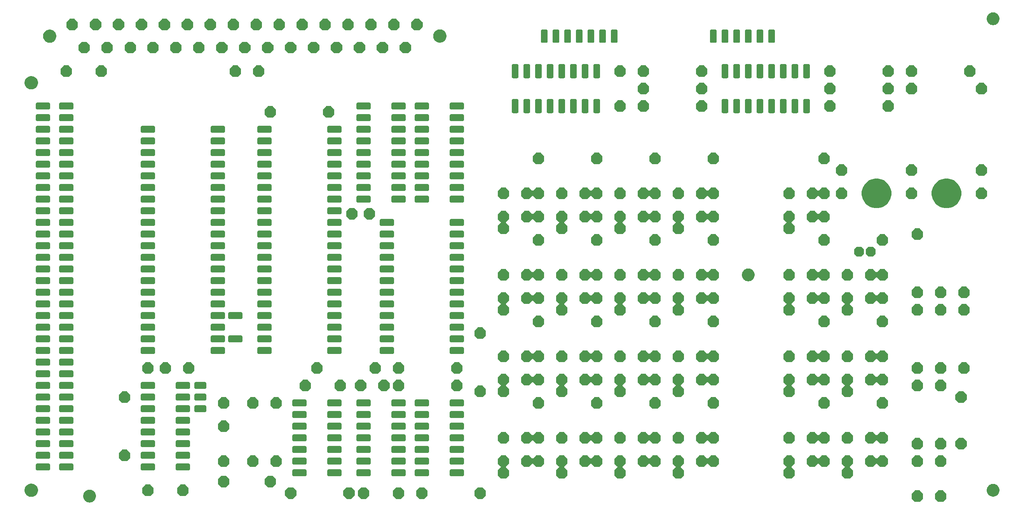
<source format=gbr>
G04 #@! TF.GenerationSoftware,KiCad,Pcbnew,(5.1.4)-1*
G04 #@! TF.CreationDate,2020-10-11T11:48:53+02:00*
G04 #@! TF.ProjectId,junior-computer,6a756e69-6f72-42d6-936f-6d7075746572,rev?*
G04 #@! TF.SameCoordinates,Original*
G04 #@! TF.FileFunction,Soldermask,Top*
G04 #@! TF.FilePolarity,Negative*
%FSLAX46Y46*%
G04 Gerber Fmt 4.6, Leading zero omitted, Abs format (unit mm)*
G04 Created by KiCad (PCBNEW (5.1.4)-1) date 2020-10-11 11:48:53*
%MOMM*%
%LPD*%
G04 APERTURE LIST*
%ADD10C,0.100000*%
G04 APERTURE END LIST*
D10*
G36*
X40958433Y-135794893D02*
G01*
X41048657Y-135812839D01*
X41154267Y-135856585D01*
X41303621Y-135918449D01*
X41379763Y-135969325D01*
X41533086Y-136071772D01*
X41728228Y-136266914D01*
X41829495Y-136418471D01*
X41881551Y-136496379D01*
X41987161Y-136751344D01*
X42041000Y-137022012D01*
X42041000Y-137297988D01*
X41987161Y-137568656D01*
X41881551Y-137823621D01*
X41881550Y-137823622D01*
X41728228Y-138053086D01*
X41533086Y-138248228D01*
X41379763Y-138350675D01*
X41303621Y-138401551D01*
X41154267Y-138463415D01*
X41048657Y-138507161D01*
X40958433Y-138525107D01*
X40777988Y-138561000D01*
X40502012Y-138561000D01*
X40321567Y-138525107D01*
X40231343Y-138507161D01*
X40125733Y-138463415D01*
X39976379Y-138401551D01*
X39900237Y-138350675D01*
X39746914Y-138248228D01*
X39551772Y-138053086D01*
X39398450Y-137823622D01*
X39398449Y-137823621D01*
X39292839Y-137568656D01*
X39239000Y-137297988D01*
X39239000Y-137022012D01*
X39292839Y-136751344D01*
X39398449Y-136496379D01*
X39450505Y-136418471D01*
X39551772Y-136266914D01*
X39746914Y-136071772D01*
X39900237Y-135969325D01*
X39976379Y-135918449D01*
X40125733Y-135856585D01*
X40231343Y-135812839D01*
X40321567Y-135794893D01*
X40502012Y-135759000D01*
X40777988Y-135759000D01*
X40958433Y-135794893D01*
X40958433Y-135794893D01*
G37*
G36*
X226569999Y-135909737D02*
G01*
X226579608Y-135912652D01*
X226588472Y-135917390D01*
X226601007Y-135927677D01*
X227292323Y-136618993D01*
X227302610Y-136631528D01*
X227307348Y-136640392D01*
X227310263Y-136650001D01*
X227311852Y-136666140D01*
X227311852Y-137653860D01*
X227310263Y-137669999D01*
X227307348Y-137679608D01*
X227302610Y-137688472D01*
X227292323Y-137701007D01*
X226601007Y-138392323D01*
X226588472Y-138402610D01*
X226579608Y-138407348D01*
X226569999Y-138410263D01*
X226553860Y-138411852D01*
X225566140Y-138411852D01*
X225550001Y-138410263D01*
X225540392Y-138407348D01*
X225531528Y-138402610D01*
X225518993Y-138392323D01*
X224827677Y-137701007D01*
X224817390Y-137688472D01*
X224812652Y-137679608D01*
X224809737Y-137669999D01*
X224808148Y-137653860D01*
X224808148Y-136666140D01*
X224809737Y-136650001D01*
X224812652Y-136640392D01*
X224817390Y-136631528D01*
X224827677Y-136618993D01*
X225518993Y-135927677D01*
X225531528Y-135917390D01*
X225540392Y-135912652D01*
X225550001Y-135909737D01*
X225566140Y-135908148D01*
X226553860Y-135908148D01*
X226569999Y-135909737D01*
X226569999Y-135909737D01*
G37*
G36*
X221489999Y-135909737D02*
G01*
X221499608Y-135912652D01*
X221508472Y-135917390D01*
X221521007Y-135927677D01*
X222212323Y-136618993D01*
X222222610Y-136631528D01*
X222227348Y-136640392D01*
X222230263Y-136650001D01*
X222231852Y-136666140D01*
X222231852Y-137653860D01*
X222230263Y-137669999D01*
X222227348Y-137679608D01*
X222222610Y-137688472D01*
X222212323Y-137701007D01*
X221521007Y-138392323D01*
X221508472Y-138402610D01*
X221499608Y-138407348D01*
X221489999Y-138410263D01*
X221473860Y-138411852D01*
X220486140Y-138411852D01*
X220470001Y-138410263D01*
X220460392Y-138407348D01*
X220451528Y-138402610D01*
X220438993Y-138392323D01*
X219747677Y-137701007D01*
X219737390Y-137688472D01*
X219732652Y-137679608D01*
X219729737Y-137669999D01*
X219728148Y-137653860D01*
X219728148Y-136666140D01*
X219729737Y-136650001D01*
X219732652Y-136640392D01*
X219737390Y-136631528D01*
X219747677Y-136618993D01*
X220438993Y-135927677D01*
X220451528Y-135917390D01*
X220460392Y-135912652D01*
X220470001Y-135909737D01*
X220486140Y-135908148D01*
X221473860Y-135908148D01*
X221489999Y-135909737D01*
X221489999Y-135909737D01*
G37*
G36*
X113539999Y-135274737D02*
G01*
X113549608Y-135277652D01*
X113558472Y-135282390D01*
X113571007Y-135292677D01*
X114262323Y-135983993D01*
X114272610Y-135996528D01*
X114277348Y-136005392D01*
X114280263Y-136015001D01*
X114281852Y-136031140D01*
X114281852Y-137018860D01*
X114280263Y-137034999D01*
X114277348Y-137044608D01*
X114272610Y-137053472D01*
X114262323Y-137066007D01*
X113571007Y-137757323D01*
X113558472Y-137767610D01*
X113549608Y-137772348D01*
X113539999Y-137775263D01*
X113523860Y-137776852D01*
X112536140Y-137776852D01*
X112520001Y-137775263D01*
X112510392Y-137772348D01*
X112501528Y-137767610D01*
X112488993Y-137757323D01*
X111797677Y-137066007D01*
X111787390Y-137053472D01*
X111782652Y-137044608D01*
X111779737Y-137034999D01*
X111778148Y-137018860D01*
X111778148Y-136031140D01*
X111779737Y-136015001D01*
X111782652Y-136005392D01*
X111787390Y-135996528D01*
X111797677Y-135983993D01*
X112488993Y-135292677D01*
X112501528Y-135282390D01*
X112510392Y-135277652D01*
X112520001Y-135274737D01*
X112536140Y-135273148D01*
X113523860Y-135273148D01*
X113539999Y-135274737D01*
X113539999Y-135274737D01*
G37*
G36*
X126239999Y-135274737D02*
G01*
X126249608Y-135277652D01*
X126258472Y-135282390D01*
X126271007Y-135292677D01*
X126962323Y-135983993D01*
X126972610Y-135996528D01*
X126977348Y-136005392D01*
X126980263Y-136015001D01*
X126981852Y-136031140D01*
X126981852Y-137018860D01*
X126980263Y-137034999D01*
X126977348Y-137044608D01*
X126972610Y-137053472D01*
X126962323Y-137066007D01*
X126271007Y-137757323D01*
X126258472Y-137767610D01*
X126249608Y-137772348D01*
X126239999Y-137775263D01*
X126223860Y-137776852D01*
X125236140Y-137776852D01*
X125220001Y-137775263D01*
X125210392Y-137772348D01*
X125201528Y-137767610D01*
X125188993Y-137757323D01*
X124497677Y-137066007D01*
X124487390Y-137053472D01*
X124482652Y-137044608D01*
X124479737Y-137034999D01*
X124478148Y-137018860D01*
X124478148Y-136031140D01*
X124479737Y-136015001D01*
X124482652Y-136005392D01*
X124487390Y-135996528D01*
X124497677Y-135983993D01*
X125188993Y-135292677D01*
X125201528Y-135282390D01*
X125210392Y-135277652D01*
X125220001Y-135274737D01*
X125236140Y-135273148D01*
X126223860Y-135273148D01*
X126239999Y-135274737D01*
X126239999Y-135274737D01*
G37*
G36*
X97664999Y-135274737D02*
G01*
X97674608Y-135277652D01*
X97683472Y-135282390D01*
X97696007Y-135292677D01*
X98387323Y-135983993D01*
X98397610Y-135996528D01*
X98402348Y-136005392D01*
X98405263Y-136015001D01*
X98406852Y-136031140D01*
X98406852Y-137018860D01*
X98405263Y-137034999D01*
X98402348Y-137044608D01*
X98397610Y-137053472D01*
X98387323Y-137066007D01*
X97696007Y-137757323D01*
X97683472Y-137767610D01*
X97674608Y-137772348D01*
X97664999Y-137775263D01*
X97648860Y-137776852D01*
X96661140Y-137776852D01*
X96645001Y-137775263D01*
X96635392Y-137772348D01*
X96626528Y-137767610D01*
X96613993Y-137757323D01*
X95922677Y-137066007D01*
X95912390Y-137053472D01*
X95907652Y-137044608D01*
X95904737Y-137034999D01*
X95903148Y-137018860D01*
X95903148Y-136031140D01*
X95904737Y-136015001D01*
X95907652Y-136005392D01*
X95912390Y-135996528D01*
X95922677Y-135983993D01*
X96613993Y-135292677D01*
X96626528Y-135282390D01*
X96635392Y-135277652D01*
X96645001Y-135274737D01*
X96661140Y-135273148D01*
X97648860Y-135273148D01*
X97664999Y-135274737D01*
X97664999Y-135274737D01*
G37*
G36*
X84964999Y-135274737D02*
G01*
X84974608Y-135277652D01*
X84983472Y-135282390D01*
X84996007Y-135292677D01*
X85687323Y-135983993D01*
X85697610Y-135996528D01*
X85702348Y-136005392D01*
X85705263Y-136015001D01*
X85706852Y-136031140D01*
X85706852Y-137018860D01*
X85705263Y-137034999D01*
X85702348Y-137044608D01*
X85697610Y-137053472D01*
X85687323Y-137066007D01*
X84996007Y-137757323D01*
X84983472Y-137767610D01*
X84974608Y-137772348D01*
X84964999Y-137775263D01*
X84948860Y-137776852D01*
X83961140Y-137776852D01*
X83945001Y-137775263D01*
X83935392Y-137772348D01*
X83926528Y-137767610D01*
X83913993Y-137757323D01*
X83222677Y-137066007D01*
X83212390Y-137053472D01*
X83207652Y-137044608D01*
X83204737Y-137034999D01*
X83203148Y-137018860D01*
X83203148Y-136031140D01*
X83204737Y-136015001D01*
X83207652Y-136005392D01*
X83212390Y-135996528D01*
X83222677Y-135983993D01*
X83913993Y-135292677D01*
X83926528Y-135282390D01*
X83935392Y-135277652D01*
X83945001Y-135274737D01*
X83961140Y-135273148D01*
X84948860Y-135273148D01*
X84964999Y-135274737D01*
X84964999Y-135274737D01*
G37*
G36*
X100839999Y-135274737D02*
G01*
X100849608Y-135277652D01*
X100858472Y-135282390D01*
X100871007Y-135292677D01*
X101562323Y-135983993D01*
X101572610Y-135996528D01*
X101577348Y-136005392D01*
X101580263Y-136015001D01*
X101581852Y-136031140D01*
X101581852Y-137018860D01*
X101580263Y-137034999D01*
X101577348Y-137044608D01*
X101572610Y-137053472D01*
X101562323Y-137066007D01*
X100871007Y-137757323D01*
X100858472Y-137767610D01*
X100849608Y-137772348D01*
X100839999Y-137775263D01*
X100823860Y-137776852D01*
X99836140Y-137776852D01*
X99820001Y-137775263D01*
X99810392Y-137772348D01*
X99801528Y-137767610D01*
X99788993Y-137757323D01*
X99097677Y-137066007D01*
X99087390Y-137053472D01*
X99082652Y-137044608D01*
X99079737Y-137034999D01*
X99078148Y-137018860D01*
X99078148Y-136031140D01*
X99079737Y-136015001D01*
X99082652Y-136005392D01*
X99087390Y-135996528D01*
X99097677Y-135983993D01*
X99788993Y-135292677D01*
X99801528Y-135282390D01*
X99810392Y-135277652D01*
X99820001Y-135274737D01*
X99836140Y-135273148D01*
X100823860Y-135273148D01*
X100839999Y-135274737D01*
X100839999Y-135274737D01*
G37*
G36*
X108459999Y-135274737D02*
G01*
X108469608Y-135277652D01*
X108478472Y-135282390D01*
X108491007Y-135292677D01*
X109182323Y-135983993D01*
X109192610Y-135996528D01*
X109197348Y-136005392D01*
X109200263Y-136015001D01*
X109201852Y-136031140D01*
X109201852Y-137018860D01*
X109200263Y-137034999D01*
X109197348Y-137044608D01*
X109192610Y-137053472D01*
X109182323Y-137066007D01*
X108491007Y-137757323D01*
X108478472Y-137767610D01*
X108469608Y-137772348D01*
X108459999Y-137775263D01*
X108443860Y-137776852D01*
X107456140Y-137776852D01*
X107440001Y-137775263D01*
X107430392Y-137772348D01*
X107421528Y-137767610D01*
X107408993Y-137757323D01*
X106717677Y-137066007D01*
X106707390Y-137053472D01*
X106702652Y-137044608D01*
X106699737Y-137034999D01*
X106698148Y-137018860D01*
X106698148Y-136031140D01*
X106699737Y-136015001D01*
X106702652Y-136005392D01*
X106707390Y-135996528D01*
X106717677Y-135983993D01*
X107408993Y-135292677D01*
X107421528Y-135282390D01*
X107430392Y-135277652D01*
X107440001Y-135274737D01*
X107456140Y-135273148D01*
X108443860Y-135273148D01*
X108459999Y-135274737D01*
X108459999Y-135274737D01*
G37*
G36*
X28363241Y-134494760D02*
G01*
X28627305Y-134604139D01*
X28864958Y-134762934D01*
X29067066Y-134965042D01*
X29225861Y-135202695D01*
X29335240Y-135466759D01*
X29391000Y-135747088D01*
X29391000Y-136032912D01*
X29335240Y-136313241D01*
X29225861Y-136577305D01*
X29067066Y-136814958D01*
X28864958Y-137017066D01*
X28627305Y-137175861D01*
X28363241Y-137285240D01*
X28082912Y-137341000D01*
X27797088Y-137341000D01*
X27516759Y-137285240D01*
X27252695Y-137175861D01*
X27015042Y-137017066D01*
X26812934Y-136814958D01*
X26654139Y-136577305D01*
X26544760Y-136313241D01*
X26489000Y-136032912D01*
X26489000Y-135747088D01*
X26544760Y-135466759D01*
X26654139Y-135202695D01*
X26812934Y-134965042D01*
X27015042Y-134762934D01*
X27252695Y-134604139D01*
X27516759Y-134494760D01*
X27797088Y-134439000D01*
X28082912Y-134439000D01*
X28363241Y-134494760D01*
X28363241Y-134494760D01*
G37*
G36*
X237790055Y-134521237D02*
G01*
X237898657Y-134542839D01*
X238004267Y-134586585D01*
X238153621Y-134648449D01*
X238229763Y-134699325D01*
X238383086Y-134801772D01*
X238578228Y-134996914D01*
X238680675Y-135150237D01*
X238731551Y-135226379D01*
X238837161Y-135481344D01*
X238891000Y-135752012D01*
X238891000Y-136027988D01*
X238837161Y-136298656D01*
X238731551Y-136553621D01*
X238731550Y-136553622D01*
X238578228Y-136783086D01*
X238383086Y-136978228D01*
X238229763Y-137080675D01*
X238153621Y-137131551D01*
X238046647Y-137175861D01*
X237898657Y-137237161D01*
X237808433Y-137255107D01*
X237627988Y-137291000D01*
X237352012Y-137291000D01*
X237171567Y-137255107D01*
X237081343Y-137237161D01*
X236933353Y-137175861D01*
X236826379Y-137131551D01*
X236750237Y-137080675D01*
X236596914Y-136978228D01*
X236401772Y-136783086D01*
X236248450Y-136553622D01*
X236248449Y-136553621D01*
X236142839Y-136298656D01*
X236089000Y-136027988D01*
X236089000Y-135752012D01*
X236142839Y-135481344D01*
X236248449Y-135226379D01*
X236299325Y-135150237D01*
X236401772Y-134996914D01*
X236596914Y-134801772D01*
X236750237Y-134699325D01*
X236826379Y-134648449D01*
X236975733Y-134586585D01*
X237081343Y-134542839D01*
X237189945Y-134521237D01*
X237352012Y-134489000D01*
X237627988Y-134489000D01*
X237790055Y-134521237D01*
X237790055Y-134521237D01*
G37*
G36*
X61469999Y-134639737D02*
G01*
X61479608Y-134642652D01*
X61488472Y-134647390D01*
X61501007Y-134657677D01*
X62192323Y-135348993D01*
X62202610Y-135361528D01*
X62207348Y-135370392D01*
X62210263Y-135380001D01*
X62211852Y-135396140D01*
X62211852Y-136383860D01*
X62210263Y-136399999D01*
X62207348Y-136409608D01*
X62202610Y-136418472D01*
X62192323Y-136431007D01*
X61501007Y-137122323D01*
X61488472Y-137132610D01*
X61479608Y-137137348D01*
X61469999Y-137140263D01*
X61453860Y-137141852D01*
X60466140Y-137141852D01*
X60450001Y-137140263D01*
X60440392Y-137137348D01*
X60431528Y-137132610D01*
X60418993Y-137122323D01*
X59727677Y-136431007D01*
X59717390Y-136418472D01*
X59712652Y-136409608D01*
X59709737Y-136399999D01*
X59708148Y-136383860D01*
X59708148Y-135396140D01*
X59709737Y-135380001D01*
X59712652Y-135370392D01*
X59717390Y-135361528D01*
X59727677Y-135348993D01*
X60418993Y-134657677D01*
X60431528Y-134647390D01*
X60440392Y-134642652D01*
X60450001Y-134639737D01*
X60466140Y-134638148D01*
X61453860Y-134638148D01*
X61469999Y-134639737D01*
X61469999Y-134639737D01*
G37*
G36*
X53849999Y-134639737D02*
G01*
X53859608Y-134642652D01*
X53868472Y-134647390D01*
X53881007Y-134657677D01*
X54572323Y-135348993D01*
X54582610Y-135361528D01*
X54587348Y-135370392D01*
X54590263Y-135380001D01*
X54591852Y-135396140D01*
X54591852Y-136383860D01*
X54590263Y-136399999D01*
X54587348Y-136409608D01*
X54582610Y-136418472D01*
X54572323Y-136431007D01*
X53881007Y-137122323D01*
X53868472Y-137132610D01*
X53859608Y-137137348D01*
X53849999Y-137140263D01*
X53833860Y-137141852D01*
X52846140Y-137141852D01*
X52830001Y-137140263D01*
X52820392Y-137137348D01*
X52811528Y-137132610D01*
X52798993Y-137122323D01*
X52107677Y-136431007D01*
X52097390Y-136418472D01*
X52092652Y-136409608D01*
X52089737Y-136399999D01*
X52088148Y-136383860D01*
X52088148Y-135396140D01*
X52089737Y-135380001D01*
X52092652Y-135370392D01*
X52097390Y-135361528D01*
X52107677Y-135348993D01*
X52798993Y-134657677D01*
X52811528Y-134647390D01*
X52820392Y-134642652D01*
X52830001Y-134639737D01*
X52846140Y-134638148D01*
X53833860Y-134638148D01*
X53849999Y-134639737D01*
X53849999Y-134639737D01*
G37*
G36*
X80519999Y-132734737D02*
G01*
X80529608Y-132737652D01*
X80538472Y-132742390D01*
X80551007Y-132752677D01*
X81242323Y-133443993D01*
X81252610Y-133456528D01*
X81257348Y-133465392D01*
X81260263Y-133475001D01*
X81261852Y-133491140D01*
X81261852Y-134478860D01*
X81260263Y-134494999D01*
X81257348Y-134504608D01*
X81252610Y-134513472D01*
X81242323Y-134526007D01*
X80551007Y-135217323D01*
X80538472Y-135227610D01*
X80529608Y-135232348D01*
X80519999Y-135235263D01*
X80503860Y-135236852D01*
X79516140Y-135236852D01*
X79500001Y-135235263D01*
X79490392Y-135232348D01*
X79481528Y-135227610D01*
X79468993Y-135217323D01*
X78777677Y-134526007D01*
X78767390Y-134513472D01*
X78762652Y-134504608D01*
X78759737Y-134494999D01*
X78758148Y-134478860D01*
X78758148Y-133491140D01*
X78759737Y-133475001D01*
X78762652Y-133465392D01*
X78767390Y-133456528D01*
X78777677Y-133443993D01*
X79468993Y-132752677D01*
X79481528Y-132742390D01*
X79490392Y-132737652D01*
X79500001Y-132734737D01*
X79516140Y-132733148D01*
X80503860Y-132733148D01*
X80519999Y-132734737D01*
X80519999Y-132734737D01*
G37*
G36*
X70359999Y-132734737D02*
G01*
X70369608Y-132737652D01*
X70378472Y-132742390D01*
X70391007Y-132752677D01*
X71082323Y-133443993D01*
X71092610Y-133456528D01*
X71097348Y-133465392D01*
X71100263Y-133475001D01*
X71101852Y-133491140D01*
X71101852Y-134478860D01*
X71100263Y-134494999D01*
X71097348Y-134504608D01*
X71092610Y-134513472D01*
X71082323Y-134526007D01*
X70391007Y-135217323D01*
X70378472Y-135227610D01*
X70369608Y-135232348D01*
X70359999Y-135235263D01*
X70343860Y-135236852D01*
X69356140Y-135236852D01*
X69340001Y-135235263D01*
X69330392Y-135232348D01*
X69321528Y-135227610D01*
X69308993Y-135217323D01*
X68617677Y-134526007D01*
X68607390Y-134513472D01*
X68602652Y-134504608D01*
X68599737Y-134494999D01*
X68598148Y-134478860D01*
X68598148Y-133491140D01*
X68599737Y-133475001D01*
X68602652Y-133465392D01*
X68607390Y-133456528D01*
X68617677Y-133443993D01*
X69308993Y-132752677D01*
X69321528Y-132742390D01*
X69330392Y-132737652D01*
X69340001Y-132734737D01*
X69356140Y-132733148D01*
X70343860Y-132733148D01*
X70359999Y-132734737D01*
X70359999Y-132734737D01*
G37*
G36*
X206249999Y-128289737D02*
G01*
X206259608Y-128292652D01*
X206268472Y-128297390D01*
X206281007Y-128307677D01*
X206972323Y-128998993D01*
X206982610Y-129011528D01*
X206987348Y-129020392D01*
X206990263Y-129030001D01*
X206991852Y-129046140D01*
X206991852Y-130033860D01*
X206990263Y-130049999D01*
X206987348Y-130059608D01*
X206982610Y-130068472D01*
X206972323Y-130081007D01*
X206331718Y-130721612D01*
X206316173Y-130740554D01*
X206304622Y-130762165D01*
X206297509Y-130785614D01*
X206295107Y-130810000D01*
X206297509Y-130834386D01*
X206304622Y-130857835D01*
X206316173Y-130879446D01*
X206331718Y-130898388D01*
X206972323Y-131538993D01*
X206982610Y-131551528D01*
X206987348Y-131560392D01*
X206990263Y-131570001D01*
X206991852Y-131586140D01*
X206991852Y-132573860D01*
X206990263Y-132589999D01*
X206987348Y-132599608D01*
X206982610Y-132608472D01*
X206972323Y-132621007D01*
X206281007Y-133312323D01*
X206268472Y-133322610D01*
X206259608Y-133327348D01*
X206249999Y-133330263D01*
X206233860Y-133331852D01*
X205246140Y-133331852D01*
X205230001Y-133330263D01*
X205220392Y-133327348D01*
X205211528Y-133322610D01*
X205198993Y-133312323D01*
X204507677Y-132621007D01*
X204497390Y-132608472D01*
X204492652Y-132599608D01*
X204489737Y-132589999D01*
X204488148Y-132573860D01*
X204488148Y-131586140D01*
X204489737Y-131570001D01*
X204492652Y-131560392D01*
X204497390Y-131551528D01*
X204507677Y-131538993D01*
X205148282Y-130898388D01*
X205163827Y-130879446D01*
X205175378Y-130857835D01*
X205182491Y-130834386D01*
X205184893Y-130810000D01*
X205182491Y-130785614D01*
X205175378Y-130762165D01*
X205163827Y-130740554D01*
X205148282Y-130721612D01*
X204507677Y-130081007D01*
X204497390Y-130068472D01*
X204492652Y-130059608D01*
X204489737Y-130049999D01*
X204488148Y-130033860D01*
X204488148Y-129046140D01*
X204489737Y-129030001D01*
X204492652Y-129020392D01*
X204497390Y-129011528D01*
X204507677Y-128998993D01*
X205198993Y-128307677D01*
X205211528Y-128297390D01*
X205220392Y-128292652D01*
X205230001Y-128289737D01*
X205246140Y-128288148D01*
X206233860Y-128288148D01*
X206249999Y-128289737D01*
X206249999Y-128289737D01*
G37*
G36*
X193549999Y-128289737D02*
G01*
X193559608Y-128292652D01*
X193568472Y-128297390D01*
X193581007Y-128307677D01*
X194272323Y-128998993D01*
X194282610Y-129011528D01*
X194287348Y-129020392D01*
X194290263Y-129030001D01*
X194291852Y-129046140D01*
X194291852Y-130033860D01*
X194290263Y-130049999D01*
X194287348Y-130059608D01*
X194282610Y-130068472D01*
X194272323Y-130081007D01*
X193631718Y-130721612D01*
X193616173Y-130740554D01*
X193604622Y-130762165D01*
X193597509Y-130785614D01*
X193595107Y-130810000D01*
X193597509Y-130834386D01*
X193604622Y-130857835D01*
X193616173Y-130879446D01*
X193631718Y-130898388D01*
X194272323Y-131538993D01*
X194282610Y-131551528D01*
X194287348Y-131560392D01*
X194290263Y-131570001D01*
X194291852Y-131586140D01*
X194291852Y-132573860D01*
X194290263Y-132589999D01*
X194287348Y-132599608D01*
X194282610Y-132608472D01*
X194272323Y-132621007D01*
X193581007Y-133312323D01*
X193568472Y-133322610D01*
X193559608Y-133327348D01*
X193549999Y-133330263D01*
X193533860Y-133331852D01*
X192546140Y-133331852D01*
X192530001Y-133330263D01*
X192520392Y-133327348D01*
X192511528Y-133322610D01*
X192498993Y-133312323D01*
X191807677Y-132621007D01*
X191797390Y-132608472D01*
X191792652Y-132599608D01*
X191789737Y-132589999D01*
X191788148Y-132573860D01*
X191788148Y-131586140D01*
X191789737Y-131570001D01*
X191792652Y-131560392D01*
X191797390Y-131551528D01*
X191807677Y-131538993D01*
X192448282Y-130898388D01*
X192463827Y-130879446D01*
X192475378Y-130857835D01*
X192482491Y-130834386D01*
X192484893Y-130810000D01*
X192482491Y-130785614D01*
X192475378Y-130762165D01*
X192463827Y-130740554D01*
X192448282Y-130721612D01*
X191807677Y-130081007D01*
X191797390Y-130068472D01*
X191792652Y-130059608D01*
X191789737Y-130049999D01*
X191788148Y-130033860D01*
X191788148Y-129046140D01*
X191789737Y-129030001D01*
X191792652Y-129020392D01*
X191797390Y-129011528D01*
X191807677Y-128998993D01*
X192498993Y-128307677D01*
X192511528Y-128297390D01*
X192520392Y-128292652D01*
X192530001Y-128289737D01*
X192546140Y-128288148D01*
X193533860Y-128288148D01*
X193549999Y-128289737D01*
X193549999Y-128289737D01*
G37*
G36*
X169419999Y-128289737D02*
G01*
X169429608Y-128292652D01*
X169438472Y-128297390D01*
X169451007Y-128307677D01*
X170142323Y-128998993D01*
X170152610Y-129011528D01*
X170157348Y-129020392D01*
X170160263Y-129030001D01*
X170161852Y-129046140D01*
X170161852Y-130033860D01*
X170160263Y-130049999D01*
X170157348Y-130059608D01*
X170152610Y-130068472D01*
X170142323Y-130081007D01*
X169501718Y-130721612D01*
X169486173Y-130740554D01*
X169474622Y-130762165D01*
X169467509Y-130785614D01*
X169465107Y-130810000D01*
X169467509Y-130834386D01*
X169474622Y-130857835D01*
X169486173Y-130879446D01*
X169501718Y-130898388D01*
X170142323Y-131538993D01*
X170152610Y-131551528D01*
X170157348Y-131560392D01*
X170160263Y-131570001D01*
X170161852Y-131586140D01*
X170161852Y-132573860D01*
X170160263Y-132589999D01*
X170157348Y-132599608D01*
X170152610Y-132608472D01*
X170142323Y-132621007D01*
X169451007Y-133312323D01*
X169438472Y-133322610D01*
X169429608Y-133327348D01*
X169419999Y-133330263D01*
X169403860Y-133331852D01*
X168416140Y-133331852D01*
X168400001Y-133330263D01*
X168390392Y-133327348D01*
X168381528Y-133322610D01*
X168368993Y-133312323D01*
X167677677Y-132621007D01*
X167667390Y-132608472D01*
X167662652Y-132599608D01*
X167659737Y-132589999D01*
X167658148Y-132573860D01*
X167658148Y-131586140D01*
X167659737Y-131570001D01*
X167662652Y-131560392D01*
X167667390Y-131551528D01*
X167677677Y-131538993D01*
X168318282Y-130898388D01*
X168333827Y-130879446D01*
X168345378Y-130857835D01*
X168352491Y-130834386D01*
X168354893Y-130810000D01*
X168352491Y-130785614D01*
X168345378Y-130762165D01*
X168333827Y-130740554D01*
X168318282Y-130721612D01*
X167677677Y-130081007D01*
X167667390Y-130068472D01*
X167662652Y-130059608D01*
X167659737Y-130049999D01*
X167658148Y-130033860D01*
X167658148Y-129046140D01*
X167659737Y-129030001D01*
X167662652Y-129020392D01*
X167667390Y-129011528D01*
X167677677Y-128998993D01*
X168368993Y-128307677D01*
X168381528Y-128297390D01*
X168390392Y-128292652D01*
X168400001Y-128289737D01*
X168416140Y-128288148D01*
X169403860Y-128288148D01*
X169419999Y-128289737D01*
X169419999Y-128289737D01*
G37*
G36*
X144019999Y-128289737D02*
G01*
X144029608Y-128292652D01*
X144038472Y-128297390D01*
X144051007Y-128307677D01*
X144742323Y-128998993D01*
X144752610Y-129011528D01*
X144757348Y-129020392D01*
X144760263Y-129030001D01*
X144761852Y-129046140D01*
X144761852Y-130033860D01*
X144760263Y-130049999D01*
X144757348Y-130059608D01*
X144752610Y-130068472D01*
X144742323Y-130081007D01*
X144101718Y-130721612D01*
X144086173Y-130740554D01*
X144074622Y-130762165D01*
X144067509Y-130785614D01*
X144065107Y-130810000D01*
X144067509Y-130834386D01*
X144074622Y-130857835D01*
X144086173Y-130879446D01*
X144101718Y-130898388D01*
X144742323Y-131538993D01*
X144752610Y-131551528D01*
X144757348Y-131560392D01*
X144760263Y-131570001D01*
X144761852Y-131586140D01*
X144761852Y-132573860D01*
X144760263Y-132589999D01*
X144757348Y-132599608D01*
X144752610Y-132608472D01*
X144742323Y-132621007D01*
X144051007Y-133312323D01*
X144038472Y-133322610D01*
X144029608Y-133327348D01*
X144019999Y-133330263D01*
X144003860Y-133331852D01*
X143016140Y-133331852D01*
X143000001Y-133330263D01*
X142990392Y-133327348D01*
X142981528Y-133322610D01*
X142968993Y-133312323D01*
X142277677Y-132621007D01*
X142267390Y-132608472D01*
X142262652Y-132599608D01*
X142259737Y-132589999D01*
X142258148Y-132573860D01*
X142258148Y-131586140D01*
X142259737Y-131570001D01*
X142262652Y-131560392D01*
X142267390Y-131551528D01*
X142277677Y-131538993D01*
X142918282Y-130898388D01*
X142933827Y-130879446D01*
X142945378Y-130857835D01*
X142952491Y-130834386D01*
X142954893Y-130810000D01*
X142952491Y-130785614D01*
X142945378Y-130762165D01*
X142933827Y-130740554D01*
X142918282Y-130721612D01*
X142277677Y-130081007D01*
X142267390Y-130068472D01*
X142262652Y-130059608D01*
X142259737Y-130049999D01*
X142258148Y-130033860D01*
X142258148Y-129046140D01*
X142259737Y-129030001D01*
X142262652Y-129020392D01*
X142267390Y-129011528D01*
X142277677Y-128998993D01*
X142968993Y-128307677D01*
X142981528Y-128297390D01*
X142990392Y-128292652D01*
X143000001Y-128289737D01*
X143016140Y-128288148D01*
X144003860Y-128288148D01*
X144019999Y-128289737D01*
X144019999Y-128289737D01*
G37*
G36*
X131319999Y-128289737D02*
G01*
X131329608Y-128292652D01*
X131338472Y-128297390D01*
X131351007Y-128307677D01*
X132042323Y-128998993D01*
X132052610Y-129011528D01*
X132057348Y-129020392D01*
X132060263Y-129030001D01*
X132061852Y-129046140D01*
X132061852Y-130033860D01*
X132060263Y-130049999D01*
X132057348Y-130059608D01*
X132052610Y-130068472D01*
X132042323Y-130081007D01*
X131401718Y-130721612D01*
X131386173Y-130740554D01*
X131374622Y-130762165D01*
X131367509Y-130785614D01*
X131365107Y-130810000D01*
X131367509Y-130834386D01*
X131374622Y-130857835D01*
X131386173Y-130879446D01*
X131401718Y-130898388D01*
X132042323Y-131538993D01*
X132052610Y-131551528D01*
X132057348Y-131560392D01*
X132060263Y-131570001D01*
X132061852Y-131586140D01*
X132061852Y-132573860D01*
X132060263Y-132589999D01*
X132057348Y-132599608D01*
X132052610Y-132608472D01*
X132042323Y-132621007D01*
X131351007Y-133312323D01*
X131338472Y-133322610D01*
X131329608Y-133327348D01*
X131319999Y-133330263D01*
X131303860Y-133331852D01*
X130316140Y-133331852D01*
X130300001Y-133330263D01*
X130290392Y-133327348D01*
X130281528Y-133322610D01*
X130268993Y-133312323D01*
X129577677Y-132621007D01*
X129567390Y-132608472D01*
X129562652Y-132599608D01*
X129559737Y-132589999D01*
X129558148Y-132573860D01*
X129558148Y-131586140D01*
X129559737Y-131570001D01*
X129562652Y-131560392D01*
X129567390Y-131551528D01*
X129577677Y-131538993D01*
X130218282Y-130898388D01*
X130233827Y-130879446D01*
X130245378Y-130857835D01*
X130252491Y-130834386D01*
X130254893Y-130810000D01*
X130252491Y-130785614D01*
X130245378Y-130762165D01*
X130233827Y-130740554D01*
X130218282Y-130721612D01*
X129577677Y-130081007D01*
X129567390Y-130068472D01*
X129562652Y-130059608D01*
X129559737Y-130049999D01*
X129558148Y-130033860D01*
X129558148Y-129046140D01*
X129559737Y-129030001D01*
X129562652Y-129020392D01*
X129567390Y-129011528D01*
X129577677Y-128998993D01*
X130268993Y-128307677D01*
X130281528Y-128297390D01*
X130290392Y-128292652D01*
X130300001Y-128289737D01*
X130316140Y-128288148D01*
X131303860Y-128288148D01*
X131319999Y-128289737D01*
X131319999Y-128289737D01*
G37*
G36*
X156719999Y-128289737D02*
G01*
X156729608Y-128292652D01*
X156738472Y-128297390D01*
X156751007Y-128307677D01*
X157442323Y-128998993D01*
X157452610Y-129011528D01*
X157457348Y-129020392D01*
X157460263Y-129030001D01*
X157461852Y-129046140D01*
X157461852Y-130033860D01*
X157460263Y-130049999D01*
X157457348Y-130059608D01*
X157452610Y-130068472D01*
X157442323Y-130081007D01*
X156801718Y-130721612D01*
X156786173Y-130740554D01*
X156774622Y-130762165D01*
X156767509Y-130785614D01*
X156765107Y-130810000D01*
X156767509Y-130834386D01*
X156774622Y-130857835D01*
X156786173Y-130879446D01*
X156801718Y-130898388D01*
X157442323Y-131538993D01*
X157452610Y-131551528D01*
X157457348Y-131560392D01*
X157460263Y-131570001D01*
X157461852Y-131586140D01*
X157461852Y-132573860D01*
X157460263Y-132589999D01*
X157457348Y-132599608D01*
X157452610Y-132608472D01*
X157442323Y-132621007D01*
X156751007Y-133312323D01*
X156738472Y-133322610D01*
X156729608Y-133327348D01*
X156719999Y-133330263D01*
X156703860Y-133331852D01*
X155716140Y-133331852D01*
X155700001Y-133330263D01*
X155690392Y-133327348D01*
X155681528Y-133322610D01*
X155668993Y-133312323D01*
X154977677Y-132621007D01*
X154967390Y-132608472D01*
X154962652Y-132599608D01*
X154959737Y-132589999D01*
X154958148Y-132573860D01*
X154958148Y-131586140D01*
X154959737Y-131570001D01*
X154962652Y-131560392D01*
X154967390Y-131551528D01*
X154977677Y-131538993D01*
X155618282Y-130898388D01*
X155633827Y-130879446D01*
X155645378Y-130857835D01*
X155652491Y-130834386D01*
X155654893Y-130810000D01*
X155652491Y-130785614D01*
X155645378Y-130762165D01*
X155633827Y-130740554D01*
X155618282Y-130721612D01*
X154977677Y-130081007D01*
X154967390Y-130068472D01*
X154962652Y-130059608D01*
X154959737Y-130049999D01*
X154958148Y-130033860D01*
X154958148Y-129046140D01*
X154959737Y-129030001D01*
X154962652Y-129020392D01*
X154967390Y-129011528D01*
X154977677Y-128998993D01*
X155668993Y-128307677D01*
X155681528Y-128297390D01*
X155690392Y-128292652D01*
X155700001Y-128289737D01*
X155716140Y-128288148D01*
X156703860Y-128288148D01*
X156719999Y-128289737D01*
X156719999Y-128289737D01*
G37*
G36*
X121948946Y-131335607D02*
G01*
X122007548Y-131353384D01*
X122061557Y-131382252D01*
X122108897Y-131421103D01*
X122147748Y-131468443D01*
X122176616Y-131522452D01*
X122194393Y-131581054D01*
X122201000Y-131648140D01*
X122201000Y-132511860D01*
X122194393Y-132578946D01*
X122176616Y-132637548D01*
X122147748Y-132691557D01*
X122108897Y-132738897D01*
X122061557Y-132777748D01*
X122007548Y-132806616D01*
X121948946Y-132824393D01*
X121881860Y-132831000D01*
X119418140Y-132831000D01*
X119351054Y-132824393D01*
X119292452Y-132806616D01*
X119238443Y-132777748D01*
X119191103Y-132738897D01*
X119152252Y-132691557D01*
X119123384Y-132637548D01*
X119105607Y-132578946D01*
X119099000Y-132511860D01*
X119099000Y-131648140D01*
X119105607Y-131581054D01*
X119123384Y-131522452D01*
X119152252Y-131468443D01*
X119191103Y-131421103D01*
X119238443Y-131382252D01*
X119292452Y-131353384D01*
X119351054Y-131335607D01*
X119418140Y-131329000D01*
X121881860Y-131329000D01*
X121948946Y-131335607D01*
X121948946Y-131335607D01*
G37*
G36*
X114328946Y-131335607D02*
G01*
X114387548Y-131353384D01*
X114441557Y-131382252D01*
X114488897Y-131421103D01*
X114527748Y-131468443D01*
X114556616Y-131522452D01*
X114574393Y-131581054D01*
X114581000Y-131648140D01*
X114581000Y-132511860D01*
X114574393Y-132578946D01*
X114556616Y-132637548D01*
X114527748Y-132691557D01*
X114488897Y-132738897D01*
X114441557Y-132777748D01*
X114387548Y-132806616D01*
X114328946Y-132824393D01*
X114261860Y-132831000D01*
X111798140Y-132831000D01*
X111731054Y-132824393D01*
X111672452Y-132806616D01*
X111618443Y-132777748D01*
X111571103Y-132738897D01*
X111532252Y-132691557D01*
X111503384Y-132637548D01*
X111485607Y-132578946D01*
X111479000Y-132511860D01*
X111479000Y-131648140D01*
X111485607Y-131581054D01*
X111503384Y-131522452D01*
X111532252Y-131468443D01*
X111571103Y-131421103D01*
X111618443Y-131382252D01*
X111672452Y-131353384D01*
X111731054Y-131335607D01*
X111798140Y-131329000D01*
X114261860Y-131329000D01*
X114328946Y-131335607D01*
X114328946Y-131335607D01*
G37*
G36*
X109248946Y-131335607D02*
G01*
X109307548Y-131353384D01*
X109361557Y-131382252D01*
X109408897Y-131421103D01*
X109447748Y-131468443D01*
X109476616Y-131522452D01*
X109494393Y-131581054D01*
X109501000Y-131648140D01*
X109501000Y-132511860D01*
X109494393Y-132578946D01*
X109476616Y-132637548D01*
X109447748Y-132691557D01*
X109408897Y-132738897D01*
X109361557Y-132777748D01*
X109307548Y-132806616D01*
X109248946Y-132824393D01*
X109181860Y-132831000D01*
X106718140Y-132831000D01*
X106651054Y-132824393D01*
X106592452Y-132806616D01*
X106538443Y-132777748D01*
X106491103Y-132738897D01*
X106452252Y-132691557D01*
X106423384Y-132637548D01*
X106405607Y-132578946D01*
X106399000Y-132511860D01*
X106399000Y-131648140D01*
X106405607Y-131581054D01*
X106423384Y-131522452D01*
X106452252Y-131468443D01*
X106491103Y-131421103D01*
X106538443Y-131382252D01*
X106592452Y-131353384D01*
X106651054Y-131335607D01*
X106718140Y-131329000D01*
X109181860Y-131329000D01*
X109248946Y-131335607D01*
X109248946Y-131335607D01*
G37*
G36*
X87658946Y-131335607D02*
G01*
X87717548Y-131353384D01*
X87771557Y-131382252D01*
X87818897Y-131421103D01*
X87857748Y-131468443D01*
X87886616Y-131522452D01*
X87904393Y-131581054D01*
X87911000Y-131648140D01*
X87911000Y-132511860D01*
X87904393Y-132578946D01*
X87886616Y-132637548D01*
X87857748Y-132691557D01*
X87818897Y-132738897D01*
X87771557Y-132777748D01*
X87717548Y-132806616D01*
X87658946Y-132824393D01*
X87591860Y-132831000D01*
X85128140Y-132831000D01*
X85061054Y-132824393D01*
X85002452Y-132806616D01*
X84948443Y-132777748D01*
X84901103Y-132738897D01*
X84862252Y-132691557D01*
X84833384Y-132637548D01*
X84815607Y-132578946D01*
X84809000Y-132511860D01*
X84809000Y-131648140D01*
X84815607Y-131581054D01*
X84833384Y-131522452D01*
X84862252Y-131468443D01*
X84901103Y-131421103D01*
X84948443Y-131382252D01*
X85002452Y-131353384D01*
X85061054Y-131335607D01*
X85128140Y-131329000D01*
X87591860Y-131329000D01*
X87658946Y-131335607D01*
X87658946Y-131335607D01*
G37*
G36*
X101628946Y-131335607D02*
G01*
X101687548Y-131353384D01*
X101741557Y-131382252D01*
X101788897Y-131421103D01*
X101827748Y-131468443D01*
X101856616Y-131522452D01*
X101874393Y-131581054D01*
X101881000Y-131648140D01*
X101881000Y-132511860D01*
X101874393Y-132578946D01*
X101856616Y-132637548D01*
X101827748Y-132691557D01*
X101788897Y-132738897D01*
X101741557Y-132777748D01*
X101687548Y-132806616D01*
X101628946Y-132824393D01*
X101561860Y-132831000D01*
X99098140Y-132831000D01*
X99031054Y-132824393D01*
X98972452Y-132806616D01*
X98918443Y-132777748D01*
X98871103Y-132738897D01*
X98832252Y-132691557D01*
X98803384Y-132637548D01*
X98785607Y-132578946D01*
X98779000Y-132511860D01*
X98779000Y-131648140D01*
X98785607Y-131581054D01*
X98803384Y-131522452D01*
X98832252Y-131468443D01*
X98871103Y-131421103D01*
X98918443Y-131382252D01*
X98972452Y-131353384D01*
X99031054Y-131335607D01*
X99098140Y-131329000D01*
X101561860Y-131329000D01*
X101628946Y-131335607D01*
X101628946Y-131335607D01*
G37*
G36*
X95278946Y-131335607D02*
G01*
X95337548Y-131353384D01*
X95391557Y-131382252D01*
X95438897Y-131421103D01*
X95477748Y-131468443D01*
X95506616Y-131522452D01*
X95524393Y-131581054D01*
X95531000Y-131648140D01*
X95531000Y-132511860D01*
X95524393Y-132578946D01*
X95506616Y-132637548D01*
X95477748Y-132691557D01*
X95438897Y-132738897D01*
X95391557Y-132777748D01*
X95337548Y-132806616D01*
X95278946Y-132824393D01*
X95211860Y-132831000D01*
X92748140Y-132831000D01*
X92681054Y-132824393D01*
X92622452Y-132806616D01*
X92568443Y-132777748D01*
X92521103Y-132738897D01*
X92482252Y-132691557D01*
X92453384Y-132637548D01*
X92435607Y-132578946D01*
X92429000Y-132511860D01*
X92429000Y-131648140D01*
X92435607Y-131581054D01*
X92453384Y-131522452D01*
X92482252Y-131468443D01*
X92521103Y-131421103D01*
X92568443Y-131382252D01*
X92622452Y-131353384D01*
X92681054Y-131335607D01*
X92748140Y-131329000D01*
X95211860Y-131329000D01*
X95278946Y-131335607D01*
X95278946Y-131335607D01*
G37*
G36*
X31778946Y-130065607D02*
G01*
X31837548Y-130083384D01*
X31891557Y-130112252D01*
X31938897Y-130151103D01*
X31977748Y-130198443D01*
X32006616Y-130252452D01*
X32024393Y-130311054D01*
X32031000Y-130378140D01*
X32031000Y-131241860D01*
X32024393Y-131308946D01*
X32006616Y-131367548D01*
X31977748Y-131421557D01*
X31938897Y-131468897D01*
X31891557Y-131507748D01*
X31837548Y-131536616D01*
X31778946Y-131554393D01*
X31711860Y-131561000D01*
X29248140Y-131561000D01*
X29181054Y-131554393D01*
X29122452Y-131536616D01*
X29068443Y-131507748D01*
X29021103Y-131468897D01*
X28982252Y-131421557D01*
X28953384Y-131367548D01*
X28935607Y-131308946D01*
X28929000Y-131241860D01*
X28929000Y-130378140D01*
X28935607Y-130311054D01*
X28953384Y-130252452D01*
X28982252Y-130198443D01*
X29021103Y-130151103D01*
X29068443Y-130112252D01*
X29122452Y-130083384D01*
X29181054Y-130065607D01*
X29248140Y-130059000D01*
X31711860Y-130059000D01*
X31778946Y-130065607D01*
X31778946Y-130065607D01*
G37*
G36*
X62258946Y-130065607D02*
G01*
X62317548Y-130083384D01*
X62371557Y-130112252D01*
X62418897Y-130151103D01*
X62457748Y-130198443D01*
X62486616Y-130252452D01*
X62504393Y-130311054D01*
X62511000Y-130378140D01*
X62511000Y-131241860D01*
X62504393Y-131308946D01*
X62486616Y-131367548D01*
X62457748Y-131421557D01*
X62418897Y-131468897D01*
X62371557Y-131507748D01*
X62317548Y-131536616D01*
X62258946Y-131554393D01*
X62191860Y-131561000D01*
X59728140Y-131561000D01*
X59661054Y-131554393D01*
X59602452Y-131536616D01*
X59548443Y-131507748D01*
X59501103Y-131468897D01*
X59462252Y-131421557D01*
X59433384Y-131367548D01*
X59415607Y-131308946D01*
X59409000Y-131241860D01*
X59409000Y-130378140D01*
X59415607Y-130311054D01*
X59433384Y-130252452D01*
X59462252Y-130198443D01*
X59501103Y-130151103D01*
X59548443Y-130112252D01*
X59602452Y-130083384D01*
X59661054Y-130065607D01*
X59728140Y-130059000D01*
X62191860Y-130059000D01*
X62258946Y-130065607D01*
X62258946Y-130065607D01*
G37*
G36*
X54638946Y-130065607D02*
G01*
X54697548Y-130083384D01*
X54751557Y-130112252D01*
X54798897Y-130151103D01*
X54837748Y-130198443D01*
X54866616Y-130252452D01*
X54884393Y-130311054D01*
X54891000Y-130378140D01*
X54891000Y-131241860D01*
X54884393Y-131308946D01*
X54866616Y-131367548D01*
X54837748Y-131421557D01*
X54798897Y-131468897D01*
X54751557Y-131507748D01*
X54697548Y-131536616D01*
X54638946Y-131554393D01*
X54571860Y-131561000D01*
X52108140Y-131561000D01*
X52041054Y-131554393D01*
X51982452Y-131536616D01*
X51928443Y-131507748D01*
X51881103Y-131468897D01*
X51842252Y-131421557D01*
X51813384Y-131367548D01*
X51795607Y-131308946D01*
X51789000Y-131241860D01*
X51789000Y-130378140D01*
X51795607Y-130311054D01*
X51813384Y-130252452D01*
X51842252Y-130198443D01*
X51881103Y-130151103D01*
X51928443Y-130112252D01*
X51982452Y-130083384D01*
X52041054Y-130065607D01*
X52108140Y-130059000D01*
X54571860Y-130059000D01*
X54638946Y-130065607D01*
X54638946Y-130065607D01*
G37*
G36*
X36858946Y-130065607D02*
G01*
X36917548Y-130083384D01*
X36971557Y-130112252D01*
X37018897Y-130151103D01*
X37057748Y-130198443D01*
X37086616Y-130252452D01*
X37104393Y-130311054D01*
X37111000Y-130378140D01*
X37111000Y-131241860D01*
X37104393Y-131308946D01*
X37086616Y-131367548D01*
X37057748Y-131421557D01*
X37018897Y-131468897D01*
X36971557Y-131507748D01*
X36917548Y-131536616D01*
X36858946Y-131554393D01*
X36791860Y-131561000D01*
X34328140Y-131561000D01*
X34261054Y-131554393D01*
X34202452Y-131536616D01*
X34148443Y-131507748D01*
X34101103Y-131468897D01*
X34062252Y-131421557D01*
X34033384Y-131367548D01*
X34015607Y-131308946D01*
X34009000Y-131241860D01*
X34009000Y-130378140D01*
X34015607Y-130311054D01*
X34033384Y-130252452D01*
X34062252Y-130198443D01*
X34101103Y-130151103D01*
X34148443Y-130112252D01*
X34202452Y-130083384D01*
X34261054Y-130065607D01*
X34328140Y-130059000D01*
X36791860Y-130059000D01*
X36858946Y-130065607D01*
X36858946Y-130065607D01*
G37*
G36*
X174499999Y-128289737D02*
G01*
X174509608Y-128292652D01*
X174518472Y-128297390D01*
X174531007Y-128307677D01*
X175171612Y-128948282D01*
X175190554Y-128963827D01*
X175212165Y-128975378D01*
X175235614Y-128982491D01*
X175260000Y-128984893D01*
X175284386Y-128982491D01*
X175307835Y-128975378D01*
X175329446Y-128963827D01*
X175348388Y-128948282D01*
X175988993Y-128307677D01*
X176001528Y-128297390D01*
X176010392Y-128292652D01*
X176020001Y-128289737D01*
X176036140Y-128288148D01*
X177023860Y-128288148D01*
X177039999Y-128289737D01*
X177049608Y-128292652D01*
X177058472Y-128297390D01*
X177071007Y-128307677D01*
X177762323Y-128998993D01*
X177772610Y-129011528D01*
X177777348Y-129020392D01*
X177780263Y-129030001D01*
X177781852Y-129046140D01*
X177781852Y-130033860D01*
X177780263Y-130049999D01*
X177777348Y-130059608D01*
X177772610Y-130068472D01*
X177762323Y-130081007D01*
X177071007Y-130772323D01*
X177058472Y-130782610D01*
X177049608Y-130787348D01*
X177039999Y-130790263D01*
X177023860Y-130791852D01*
X176036140Y-130791852D01*
X176020001Y-130790263D01*
X176010392Y-130787348D01*
X176001528Y-130782610D01*
X175988993Y-130772323D01*
X175348388Y-130131718D01*
X175329446Y-130116173D01*
X175307835Y-130104622D01*
X175284386Y-130097509D01*
X175260000Y-130095107D01*
X175235614Y-130097509D01*
X175212165Y-130104622D01*
X175190554Y-130116173D01*
X175171612Y-130131718D01*
X174531007Y-130772323D01*
X174518472Y-130782610D01*
X174509608Y-130787348D01*
X174499999Y-130790263D01*
X174483860Y-130791852D01*
X173496140Y-130791852D01*
X173480001Y-130790263D01*
X173470392Y-130787348D01*
X173461528Y-130782610D01*
X173448993Y-130772323D01*
X172757677Y-130081007D01*
X172747390Y-130068472D01*
X172742652Y-130059608D01*
X172739737Y-130049999D01*
X172738148Y-130033860D01*
X172738148Y-129046140D01*
X172739737Y-129030001D01*
X172742652Y-129020392D01*
X172747390Y-129011528D01*
X172757677Y-128998993D01*
X173448993Y-128307677D01*
X173461528Y-128297390D01*
X173470392Y-128292652D01*
X173480001Y-128289737D01*
X173496140Y-128288148D01*
X174483860Y-128288148D01*
X174499999Y-128289737D01*
X174499999Y-128289737D01*
G37*
G36*
X136399999Y-128289737D02*
G01*
X136409608Y-128292652D01*
X136418472Y-128297390D01*
X136431007Y-128307677D01*
X137071612Y-128948282D01*
X137090554Y-128963827D01*
X137112165Y-128975378D01*
X137135614Y-128982491D01*
X137160000Y-128984893D01*
X137184386Y-128982491D01*
X137207835Y-128975378D01*
X137229446Y-128963827D01*
X137248388Y-128948282D01*
X137888993Y-128307677D01*
X137901528Y-128297390D01*
X137910392Y-128292652D01*
X137920001Y-128289737D01*
X137936140Y-128288148D01*
X138923860Y-128288148D01*
X138939999Y-128289737D01*
X138949608Y-128292652D01*
X138958472Y-128297390D01*
X138971007Y-128307677D01*
X139662323Y-128998993D01*
X139672610Y-129011528D01*
X139677348Y-129020392D01*
X139680263Y-129030001D01*
X139681852Y-129046140D01*
X139681852Y-130033860D01*
X139680263Y-130049999D01*
X139677348Y-130059608D01*
X139672610Y-130068472D01*
X139662323Y-130081007D01*
X138971007Y-130772323D01*
X138958472Y-130782610D01*
X138949608Y-130787348D01*
X138939999Y-130790263D01*
X138923860Y-130791852D01*
X137936140Y-130791852D01*
X137920001Y-130790263D01*
X137910392Y-130787348D01*
X137901528Y-130782610D01*
X137888993Y-130772323D01*
X137248388Y-130131718D01*
X137229446Y-130116173D01*
X137207835Y-130104622D01*
X137184386Y-130097509D01*
X137160000Y-130095107D01*
X137135614Y-130097509D01*
X137112165Y-130104622D01*
X137090554Y-130116173D01*
X137071612Y-130131718D01*
X136431007Y-130772323D01*
X136418472Y-130782610D01*
X136409608Y-130787348D01*
X136399999Y-130790263D01*
X136383860Y-130791852D01*
X135396140Y-130791852D01*
X135380001Y-130790263D01*
X135370392Y-130787348D01*
X135361528Y-130782610D01*
X135348993Y-130772323D01*
X134657677Y-130081007D01*
X134647390Y-130068472D01*
X134642652Y-130059608D01*
X134639737Y-130049999D01*
X134638148Y-130033860D01*
X134638148Y-129046140D01*
X134639737Y-129030001D01*
X134642652Y-129020392D01*
X134647390Y-129011528D01*
X134657677Y-128998993D01*
X135348993Y-128307677D01*
X135361528Y-128297390D01*
X135370392Y-128292652D01*
X135380001Y-128289737D01*
X135396140Y-128288148D01*
X136383860Y-128288148D01*
X136399999Y-128289737D01*
X136399999Y-128289737D01*
G37*
G36*
X81789999Y-128289737D02*
G01*
X81799608Y-128292652D01*
X81808472Y-128297390D01*
X81821007Y-128307677D01*
X82512323Y-128998993D01*
X82522610Y-129011528D01*
X82527348Y-129020392D01*
X82530263Y-129030001D01*
X82531852Y-129046140D01*
X82531852Y-130033860D01*
X82530263Y-130049999D01*
X82527348Y-130059608D01*
X82522610Y-130068472D01*
X82512323Y-130081007D01*
X81821007Y-130772323D01*
X81808472Y-130782610D01*
X81799608Y-130787348D01*
X81789999Y-130790263D01*
X81773860Y-130791852D01*
X80786140Y-130791852D01*
X80770001Y-130790263D01*
X80760392Y-130787348D01*
X80751528Y-130782610D01*
X80738993Y-130772323D01*
X80047677Y-130081007D01*
X80037390Y-130068472D01*
X80032652Y-130059608D01*
X80029737Y-130049999D01*
X80028148Y-130033860D01*
X80028148Y-129046140D01*
X80029737Y-129030001D01*
X80032652Y-129020392D01*
X80037390Y-129011528D01*
X80047677Y-128998993D01*
X80738993Y-128307677D01*
X80751528Y-128297390D01*
X80760392Y-128292652D01*
X80770001Y-128289737D01*
X80786140Y-128288148D01*
X81773860Y-128288148D01*
X81789999Y-128289737D01*
X81789999Y-128289737D01*
G37*
G36*
X76709999Y-128289737D02*
G01*
X76719608Y-128292652D01*
X76728472Y-128297390D01*
X76741007Y-128307677D01*
X77432323Y-128998993D01*
X77442610Y-129011528D01*
X77447348Y-129020392D01*
X77450263Y-129030001D01*
X77451852Y-129046140D01*
X77451852Y-130033860D01*
X77450263Y-130049999D01*
X77447348Y-130059608D01*
X77442610Y-130068472D01*
X77432323Y-130081007D01*
X76741007Y-130772323D01*
X76728472Y-130782610D01*
X76719608Y-130787348D01*
X76709999Y-130790263D01*
X76693860Y-130791852D01*
X75706140Y-130791852D01*
X75690001Y-130790263D01*
X75680392Y-130787348D01*
X75671528Y-130782610D01*
X75658993Y-130772323D01*
X74967677Y-130081007D01*
X74957390Y-130068472D01*
X74952652Y-130059608D01*
X74949737Y-130049999D01*
X74948148Y-130033860D01*
X74948148Y-129046140D01*
X74949737Y-129030001D01*
X74952652Y-129020392D01*
X74957390Y-129011528D01*
X74967677Y-128998993D01*
X75658993Y-128307677D01*
X75671528Y-128297390D01*
X75680392Y-128292652D01*
X75690001Y-128289737D01*
X75706140Y-128288148D01*
X76693860Y-128288148D01*
X76709999Y-128289737D01*
X76709999Y-128289737D01*
G37*
G36*
X70359999Y-128289737D02*
G01*
X70369608Y-128292652D01*
X70378472Y-128297390D01*
X70391007Y-128307677D01*
X71082323Y-128998993D01*
X71092610Y-129011528D01*
X71097348Y-129020392D01*
X71100263Y-129030001D01*
X71101852Y-129046140D01*
X71101852Y-130033860D01*
X71100263Y-130049999D01*
X71097348Y-130059608D01*
X71092610Y-130068472D01*
X71082323Y-130081007D01*
X70391007Y-130772323D01*
X70378472Y-130782610D01*
X70369608Y-130787348D01*
X70359999Y-130790263D01*
X70343860Y-130791852D01*
X69356140Y-130791852D01*
X69340001Y-130790263D01*
X69330392Y-130787348D01*
X69321528Y-130782610D01*
X69308993Y-130772323D01*
X68617677Y-130081007D01*
X68607390Y-130068472D01*
X68602652Y-130059608D01*
X68599737Y-130049999D01*
X68598148Y-130033860D01*
X68598148Y-129046140D01*
X68599737Y-129030001D01*
X68602652Y-129020392D01*
X68607390Y-129011528D01*
X68617677Y-128998993D01*
X69308993Y-128307677D01*
X69321528Y-128297390D01*
X69330392Y-128292652D01*
X69340001Y-128289737D01*
X69356140Y-128288148D01*
X70343860Y-128288148D01*
X70359999Y-128289737D01*
X70359999Y-128289737D01*
G37*
G36*
X161799999Y-128289737D02*
G01*
X161809608Y-128292652D01*
X161818472Y-128297390D01*
X161831007Y-128307677D01*
X162471612Y-128948282D01*
X162490554Y-128963827D01*
X162512165Y-128975378D01*
X162535614Y-128982491D01*
X162560000Y-128984893D01*
X162584386Y-128982491D01*
X162607835Y-128975378D01*
X162629446Y-128963827D01*
X162648388Y-128948282D01*
X163288993Y-128307677D01*
X163301528Y-128297390D01*
X163310392Y-128292652D01*
X163320001Y-128289737D01*
X163336140Y-128288148D01*
X164323860Y-128288148D01*
X164339999Y-128289737D01*
X164349608Y-128292652D01*
X164358472Y-128297390D01*
X164371007Y-128307677D01*
X165062323Y-128998993D01*
X165072610Y-129011528D01*
X165077348Y-129020392D01*
X165080263Y-129030001D01*
X165081852Y-129046140D01*
X165081852Y-130033860D01*
X165080263Y-130049999D01*
X165077348Y-130059608D01*
X165072610Y-130068472D01*
X165062323Y-130081007D01*
X164371007Y-130772323D01*
X164358472Y-130782610D01*
X164349608Y-130787348D01*
X164339999Y-130790263D01*
X164323860Y-130791852D01*
X163336140Y-130791852D01*
X163320001Y-130790263D01*
X163310392Y-130787348D01*
X163301528Y-130782610D01*
X163288993Y-130772323D01*
X162648388Y-130131718D01*
X162629446Y-130116173D01*
X162607835Y-130104622D01*
X162584386Y-130097509D01*
X162560000Y-130095107D01*
X162535614Y-130097509D01*
X162512165Y-130104622D01*
X162490554Y-130116173D01*
X162471612Y-130131718D01*
X161831007Y-130772323D01*
X161818472Y-130782610D01*
X161809608Y-130787348D01*
X161799999Y-130790263D01*
X161783860Y-130791852D01*
X160796140Y-130791852D01*
X160780001Y-130790263D01*
X160770392Y-130787348D01*
X160761528Y-130782610D01*
X160748993Y-130772323D01*
X160057677Y-130081007D01*
X160047390Y-130068472D01*
X160042652Y-130059608D01*
X160039737Y-130049999D01*
X160038148Y-130033860D01*
X160038148Y-129046140D01*
X160039737Y-129030001D01*
X160042652Y-129020392D01*
X160047390Y-129011528D01*
X160057677Y-128998993D01*
X160748993Y-128307677D01*
X160761528Y-128297390D01*
X160770392Y-128292652D01*
X160780001Y-128289737D01*
X160796140Y-128288148D01*
X161783860Y-128288148D01*
X161799999Y-128289737D01*
X161799999Y-128289737D01*
G37*
G36*
X149099999Y-128289737D02*
G01*
X149109608Y-128292652D01*
X149118472Y-128297390D01*
X149131007Y-128307677D01*
X149771612Y-128948282D01*
X149790554Y-128963827D01*
X149812165Y-128975378D01*
X149835614Y-128982491D01*
X149860000Y-128984893D01*
X149884386Y-128982491D01*
X149907835Y-128975378D01*
X149929446Y-128963827D01*
X149948388Y-128948282D01*
X150588993Y-128307677D01*
X150601528Y-128297390D01*
X150610392Y-128292652D01*
X150620001Y-128289737D01*
X150636140Y-128288148D01*
X151623860Y-128288148D01*
X151639999Y-128289737D01*
X151649608Y-128292652D01*
X151658472Y-128297390D01*
X151671007Y-128307677D01*
X152362323Y-128998993D01*
X152372610Y-129011528D01*
X152377348Y-129020392D01*
X152380263Y-129030001D01*
X152381852Y-129046140D01*
X152381852Y-130033860D01*
X152380263Y-130049999D01*
X152377348Y-130059608D01*
X152372610Y-130068472D01*
X152362323Y-130081007D01*
X151671007Y-130772323D01*
X151658472Y-130782610D01*
X151649608Y-130787348D01*
X151639999Y-130790263D01*
X151623860Y-130791852D01*
X150636140Y-130791852D01*
X150620001Y-130790263D01*
X150610392Y-130787348D01*
X150601528Y-130782610D01*
X150588993Y-130772323D01*
X149948388Y-130131718D01*
X149929446Y-130116173D01*
X149907835Y-130104622D01*
X149884386Y-130097509D01*
X149860000Y-130095107D01*
X149835614Y-130097509D01*
X149812165Y-130104622D01*
X149790554Y-130116173D01*
X149771612Y-130131718D01*
X149131007Y-130772323D01*
X149118472Y-130782610D01*
X149109608Y-130787348D01*
X149099999Y-130790263D01*
X149083860Y-130791852D01*
X148096140Y-130791852D01*
X148080001Y-130790263D01*
X148070392Y-130787348D01*
X148061528Y-130782610D01*
X148048993Y-130772323D01*
X147357677Y-130081007D01*
X147347390Y-130068472D01*
X147342652Y-130059608D01*
X147339737Y-130049999D01*
X147338148Y-130033860D01*
X147338148Y-129046140D01*
X147339737Y-129030001D01*
X147342652Y-129020392D01*
X147347390Y-129011528D01*
X147357677Y-128998993D01*
X148048993Y-128307677D01*
X148061528Y-128297390D01*
X148070392Y-128292652D01*
X148080001Y-128289737D01*
X148096140Y-128288148D01*
X149083860Y-128288148D01*
X149099999Y-128289737D01*
X149099999Y-128289737D01*
G37*
G36*
X221489999Y-128289737D02*
G01*
X221499608Y-128292652D01*
X221508472Y-128297390D01*
X221521007Y-128307677D01*
X222212323Y-128998993D01*
X222222610Y-129011528D01*
X222227348Y-129020392D01*
X222230263Y-129030001D01*
X222231852Y-129046140D01*
X222231852Y-130033860D01*
X222230263Y-130049999D01*
X222227348Y-130059608D01*
X222222610Y-130068472D01*
X222212323Y-130081007D01*
X221521007Y-130772323D01*
X221508472Y-130782610D01*
X221499608Y-130787348D01*
X221489999Y-130790263D01*
X221473860Y-130791852D01*
X220486140Y-130791852D01*
X220470001Y-130790263D01*
X220460392Y-130787348D01*
X220451528Y-130782610D01*
X220438993Y-130772323D01*
X219747677Y-130081007D01*
X219737390Y-130068472D01*
X219732652Y-130059608D01*
X219729737Y-130049999D01*
X219728148Y-130033860D01*
X219728148Y-129046140D01*
X219729737Y-129030001D01*
X219732652Y-129020392D01*
X219737390Y-129011528D01*
X219747677Y-128998993D01*
X220438993Y-128307677D01*
X220451528Y-128297390D01*
X220460392Y-128292652D01*
X220470001Y-128289737D01*
X220486140Y-128288148D01*
X221473860Y-128288148D01*
X221489999Y-128289737D01*
X221489999Y-128289737D01*
G37*
G36*
X198629999Y-128289737D02*
G01*
X198639608Y-128292652D01*
X198648472Y-128297390D01*
X198661007Y-128307677D01*
X199301612Y-128948282D01*
X199320554Y-128963827D01*
X199342165Y-128975378D01*
X199365614Y-128982491D01*
X199390000Y-128984893D01*
X199414386Y-128982491D01*
X199437835Y-128975378D01*
X199459446Y-128963827D01*
X199478388Y-128948282D01*
X200118993Y-128307677D01*
X200131528Y-128297390D01*
X200140392Y-128292652D01*
X200150001Y-128289737D01*
X200166140Y-128288148D01*
X201153860Y-128288148D01*
X201169999Y-128289737D01*
X201179608Y-128292652D01*
X201188472Y-128297390D01*
X201201007Y-128307677D01*
X201892323Y-128998993D01*
X201902610Y-129011528D01*
X201907348Y-129020392D01*
X201910263Y-129030001D01*
X201911852Y-129046140D01*
X201911852Y-130033860D01*
X201910263Y-130049999D01*
X201907348Y-130059608D01*
X201902610Y-130068472D01*
X201892323Y-130081007D01*
X201201007Y-130772323D01*
X201188472Y-130782610D01*
X201179608Y-130787348D01*
X201169999Y-130790263D01*
X201153860Y-130791852D01*
X200166140Y-130791852D01*
X200150001Y-130790263D01*
X200140392Y-130787348D01*
X200131528Y-130782610D01*
X200118993Y-130772323D01*
X199478388Y-130131718D01*
X199459446Y-130116173D01*
X199437835Y-130104622D01*
X199414386Y-130097509D01*
X199390000Y-130095107D01*
X199365614Y-130097509D01*
X199342165Y-130104622D01*
X199320554Y-130116173D01*
X199301612Y-130131718D01*
X198661007Y-130772323D01*
X198648472Y-130782610D01*
X198639608Y-130787348D01*
X198629999Y-130790263D01*
X198613860Y-130791852D01*
X197626140Y-130791852D01*
X197610001Y-130790263D01*
X197600392Y-130787348D01*
X197591528Y-130782610D01*
X197578993Y-130772323D01*
X196887677Y-130081007D01*
X196877390Y-130068472D01*
X196872652Y-130059608D01*
X196869737Y-130049999D01*
X196868148Y-130033860D01*
X196868148Y-129046140D01*
X196869737Y-129030001D01*
X196872652Y-129020392D01*
X196877390Y-129011528D01*
X196887677Y-128998993D01*
X197578993Y-128307677D01*
X197591528Y-128297390D01*
X197600392Y-128292652D01*
X197610001Y-128289737D01*
X197626140Y-128288148D01*
X198613860Y-128288148D01*
X198629999Y-128289737D01*
X198629999Y-128289737D01*
G37*
G36*
X211329999Y-128289737D02*
G01*
X211339608Y-128292652D01*
X211348472Y-128297390D01*
X211361007Y-128307677D01*
X212001612Y-128948282D01*
X212020554Y-128963827D01*
X212042165Y-128975378D01*
X212065614Y-128982491D01*
X212090000Y-128984893D01*
X212114386Y-128982491D01*
X212137835Y-128975378D01*
X212159446Y-128963827D01*
X212178388Y-128948282D01*
X212818993Y-128307677D01*
X212831528Y-128297390D01*
X212840392Y-128292652D01*
X212850001Y-128289737D01*
X212866140Y-128288148D01*
X213853860Y-128288148D01*
X213869999Y-128289737D01*
X213879608Y-128292652D01*
X213888472Y-128297390D01*
X213901007Y-128307677D01*
X214592323Y-128998993D01*
X214602610Y-129011528D01*
X214607348Y-129020392D01*
X214610263Y-129030001D01*
X214611852Y-129046140D01*
X214611852Y-130033860D01*
X214610263Y-130049999D01*
X214607348Y-130059608D01*
X214602610Y-130068472D01*
X214592323Y-130081007D01*
X213901007Y-130772323D01*
X213888472Y-130782610D01*
X213879608Y-130787348D01*
X213869999Y-130790263D01*
X213853860Y-130791852D01*
X212866140Y-130791852D01*
X212850001Y-130790263D01*
X212840392Y-130787348D01*
X212831528Y-130782610D01*
X212818993Y-130772323D01*
X212178388Y-130131718D01*
X212159446Y-130116173D01*
X212137835Y-130104622D01*
X212114386Y-130097509D01*
X212090000Y-130095107D01*
X212065614Y-130097509D01*
X212042165Y-130104622D01*
X212020554Y-130116173D01*
X212001612Y-130131718D01*
X211361007Y-130772323D01*
X211348472Y-130782610D01*
X211339608Y-130787348D01*
X211329999Y-130790263D01*
X211313860Y-130791852D01*
X210326140Y-130791852D01*
X210310001Y-130790263D01*
X210300392Y-130787348D01*
X210291528Y-130782610D01*
X210278993Y-130772323D01*
X209587677Y-130081007D01*
X209577390Y-130068472D01*
X209572652Y-130059608D01*
X209569737Y-130049999D01*
X209568148Y-130033860D01*
X209568148Y-129046140D01*
X209569737Y-129030001D01*
X209572652Y-129020392D01*
X209577390Y-129011528D01*
X209587677Y-128998993D01*
X210278993Y-128307677D01*
X210291528Y-128297390D01*
X210300392Y-128292652D01*
X210310001Y-128289737D01*
X210326140Y-128288148D01*
X211313860Y-128288148D01*
X211329999Y-128289737D01*
X211329999Y-128289737D01*
G37*
G36*
X226569999Y-128289737D02*
G01*
X226579608Y-128292652D01*
X226588472Y-128297390D01*
X226601007Y-128307677D01*
X227292323Y-128998993D01*
X227302610Y-129011528D01*
X227307348Y-129020392D01*
X227310263Y-129030001D01*
X227311852Y-129046140D01*
X227311852Y-130033860D01*
X227310263Y-130049999D01*
X227307348Y-130059608D01*
X227302610Y-130068472D01*
X227292323Y-130081007D01*
X226601007Y-130772323D01*
X226588472Y-130782610D01*
X226579608Y-130787348D01*
X226569999Y-130790263D01*
X226553860Y-130791852D01*
X225566140Y-130791852D01*
X225550001Y-130790263D01*
X225540392Y-130787348D01*
X225531528Y-130782610D01*
X225518993Y-130772323D01*
X224827677Y-130081007D01*
X224817390Y-130068472D01*
X224812652Y-130059608D01*
X224809737Y-130049999D01*
X224808148Y-130033860D01*
X224808148Y-129046140D01*
X224809737Y-129030001D01*
X224812652Y-129020392D01*
X224817390Y-129011528D01*
X224827677Y-128998993D01*
X225518993Y-128307677D01*
X225531528Y-128297390D01*
X225540392Y-128292652D01*
X225550001Y-128289737D01*
X225566140Y-128288148D01*
X226553860Y-128288148D01*
X226569999Y-128289737D01*
X226569999Y-128289737D01*
G37*
G36*
X95278946Y-128795607D02*
G01*
X95337548Y-128813384D01*
X95391557Y-128842252D01*
X95438897Y-128881103D01*
X95477748Y-128928443D01*
X95506616Y-128982452D01*
X95524393Y-129041054D01*
X95531000Y-129108140D01*
X95531000Y-129971860D01*
X95524393Y-130038946D01*
X95506616Y-130097548D01*
X95477748Y-130151557D01*
X95438897Y-130198897D01*
X95391557Y-130237748D01*
X95337548Y-130266616D01*
X95278946Y-130284393D01*
X95211860Y-130291000D01*
X92748140Y-130291000D01*
X92681054Y-130284393D01*
X92622452Y-130266616D01*
X92568443Y-130237748D01*
X92521103Y-130198897D01*
X92482252Y-130151557D01*
X92453384Y-130097548D01*
X92435607Y-130038946D01*
X92429000Y-129971860D01*
X92429000Y-129108140D01*
X92435607Y-129041054D01*
X92453384Y-128982452D01*
X92482252Y-128928443D01*
X92521103Y-128881103D01*
X92568443Y-128842252D01*
X92622452Y-128813384D01*
X92681054Y-128795607D01*
X92748140Y-128789000D01*
X95211860Y-128789000D01*
X95278946Y-128795607D01*
X95278946Y-128795607D01*
G37*
G36*
X109248946Y-128795607D02*
G01*
X109307548Y-128813384D01*
X109361557Y-128842252D01*
X109408897Y-128881103D01*
X109447748Y-128928443D01*
X109476616Y-128982452D01*
X109494393Y-129041054D01*
X109501000Y-129108140D01*
X109501000Y-129971860D01*
X109494393Y-130038946D01*
X109476616Y-130097548D01*
X109447748Y-130151557D01*
X109408897Y-130198897D01*
X109361557Y-130237748D01*
X109307548Y-130266616D01*
X109248946Y-130284393D01*
X109181860Y-130291000D01*
X106718140Y-130291000D01*
X106651054Y-130284393D01*
X106592452Y-130266616D01*
X106538443Y-130237748D01*
X106491103Y-130198897D01*
X106452252Y-130151557D01*
X106423384Y-130097548D01*
X106405607Y-130038946D01*
X106399000Y-129971860D01*
X106399000Y-129108140D01*
X106405607Y-129041054D01*
X106423384Y-128982452D01*
X106452252Y-128928443D01*
X106491103Y-128881103D01*
X106538443Y-128842252D01*
X106592452Y-128813384D01*
X106651054Y-128795607D01*
X106718140Y-128789000D01*
X109181860Y-128789000D01*
X109248946Y-128795607D01*
X109248946Y-128795607D01*
G37*
G36*
X121948946Y-128795607D02*
G01*
X122007548Y-128813384D01*
X122061557Y-128842252D01*
X122108897Y-128881103D01*
X122147748Y-128928443D01*
X122176616Y-128982452D01*
X122194393Y-129041054D01*
X122201000Y-129108140D01*
X122201000Y-129971860D01*
X122194393Y-130038946D01*
X122176616Y-130097548D01*
X122147748Y-130151557D01*
X122108897Y-130198897D01*
X122061557Y-130237748D01*
X122007548Y-130266616D01*
X121948946Y-130284393D01*
X121881860Y-130291000D01*
X119418140Y-130291000D01*
X119351054Y-130284393D01*
X119292452Y-130266616D01*
X119238443Y-130237748D01*
X119191103Y-130198897D01*
X119152252Y-130151557D01*
X119123384Y-130097548D01*
X119105607Y-130038946D01*
X119099000Y-129971860D01*
X119099000Y-129108140D01*
X119105607Y-129041054D01*
X119123384Y-128982452D01*
X119152252Y-128928443D01*
X119191103Y-128881103D01*
X119238443Y-128842252D01*
X119292452Y-128813384D01*
X119351054Y-128795607D01*
X119418140Y-128789000D01*
X121881860Y-128789000D01*
X121948946Y-128795607D01*
X121948946Y-128795607D01*
G37*
G36*
X114328946Y-128795607D02*
G01*
X114387548Y-128813384D01*
X114441557Y-128842252D01*
X114488897Y-128881103D01*
X114527748Y-128928443D01*
X114556616Y-128982452D01*
X114574393Y-129041054D01*
X114581000Y-129108140D01*
X114581000Y-129971860D01*
X114574393Y-130038946D01*
X114556616Y-130097548D01*
X114527748Y-130151557D01*
X114488897Y-130198897D01*
X114441557Y-130237748D01*
X114387548Y-130266616D01*
X114328946Y-130284393D01*
X114261860Y-130291000D01*
X111798140Y-130291000D01*
X111731054Y-130284393D01*
X111672452Y-130266616D01*
X111618443Y-130237748D01*
X111571103Y-130198897D01*
X111532252Y-130151557D01*
X111503384Y-130097548D01*
X111485607Y-130038946D01*
X111479000Y-129971860D01*
X111479000Y-129108140D01*
X111485607Y-129041054D01*
X111503384Y-128982452D01*
X111532252Y-128928443D01*
X111571103Y-128881103D01*
X111618443Y-128842252D01*
X111672452Y-128813384D01*
X111731054Y-128795607D01*
X111798140Y-128789000D01*
X114261860Y-128789000D01*
X114328946Y-128795607D01*
X114328946Y-128795607D01*
G37*
G36*
X101628946Y-128795607D02*
G01*
X101687548Y-128813384D01*
X101741557Y-128842252D01*
X101788897Y-128881103D01*
X101827748Y-128928443D01*
X101856616Y-128982452D01*
X101874393Y-129041054D01*
X101881000Y-129108140D01*
X101881000Y-129971860D01*
X101874393Y-130038946D01*
X101856616Y-130097548D01*
X101827748Y-130151557D01*
X101788897Y-130198897D01*
X101741557Y-130237748D01*
X101687548Y-130266616D01*
X101628946Y-130284393D01*
X101561860Y-130291000D01*
X99098140Y-130291000D01*
X99031054Y-130284393D01*
X98972452Y-130266616D01*
X98918443Y-130237748D01*
X98871103Y-130198897D01*
X98832252Y-130151557D01*
X98803384Y-130097548D01*
X98785607Y-130038946D01*
X98779000Y-129971860D01*
X98779000Y-129108140D01*
X98785607Y-129041054D01*
X98803384Y-128982452D01*
X98832252Y-128928443D01*
X98871103Y-128881103D01*
X98918443Y-128842252D01*
X98972452Y-128813384D01*
X99031054Y-128795607D01*
X99098140Y-128789000D01*
X101561860Y-128789000D01*
X101628946Y-128795607D01*
X101628946Y-128795607D01*
G37*
G36*
X87658946Y-128795607D02*
G01*
X87717548Y-128813384D01*
X87771557Y-128842252D01*
X87818897Y-128881103D01*
X87857748Y-128928443D01*
X87886616Y-128982452D01*
X87904393Y-129041054D01*
X87911000Y-129108140D01*
X87911000Y-129971860D01*
X87904393Y-130038946D01*
X87886616Y-130097548D01*
X87857748Y-130151557D01*
X87818897Y-130198897D01*
X87771557Y-130237748D01*
X87717548Y-130266616D01*
X87658946Y-130284393D01*
X87591860Y-130291000D01*
X85128140Y-130291000D01*
X85061054Y-130284393D01*
X85002452Y-130266616D01*
X84948443Y-130237748D01*
X84901103Y-130198897D01*
X84862252Y-130151557D01*
X84833384Y-130097548D01*
X84815607Y-130038946D01*
X84809000Y-129971860D01*
X84809000Y-129108140D01*
X84815607Y-129041054D01*
X84833384Y-128982452D01*
X84862252Y-128928443D01*
X84901103Y-128881103D01*
X84948443Y-128842252D01*
X85002452Y-128813384D01*
X85061054Y-128795607D01*
X85128140Y-128789000D01*
X87591860Y-128789000D01*
X87658946Y-128795607D01*
X87658946Y-128795607D01*
G37*
G36*
X48769999Y-127019737D02*
G01*
X48779608Y-127022652D01*
X48788472Y-127027390D01*
X48801007Y-127037677D01*
X49492323Y-127728993D01*
X49502610Y-127741528D01*
X49507348Y-127750392D01*
X49510263Y-127760001D01*
X49511852Y-127776140D01*
X49511852Y-128763860D01*
X49510263Y-128779999D01*
X49507348Y-128789608D01*
X49502610Y-128798472D01*
X49492323Y-128811007D01*
X48801007Y-129502323D01*
X48788472Y-129512610D01*
X48779608Y-129517348D01*
X48769999Y-129520263D01*
X48753860Y-129521852D01*
X47766140Y-129521852D01*
X47750001Y-129520263D01*
X47740392Y-129517348D01*
X47731528Y-129512610D01*
X47718993Y-129502323D01*
X47027677Y-128811007D01*
X47017390Y-128798472D01*
X47012652Y-128789608D01*
X47009737Y-128779999D01*
X47008148Y-128763860D01*
X47008148Y-127776140D01*
X47009737Y-127760001D01*
X47012652Y-127750392D01*
X47017390Y-127741528D01*
X47027677Y-127728993D01*
X47718993Y-127037677D01*
X47731528Y-127027390D01*
X47740392Y-127022652D01*
X47750001Y-127019737D01*
X47766140Y-127018148D01*
X48753860Y-127018148D01*
X48769999Y-127019737D01*
X48769999Y-127019737D01*
G37*
G36*
X36858946Y-127525607D02*
G01*
X36917548Y-127543384D01*
X36971557Y-127572252D01*
X37018897Y-127611103D01*
X37057748Y-127658443D01*
X37086616Y-127712452D01*
X37104393Y-127771054D01*
X37111000Y-127838140D01*
X37111000Y-128701860D01*
X37104393Y-128768946D01*
X37086616Y-128827548D01*
X37057748Y-128881557D01*
X37018897Y-128928897D01*
X36971557Y-128967748D01*
X36917548Y-128996616D01*
X36858946Y-129014393D01*
X36791860Y-129021000D01*
X34328140Y-129021000D01*
X34261054Y-129014393D01*
X34202452Y-128996616D01*
X34148443Y-128967748D01*
X34101103Y-128928897D01*
X34062252Y-128881557D01*
X34033384Y-128827548D01*
X34015607Y-128768946D01*
X34009000Y-128701860D01*
X34009000Y-127838140D01*
X34015607Y-127771054D01*
X34033384Y-127712452D01*
X34062252Y-127658443D01*
X34101103Y-127611103D01*
X34148443Y-127572252D01*
X34202452Y-127543384D01*
X34261054Y-127525607D01*
X34328140Y-127519000D01*
X36791860Y-127519000D01*
X36858946Y-127525607D01*
X36858946Y-127525607D01*
G37*
G36*
X31778946Y-127525607D02*
G01*
X31837548Y-127543384D01*
X31891557Y-127572252D01*
X31938897Y-127611103D01*
X31977748Y-127658443D01*
X32006616Y-127712452D01*
X32024393Y-127771054D01*
X32031000Y-127838140D01*
X32031000Y-128701860D01*
X32024393Y-128768946D01*
X32006616Y-128827548D01*
X31977748Y-128881557D01*
X31938897Y-128928897D01*
X31891557Y-128967748D01*
X31837548Y-128996616D01*
X31778946Y-129014393D01*
X31711860Y-129021000D01*
X29248140Y-129021000D01*
X29181054Y-129014393D01*
X29122452Y-128996616D01*
X29068443Y-128967748D01*
X29021103Y-128928897D01*
X28982252Y-128881557D01*
X28953384Y-128827548D01*
X28935607Y-128768946D01*
X28929000Y-128701860D01*
X28929000Y-127838140D01*
X28935607Y-127771054D01*
X28953384Y-127712452D01*
X28982252Y-127658443D01*
X29021103Y-127611103D01*
X29068443Y-127572252D01*
X29122452Y-127543384D01*
X29181054Y-127525607D01*
X29248140Y-127519000D01*
X31711860Y-127519000D01*
X31778946Y-127525607D01*
X31778946Y-127525607D01*
G37*
G36*
X62258946Y-127525607D02*
G01*
X62317548Y-127543384D01*
X62371557Y-127572252D01*
X62418897Y-127611103D01*
X62457748Y-127658443D01*
X62486616Y-127712452D01*
X62504393Y-127771054D01*
X62511000Y-127838140D01*
X62511000Y-128701860D01*
X62504393Y-128768946D01*
X62486616Y-128827548D01*
X62457748Y-128881557D01*
X62418897Y-128928897D01*
X62371557Y-128967748D01*
X62317548Y-128996616D01*
X62258946Y-129014393D01*
X62191860Y-129021000D01*
X59728140Y-129021000D01*
X59661054Y-129014393D01*
X59602452Y-128996616D01*
X59548443Y-128967748D01*
X59501103Y-128928897D01*
X59462252Y-128881557D01*
X59433384Y-128827548D01*
X59415607Y-128768946D01*
X59409000Y-128701860D01*
X59409000Y-127838140D01*
X59415607Y-127771054D01*
X59433384Y-127712452D01*
X59462252Y-127658443D01*
X59501103Y-127611103D01*
X59548443Y-127572252D01*
X59602452Y-127543384D01*
X59661054Y-127525607D01*
X59728140Y-127519000D01*
X62191860Y-127519000D01*
X62258946Y-127525607D01*
X62258946Y-127525607D01*
G37*
G36*
X54638946Y-127525607D02*
G01*
X54697548Y-127543384D01*
X54751557Y-127572252D01*
X54798897Y-127611103D01*
X54837748Y-127658443D01*
X54866616Y-127712452D01*
X54884393Y-127771054D01*
X54891000Y-127838140D01*
X54891000Y-128701860D01*
X54884393Y-128768946D01*
X54866616Y-128827548D01*
X54837748Y-128881557D01*
X54798897Y-128928897D01*
X54751557Y-128967748D01*
X54697548Y-128996616D01*
X54638946Y-129014393D01*
X54571860Y-129021000D01*
X52108140Y-129021000D01*
X52041054Y-129014393D01*
X51982452Y-128996616D01*
X51928443Y-128967748D01*
X51881103Y-128928897D01*
X51842252Y-128881557D01*
X51813384Y-128827548D01*
X51795607Y-128768946D01*
X51789000Y-128701860D01*
X51789000Y-127838140D01*
X51795607Y-127771054D01*
X51813384Y-127712452D01*
X51842252Y-127658443D01*
X51881103Y-127611103D01*
X51928443Y-127572252D01*
X51982452Y-127543384D01*
X52041054Y-127525607D01*
X52108140Y-127519000D01*
X54571860Y-127519000D01*
X54638946Y-127525607D01*
X54638946Y-127525607D01*
G37*
G36*
X121948946Y-126255607D02*
G01*
X122007548Y-126273384D01*
X122061557Y-126302252D01*
X122108897Y-126341103D01*
X122147748Y-126388443D01*
X122176616Y-126442452D01*
X122194393Y-126501054D01*
X122201000Y-126568140D01*
X122201000Y-127431860D01*
X122194393Y-127498946D01*
X122176616Y-127557548D01*
X122147748Y-127611557D01*
X122108897Y-127658897D01*
X122061557Y-127697748D01*
X122007548Y-127726616D01*
X121948946Y-127744393D01*
X121881860Y-127751000D01*
X119418140Y-127751000D01*
X119351054Y-127744393D01*
X119292452Y-127726616D01*
X119238443Y-127697748D01*
X119191103Y-127658897D01*
X119152252Y-127611557D01*
X119123384Y-127557548D01*
X119105607Y-127498946D01*
X119099000Y-127431860D01*
X119099000Y-126568140D01*
X119105607Y-126501054D01*
X119123384Y-126442452D01*
X119152252Y-126388443D01*
X119191103Y-126341103D01*
X119238443Y-126302252D01*
X119292452Y-126273384D01*
X119351054Y-126255607D01*
X119418140Y-126249000D01*
X121881860Y-126249000D01*
X121948946Y-126255607D01*
X121948946Y-126255607D01*
G37*
G36*
X101628946Y-126255607D02*
G01*
X101687548Y-126273384D01*
X101741557Y-126302252D01*
X101788897Y-126341103D01*
X101827748Y-126388443D01*
X101856616Y-126442452D01*
X101874393Y-126501054D01*
X101881000Y-126568140D01*
X101881000Y-127431860D01*
X101874393Y-127498946D01*
X101856616Y-127557548D01*
X101827748Y-127611557D01*
X101788897Y-127658897D01*
X101741557Y-127697748D01*
X101687548Y-127726616D01*
X101628946Y-127744393D01*
X101561860Y-127751000D01*
X99098140Y-127751000D01*
X99031054Y-127744393D01*
X98972452Y-127726616D01*
X98918443Y-127697748D01*
X98871103Y-127658897D01*
X98832252Y-127611557D01*
X98803384Y-127557548D01*
X98785607Y-127498946D01*
X98779000Y-127431860D01*
X98779000Y-126568140D01*
X98785607Y-126501054D01*
X98803384Y-126442452D01*
X98832252Y-126388443D01*
X98871103Y-126341103D01*
X98918443Y-126302252D01*
X98972452Y-126273384D01*
X99031054Y-126255607D01*
X99098140Y-126249000D01*
X101561860Y-126249000D01*
X101628946Y-126255607D01*
X101628946Y-126255607D01*
G37*
G36*
X87658946Y-126255607D02*
G01*
X87717548Y-126273384D01*
X87771557Y-126302252D01*
X87818897Y-126341103D01*
X87857748Y-126388443D01*
X87886616Y-126442452D01*
X87904393Y-126501054D01*
X87911000Y-126568140D01*
X87911000Y-127431860D01*
X87904393Y-127498946D01*
X87886616Y-127557548D01*
X87857748Y-127611557D01*
X87818897Y-127658897D01*
X87771557Y-127697748D01*
X87717548Y-127726616D01*
X87658946Y-127744393D01*
X87591860Y-127751000D01*
X85128140Y-127751000D01*
X85061054Y-127744393D01*
X85002452Y-127726616D01*
X84948443Y-127697748D01*
X84901103Y-127658897D01*
X84862252Y-127611557D01*
X84833384Y-127557548D01*
X84815607Y-127498946D01*
X84809000Y-127431860D01*
X84809000Y-126568140D01*
X84815607Y-126501054D01*
X84833384Y-126442452D01*
X84862252Y-126388443D01*
X84901103Y-126341103D01*
X84948443Y-126302252D01*
X85002452Y-126273384D01*
X85061054Y-126255607D01*
X85128140Y-126249000D01*
X87591860Y-126249000D01*
X87658946Y-126255607D01*
X87658946Y-126255607D01*
G37*
G36*
X109248946Y-126255607D02*
G01*
X109307548Y-126273384D01*
X109361557Y-126302252D01*
X109408897Y-126341103D01*
X109447748Y-126388443D01*
X109476616Y-126442452D01*
X109494393Y-126501054D01*
X109501000Y-126568140D01*
X109501000Y-127431860D01*
X109494393Y-127498946D01*
X109476616Y-127557548D01*
X109447748Y-127611557D01*
X109408897Y-127658897D01*
X109361557Y-127697748D01*
X109307548Y-127726616D01*
X109248946Y-127744393D01*
X109181860Y-127751000D01*
X106718140Y-127751000D01*
X106651054Y-127744393D01*
X106592452Y-127726616D01*
X106538443Y-127697748D01*
X106491103Y-127658897D01*
X106452252Y-127611557D01*
X106423384Y-127557548D01*
X106405607Y-127498946D01*
X106399000Y-127431860D01*
X106399000Y-126568140D01*
X106405607Y-126501054D01*
X106423384Y-126442452D01*
X106452252Y-126388443D01*
X106491103Y-126341103D01*
X106538443Y-126302252D01*
X106592452Y-126273384D01*
X106651054Y-126255607D01*
X106718140Y-126249000D01*
X109181860Y-126249000D01*
X109248946Y-126255607D01*
X109248946Y-126255607D01*
G37*
G36*
X114328946Y-126255607D02*
G01*
X114387548Y-126273384D01*
X114441557Y-126302252D01*
X114488897Y-126341103D01*
X114527748Y-126388443D01*
X114556616Y-126442452D01*
X114574393Y-126501054D01*
X114581000Y-126568140D01*
X114581000Y-127431860D01*
X114574393Y-127498946D01*
X114556616Y-127557548D01*
X114527748Y-127611557D01*
X114488897Y-127658897D01*
X114441557Y-127697748D01*
X114387548Y-127726616D01*
X114328946Y-127744393D01*
X114261860Y-127751000D01*
X111798140Y-127751000D01*
X111731054Y-127744393D01*
X111672452Y-127726616D01*
X111618443Y-127697748D01*
X111571103Y-127658897D01*
X111532252Y-127611557D01*
X111503384Y-127557548D01*
X111485607Y-127498946D01*
X111479000Y-127431860D01*
X111479000Y-126568140D01*
X111485607Y-126501054D01*
X111503384Y-126442452D01*
X111532252Y-126388443D01*
X111571103Y-126341103D01*
X111618443Y-126302252D01*
X111672452Y-126273384D01*
X111731054Y-126255607D01*
X111798140Y-126249000D01*
X114261860Y-126249000D01*
X114328946Y-126255607D01*
X114328946Y-126255607D01*
G37*
G36*
X95278946Y-126255607D02*
G01*
X95337548Y-126273384D01*
X95391557Y-126302252D01*
X95438897Y-126341103D01*
X95477748Y-126388443D01*
X95506616Y-126442452D01*
X95524393Y-126501054D01*
X95531000Y-126568140D01*
X95531000Y-127431860D01*
X95524393Y-127498946D01*
X95506616Y-127557548D01*
X95477748Y-127611557D01*
X95438897Y-127658897D01*
X95391557Y-127697748D01*
X95337548Y-127726616D01*
X95278946Y-127744393D01*
X95211860Y-127751000D01*
X92748140Y-127751000D01*
X92681054Y-127744393D01*
X92622452Y-127726616D01*
X92568443Y-127697748D01*
X92521103Y-127658897D01*
X92482252Y-127611557D01*
X92453384Y-127557548D01*
X92435607Y-127498946D01*
X92429000Y-127431860D01*
X92429000Y-126568140D01*
X92435607Y-126501054D01*
X92453384Y-126442452D01*
X92482252Y-126388443D01*
X92521103Y-126341103D01*
X92568443Y-126302252D01*
X92622452Y-126273384D01*
X92681054Y-126255607D01*
X92748140Y-126249000D01*
X95211860Y-126249000D01*
X95278946Y-126255607D01*
X95278946Y-126255607D01*
G37*
G36*
X226569999Y-124479737D02*
G01*
X226579608Y-124482652D01*
X226588472Y-124487390D01*
X226601007Y-124497677D01*
X227292323Y-125188993D01*
X227302610Y-125201528D01*
X227307348Y-125210392D01*
X227310263Y-125220001D01*
X227311852Y-125236140D01*
X227311852Y-126223860D01*
X227310263Y-126239999D01*
X227307348Y-126249608D01*
X227302610Y-126258472D01*
X227292323Y-126271007D01*
X226601007Y-126962323D01*
X226588472Y-126972610D01*
X226579608Y-126977348D01*
X226569999Y-126980263D01*
X226553860Y-126981852D01*
X225566140Y-126981852D01*
X225550001Y-126980263D01*
X225540392Y-126977348D01*
X225531528Y-126972610D01*
X225518993Y-126962323D01*
X224827677Y-126271007D01*
X224817390Y-126258472D01*
X224812652Y-126249608D01*
X224809737Y-126239999D01*
X224808148Y-126223860D01*
X224808148Y-125236140D01*
X224809737Y-125220001D01*
X224812652Y-125210392D01*
X224817390Y-125201528D01*
X224827677Y-125188993D01*
X225518993Y-124497677D01*
X225531528Y-124487390D01*
X225540392Y-124482652D01*
X225550001Y-124479737D01*
X225566140Y-124478148D01*
X226553860Y-124478148D01*
X226569999Y-124479737D01*
X226569999Y-124479737D01*
G37*
G36*
X231014999Y-124479737D02*
G01*
X231024608Y-124482652D01*
X231033472Y-124487390D01*
X231046007Y-124497677D01*
X231737323Y-125188993D01*
X231747610Y-125201528D01*
X231752348Y-125210392D01*
X231755263Y-125220001D01*
X231756852Y-125236140D01*
X231756852Y-126223860D01*
X231755263Y-126239999D01*
X231752348Y-126249608D01*
X231747610Y-126258472D01*
X231737323Y-126271007D01*
X231046007Y-126962323D01*
X231033472Y-126972610D01*
X231024608Y-126977348D01*
X231014999Y-126980263D01*
X230998860Y-126981852D01*
X230011140Y-126981852D01*
X229995001Y-126980263D01*
X229985392Y-126977348D01*
X229976528Y-126972610D01*
X229963993Y-126962323D01*
X229272677Y-126271007D01*
X229262390Y-126258472D01*
X229257652Y-126249608D01*
X229254737Y-126239999D01*
X229253148Y-126223860D01*
X229253148Y-125236140D01*
X229254737Y-125220001D01*
X229257652Y-125210392D01*
X229262390Y-125201528D01*
X229272677Y-125188993D01*
X229963993Y-124497677D01*
X229976528Y-124487390D01*
X229985392Y-124482652D01*
X229995001Y-124479737D01*
X230011140Y-124478148D01*
X230998860Y-124478148D01*
X231014999Y-124479737D01*
X231014999Y-124479737D01*
G37*
G36*
X221489999Y-124479737D02*
G01*
X221499608Y-124482652D01*
X221508472Y-124487390D01*
X221521007Y-124497677D01*
X222212323Y-125188993D01*
X222222610Y-125201528D01*
X222227348Y-125210392D01*
X222230263Y-125220001D01*
X222231852Y-125236140D01*
X222231852Y-126223860D01*
X222230263Y-126239999D01*
X222227348Y-126249608D01*
X222222610Y-126258472D01*
X222212323Y-126271007D01*
X221521007Y-126962323D01*
X221508472Y-126972610D01*
X221499608Y-126977348D01*
X221489999Y-126980263D01*
X221473860Y-126981852D01*
X220486140Y-126981852D01*
X220470001Y-126980263D01*
X220460392Y-126977348D01*
X220451528Y-126972610D01*
X220438993Y-126962323D01*
X219747677Y-126271007D01*
X219737390Y-126258472D01*
X219732652Y-126249608D01*
X219729737Y-126239999D01*
X219728148Y-126223860D01*
X219728148Y-125236140D01*
X219729737Y-125220001D01*
X219732652Y-125210392D01*
X219737390Y-125201528D01*
X219747677Y-125188993D01*
X220438993Y-124497677D01*
X220451528Y-124487390D01*
X220460392Y-124482652D01*
X220470001Y-124479737D01*
X220486140Y-124478148D01*
X221473860Y-124478148D01*
X221489999Y-124479737D01*
X221489999Y-124479737D01*
G37*
G36*
X31778946Y-124985607D02*
G01*
X31837548Y-125003384D01*
X31891557Y-125032252D01*
X31938897Y-125071103D01*
X31977748Y-125118443D01*
X32006616Y-125172452D01*
X32024393Y-125231054D01*
X32031000Y-125298140D01*
X32031000Y-126161860D01*
X32024393Y-126228946D01*
X32006616Y-126287548D01*
X31977748Y-126341557D01*
X31938897Y-126388897D01*
X31891557Y-126427748D01*
X31837548Y-126456616D01*
X31778946Y-126474393D01*
X31711860Y-126481000D01*
X29248140Y-126481000D01*
X29181054Y-126474393D01*
X29122452Y-126456616D01*
X29068443Y-126427748D01*
X29021103Y-126388897D01*
X28982252Y-126341557D01*
X28953384Y-126287548D01*
X28935607Y-126228946D01*
X28929000Y-126161860D01*
X28929000Y-125298140D01*
X28935607Y-125231054D01*
X28953384Y-125172452D01*
X28982252Y-125118443D01*
X29021103Y-125071103D01*
X29068443Y-125032252D01*
X29122452Y-125003384D01*
X29181054Y-124985607D01*
X29248140Y-124979000D01*
X31711860Y-124979000D01*
X31778946Y-124985607D01*
X31778946Y-124985607D01*
G37*
G36*
X36858946Y-124985607D02*
G01*
X36917548Y-125003384D01*
X36971557Y-125032252D01*
X37018897Y-125071103D01*
X37057748Y-125118443D01*
X37086616Y-125172452D01*
X37104393Y-125231054D01*
X37111000Y-125298140D01*
X37111000Y-126161860D01*
X37104393Y-126228946D01*
X37086616Y-126287548D01*
X37057748Y-126341557D01*
X37018897Y-126388897D01*
X36971557Y-126427748D01*
X36917548Y-126456616D01*
X36858946Y-126474393D01*
X36791860Y-126481000D01*
X34328140Y-126481000D01*
X34261054Y-126474393D01*
X34202452Y-126456616D01*
X34148443Y-126427748D01*
X34101103Y-126388897D01*
X34062252Y-126341557D01*
X34033384Y-126287548D01*
X34015607Y-126228946D01*
X34009000Y-126161860D01*
X34009000Y-125298140D01*
X34015607Y-125231054D01*
X34033384Y-125172452D01*
X34062252Y-125118443D01*
X34101103Y-125071103D01*
X34148443Y-125032252D01*
X34202452Y-125003384D01*
X34261054Y-124985607D01*
X34328140Y-124979000D01*
X36791860Y-124979000D01*
X36858946Y-124985607D01*
X36858946Y-124985607D01*
G37*
G36*
X62258946Y-124985607D02*
G01*
X62317548Y-125003384D01*
X62371557Y-125032252D01*
X62418897Y-125071103D01*
X62457748Y-125118443D01*
X62486616Y-125172452D01*
X62504393Y-125231054D01*
X62511000Y-125298140D01*
X62511000Y-126161860D01*
X62504393Y-126228946D01*
X62486616Y-126287548D01*
X62457748Y-126341557D01*
X62418897Y-126388897D01*
X62371557Y-126427748D01*
X62317548Y-126456616D01*
X62258946Y-126474393D01*
X62191860Y-126481000D01*
X59728140Y-126481000D01*
X59661054Y-126474393D01*
X59602452Y-126456616D01*
X59548443Y-126427748D01*
X59501103Y-126388897D01*
X59462252Y-126341557D01*
X59433384Y-126287548D01*
X59415607Y-126228946D01*
X59409000Y-126161860D01*
X59409000Y-125298140D01*
X59415607Y-125231054D01*
X59433384Y-125172452D01*
X59462252Y-125118443D01*
X59501103Y-125071103D01*
X59548443Y-125032252D01*
X59602452Y-125003384D01*
X59661054Y-124985607D01*
X59728140Y-124979000D01*
X62191860Y-124979000D01*
X62258946Y-124985607D01*
X62258946Y-124985607D01*
G37*
G36*
X54638946Y-124985607D02*
G01*
X54697548Y-125003384D01*
X54751557Y-125032252D01*
X54798897Y-125071103D01*
X54837748Y-125118443D01*
X54866616Y-125172452D01*
X54884393Y-125231054D01*
X54891000Y-125298140D01*
X54891000Y-126161860D01*
X54884393Y-126228946D01*
X54866616Y-126287548D01*
X54837748Y-126341557D01*
X54798897Y-126388897D01*
X54751557Y-126427748D01*
X54697548Y-126456616D01*
X54638946Y-126474393D01*
X54571860Y-126481000D01*
X52108140Y-126481000D01*
X52041054Y-126474393D01*
X51982452Y-126456616D01*
X51928443Y-126427748D01*
X51881103Y-126388897D01*
X51842252Y-126341557D01*
X51813384Y-126287548D01*
X51795607Y-126228946D01*
X51789000Y-126161860D01*
X51789000Y-125298140D01*
X51795607Y-125231054D01*
X51813384Y-125172452D01*
X51842252Y-125118443D01*
X51881103Y-125071103D01*
X51928443Y-125032252D01*
X51982452Y-125003384D01*
X52041054Y-124985607D01*
X52108140Y-124979000D01*
X54571860Y-124979000D01*
X54638946Y-124985607D01*
X54638946Y-124985607D01*
G37*
G36*
X211329999Y-123209737D02*
G01*
X211339608Y-123212652D01*
X211348472Y-123217390D01*
X211361007Y-123227677D01*
X212001612Y-123868282D01*
X212020554Y-123883827D01*
X212042165Y-123895378D01*
X212065614Y-123902491D01*
X212090000Y-123904893D01*
X212114386Y-123902491D01*
X212137835Y-123895378D01*
X212159446Y-123883827D01*
X212178388Y-123868282D01*
X212818993Y-123227677D01*
X212831528Y-123217390D01*
X212840392Y-123212652D01*
X212850001Y-123209737D01*
X212866140Y-123208148D01*
X213853860Y-123208148D01*
X213869999Y-123209737D01*
X213879608Y-123212652D01*
X213888472Y-123217390D01*
X213901007Y-123227677D01*
X214592323Y-123918993D01*
X214602610Y-123931528D01*
X214607348Y-123940392D01*
X214610263Y-123950001D01*
X214611852Y-123966140D01*
X214611852Y-124953860D01*
X214610263Y-124969999D01*
X214607348Y-124979608D01*
X214602610Y-124988472D01*
X214592323Y-125001007D01*
X213901007Y-125692323D01*
X213888472Y-125702610D01*
X213879608Y-125707348D01*
X213869999Y-125710263D01*
X213853860Y-125711852D01*
X212866140Y-125711852D01*
X212850001Y-125710263D01*
X212840392Y-125707348D01*
X212831528Y-125702610D01*
X212818993Y-125692323D01*
X212178388Y-125051718D01*
X212159446Y-125036173D01*
X212137835Y-125024622D01*
X212114386Y-125017509D01*
X212090000Y-125015107D01*
X212065614Y-125017509D01*
X212042165Y-125024622D01*
X212020554Y-125036173D01*
X212001612Y-125051718D01*
X211361007Y-125692323D01*
X211348472Y-125702610D01*
X211339608Y-125707348D01*
X211329999Y-125710263D01*
X211313860Y-125711852D01*
X210326140Y-125711852D01*
X210310001Y-125710263D01*
X210300392Y-125707348D01*
X210291528Y-125702610D01*
X210278993Y-125692323D01*
X209587677Y-125001007D01*
X209577390Y-124988472D01*
X209572652Y-124979608D01*
X209569737Y-124969999D01*
X209568148Y-124953860D01*
X209568148Y-123966140D01*
X209569737Y-123950001D01*
X209572652Y-123940392D01*
X209577390Y-123931528D01*
X209587677Y-123918993D01*
X210278993Y-123227677D01*
X210291528Y-123217390D01*
X210300392Y-123212652D01*
X210310001Y-123209737D01*
X210326140Y-123208148D01*
X211313860Y-123208148D01*
X211329999Y-123209737D01*
X211329999Y-123209737D01*
G37*
G36*
X193549999Y-123209737D02*
G01*
X193559608Y-123212652D01*
X193568472Y-123217390D01*
X193581007Y-123227677D01*
X194272323Y-123918993D01*
X194282610Y-123931528D01*
X194287348Y-123940392D01*
X194290263Y-123950001D01*
X194291852Y-123966140D01*
X194291852Y-124953860D01*
X194290263Y-124969999D01*
X194287348Y-124979608D01*
X194282610Y-124988472D01*
X194272323Y-125001007D01*
X193581007Y-125692323D01*
X193568472Y-125702610D01*
X193559608Y-125707348D01*
X193549999Y-125710263D01*
X193533860Y-125711852D01*
X192546140Y-125711852D01*
X192530001Y-125710263D01*
X192520392Y-125707348D01*
X192511528Y-125702610D01*
X192498993Y-125692323D01*
X191807677Y-125001007D01*
X191797390Y-124988472D01*
X191792652Y-124979608D01*
X191789737Y-124969999D01*
X191788148Y-124953860D01*
X191788148Y-123966140D01*
X191789737Y-123950001D01*
X191792652Y-123940392D01*
X191797390Y-123931528D01*
X191807677Y-123918993D01*
X192498993Y-123227677D01*
X192511528Y-123217390D01*
X192520392Y-123212652D01*
X192530001Y-123209737D01*
X192546140Y-123208148D01*
X193533860Y-123208148D01*
X193549999Y-123209737D01*
X193549999Y-123209737D01*
G37*
G36*
X174499999Y-123209737D02*
G01*
X174509608Y-123212652D01*
X174518472Y-123217390D01*
X174531007Y-123227677D01*
X175171612Y-123868282D01*
X175190554Y-123883827D01*
X175212165Y-123895378D01*
X175235614Y-123902491D01*
X175260000Y-123904893D01*
X175284386Y-123902491D01*
X175307835Y-123895378D01*
X175329446Y-123883827D01*
X175348388Y-123868282D01*
X175988993Y-123227677D01*
X176001528Y-123217390D01*
X176010392Y-123212652D01*
X176020001Y-123209737D01*
X176036140Y-123208148D01*
X177023860Y-123208148D01*
X177039999Y-123209737D01*
X177049608Y-123212652D01*
X177058472Y-123217390D01*
X177071007Y-123227677D01*
X177762323Y-123918993D01*
X177772610Y-123931528D01*
X177777348Y-123940392D01*
X177780263Y-123950001D01*
X177781852Y-123966140D01*
X177781852Y-124953860D01*
X177780263Y-124969999D01*
X177777348Y-124979608D01*
X177772610Y-124988472D01*
X177762323Y-125001007D01*
X177071007Y-125692323D01*
X177058472Y-125702610D01*
X177049608Y-125707348D01*
X177039999Y-125710263D01*
X177023860Y-125711852D01*
X176036140Y-125711852D01*
X176020001Y-125710263D01*
X176010392Y-125707348D01*
X176001528Y-125702610D01*
X175988993Y-125692323D01*
X175348388Y-125051718D01*
X175329446Y-125036173D01*
X175307835Y-125024622D01*
X175284386Y-125017509D01*
X175260000Y-125015107D01*
X175235614Y-125017509D01*
X175212165Y-125024622D01*
X175190554Y-125036173D01*
X175171612Y-125051718D01*
X174531007Y-125692323D01*
X174518472Y-125702610D01*
X174509608Y-125707348D01*
X174499999Y-125710263D01*
X174483860Y-125711852D01*
X173496140Y-125711852D01*
X173480001Y-125710263D01*
X173470392Y-125707348D01*
X173461528Y-125702610D01*
X173448993Y-125692323D01*
X172757677Y-125001007D01*
X172747390Y-124988472D01*
X172742652Y-124979608D01*
X172739737Y-124969999D01*
X172738148Y-124953860D01*
X172738148Y-123966140D01*
X172739737Y-123950001D01*
X172742652Y-123940392D01*
X172747390Y-123931528D01*
X172757677Y-123918993D01*
X173448993Y-123227677D01*
X173461528Y-123217390D01*
X173470392Y-123212652D01*
X173480001Y-123209737D01*
X173496140Y-123208148D01*
X174483860Y-123208148D01*
X174499999Y-123209737D01*
X174499999Y-123209737D01*
G37*
G36*
X169419999Y-123209737D02*
G01*
X169429608Y-123212652D01*
X169438472Y-123217390D01*
X169451007Y-123227677D01*
X170142323Y-123918993D01*
X170152610Y-123931528D01*
X170157348Y-123940392D01*
X170160263Y-123950001D01*
X170161852Y-123966140D01*
X170161852Y-124953860D01*
X170160263Y-124969999D01*
X170157348Y-124979608D01*
X170152610Y-124988472D01*
X170142323Y-125001007D01*
X169451007Y-125692323D01*
X169438472Y-125702610D01*
X169429608Y-125707348D01*
X169419999Y-125710263D01*
X169403860Y-125711852D01*
X168416140Y-125711852D01*
X168400001Y-125710263D01*
X168390392Y-125707348D01*
X168381528Y-125702610D01*
X168368993Y-125692323D01*
X167677677Y-125001007D01*
X167667390Y-124988472D01*
X167662652Y-124979608D01*
X167659737Y-124969999D01*
X167658148Y-124953860D01*
X167658148Y-123966140D01*
X167659737Y-123950001D01*
X167662652Y-123940392D01*
X167667390Y-123931528D01*
X167677677Y-123918993D01*
X168368993Y-123227677D01*
X168381528Y-123217390D01*
X168390392Y-123212652D01*
X168400001Y-123209737D01*
X168416140Y-123208148D01*
X169403860Y-123208148D01*
X169419999Y-123209737D01*
X169419999Y-123209737D01*
G37*
G36*
X144019999Y-123209737D02*
G01*
X144029608Y-123212652D01*
X144038472Y-123217390D01*
X144051007Y-123227677D01*
X144742323Y-123918993D01*
X144752610Y-123931528D01*
X144757348Y-123940392D01*
X144760263Y-123950001D01*
X144761852Y-123966140D01*
X144761852Y-124953860D01*
X144760263Y-124969999D01*
X144757348Y-124979608D01*
X144752610Y-124988472D01*
X144742323Y-125001007D01*
X144051007Y-125692323D01*
X144038472Y-125702610D01*
X144029608Y-125707348D01*
X144019999Y-125710263D01*
X144003860Y-125711852D01*
X143016140Y-125711852D01*
X143000001Y-125710263D01*
X142990392Y-125707348D01*
X142981528Y-125702610D01*
X142968993Y-125692323D01*
X142277677Y-125001007D01*
X142267390Y-124988472D01*
X142262652Y-124979608D01*
X142259737Y-124969999D01*
X142258148Y-124953860D01*
X142258148Y-123966140D01*
X142259737Y-123950001D01*
X142262652Y-123940392D01*
X142267390Y-123931528D01*
X142277677Y-123918993D01*
X142968993Y-123227677D01*
X142981528Y-123217390D01*
X142990392Y-123212652D01*
X143000001Y-123209737D01*
X143016140Y-123208148D01*
X144003860Y-123208148D01*
X144019999Y-123209737D01*
X144019999Y-123209737D01*
G37*
G36*
X136399999Y-123209737D02*
G01*
X136409608Y-123212652D01*
X136418472Y-123217390D01*
X136431007Y-123227677D01*
X137071612Y-123868282D01*
X137090554Y-123883827D01*
X137112165Y-123895378D01*
X137135614Y-123902491D01*
X137160000Y-123904893D01*
X137184386Y-123902491D01*
X137207835Y-123895378D01*
X137229446Y-123883827D01*
X137248388Y-123868282D01*
X137888993Y-123227677D01*
X137901528Y-123217390D01*
X137910392Y-123212652D01*
X137920001Y-123209737D01*
X137936140Y-123208148D01*
X138923860Y-123208148D01*
X138939999Y-123209737D01*
X138949608Y-123212652D01*
X138958472Y-123217390D01*
X138971007Y-123227677D01*
X139662323Y-123918993D01*
X139672610Y-123931528D01*
X139677348Y-123940392D01*
X139680263Y-123950001D01*
X139681852Y-123966140D01*
X139681852Y-124953860D01*
X139680263Y-124969999D01*
X139677348Y-124979608D01*
X139672610Y-124988472D01*
X139662323Y-125001007D01*
X138971007Y-125692323D01*
X138958472Y-125702610D01*
X138949608Y-125707348D01*
X138939999Y-125710263D01*
X138923860Y-125711852D01*
X137936140Y-125711852D01*
X137920001Y-125710263D01*
X137910392Y-125707348D01*
X137901528Y-125702610D01*
X137888993Y-125692323D01*
X137248388Y-125051718D01*
X137229446Y-125036173D01*
X137207835Y-125024622D01*
X137184386Y-125017509D01*
X137160000Y-125015107D01*
X137135614Y-125017509D01*
X137112165Y-125024622D01*
X137090554Y-125036173D01*
X137071612Y-125051718D01*
X136431007Y-125692323D01*
X136418472Y-125702610D01*
X136409608Y-125707348D01*
X136399999Y-125710263D01*
X136383860Y-125711852D01*
X135396140Y-125711852D01*
X135380001Y-125710263D01*
X135370392Y-125707348D01*
X135361528Y-125702610D01*
X135348993Y-125692323D01*
X134657677Y-125001007D01*
X134647390Y-124988472D01*
X134642652Y-124979608D01*
X134639737Y-124969999D01*
X134638148Y-124953860D01*
X134638148Y-123966140D01*
X134639737Y-123950001D01*
X134642652Y-123940392D01*
X134647390Y-123931528D01*
X134657677Y-123918993D01*
X135348993Y-123227677D01*
X135361528Y-123217390D01*
X135370392Y-123212652D01*
X135380001Y-123209737D01*
X135396140Y-123208148D01*
X136383860Y-123208148D01*
X136399999Y-123209737D01*
X136399999Y-123209737D01*
G37*
G36*
X131319999Y-123209737D02*
G01*
X131329608Y-123212652D01*
X131338472Y-123217390D01*
X131351007Y-123227677D01*
X132042323Y-123918993D01*
X132052610Y-123931528D01*
X132057348Y-123940392D01*
X132060263Y-123950001D01*
X132061852Y-123966140D01*
X132061852Y-124953860D01*
X132060263Y-124969999D01*
X132057348Y-124979608D01*
X132052610Y-124988472D01*
X132042323Y-125001007D01*
X131351007Y-125692323D01*
X131338472Y-125702610D01*
X131329608Y-125707348D01*
X131319999Y-125710263D01*
X131303860Y-125711852D01*
X130316140Y-125711852D01*
X130300001Y-125710263D01*
X130290392Y-125707348D01*
X130281528Y-125702610D01*
X130268993Y-125692323D01*
X129577677Y-125001007D01*
X129567390Y-124988472D01*
X129562652Y-124979608D01*
X129559737Y-124969999D01*
X129558148Y-124953860D01*
X129558148Y-123966140D01*
X129559737Y-123950001D01*
X129562652Y-123940392D01*
X129567390Y-123931528D01*
X129577677Y-123918993D01*
X130268993Y-123227677D01*
X130281528Y-123217390D01*
X130290392Y-123212652D01*
X130300001Y-123209737D01*
X130316140Y-123208148D01*
X131303860Y-123208148D01*
X131319999Y-123209737D01*
X131319999Y-123209737D01*
G37*
G36*
X149099999Y-123209737D02*
G01*
X149109608Y-123212652D01*
X149118472Y-123217390D01*
X149131007Y-123227677D01*
X149771612Y-123868282D01*
X149790554Y-123883827D01*
X149812165Y-123895378D01*
X149835614Y-123902491D01*
X149860000Y-123904893D01*
X149884386Y-123902491D01*
X149907835Y-123895378D01*
X149929446Y-123883827D01*
X149948388Y-123868282D01*
X150588993Y-123227677D01*
X150601528Y-123217390D01*
X150610392Y-123212652D01*
X150620001Y-123209737D01*
X150636140Y-123208148D01*
X151623860Y-123208148D01*
X151639999Y-123209737D01*
X151649608Y-123212652D01*
X151658472Y-123217390D01*
X151671007Y-123227677D01*
X152362323Y-123918993D01*
X152372610Y-123931528D01*
X152377348Y-123940392D01*
X152380263Y-123950001D01*
X152381852Y-123966140D01*
X152381852Y-124953860D01*
X152380263Y-124969999D01*
X152377348Y-124979608D01*
X152372610Y-124988472D01*
X152362323Y-125001007D01*
X151671007Y-125692323D01*
X151658472Y-125702610D01*
X151649608Y-125707348D01*
X151639999Y-125710263D01*
X151623860Y-125711852D01*
X150636140Y-125711852D01*
X150620001Y-125710263D01*
X150610392Y-125707348D01*
X150601528Y-125702610D01*
X150588993Y-125692323D01*
X149948388Y-125051718D01*
X149929446Y-125036173D01*
X149907835Y-125024622D01*
X149884386Y-125017509D01*
X149860000Y-125015107D01*
X149835614Y-125017509D01*
X149812165Y-125024622D01*
X149790554Y-125036173D01*
X149771612Y-125051718D01*
X149131007Y-125692323D01*
X149118472Y-125702610D01*
X149109608Y-125707348D01*
X149099999Y-125710263D01*
X149083860Y-125711852D01*
X148096140Y-125711852D01*
X148080001Y-125710263D01*
X148070392Y-125707348D01*
X148061528Y-125702610D01*
X148048993Y-125692323D01*
X147357677Y-125001007D01*
X147347390Y-124988472D01*
X147342652Y-124979608D01*
X147339737Y-124969999D01*
X147338148Y-124953860D01*
X147338148Y-123966140D01*
X147339737Y-123950001D01*
X147342652Y-123940392D01*
X147347390Y-123931528D01*
X147357677Y-123918993D01*
X148048993Y-123227677D01*
X148061528Y-123217390D01*
X148070392Y-123212652D01*
X148080001Y-123209737D01*
X148096140Y-123208148D01*
X149083860Y-123208148D01*
X149099999Y-123209737D01*
X149099999Y-123209737D01*
G37*
G36*
X156719999Y-123209737D02*
G01*
X156729608Y-123212652D01*
X156738472Y-123217390D01*
X156751007Y-123227677D01*
X157442323Y-123918993D01*
X157452610Y-123931528D01*
X157457348Y-123940392D01*
X157460263Y-123950001D01*
X157461852Y-123966140D01*
X157461852Y-124953860D01*
X157460263Y-124969999D01*
X157457348Y-124979608D01*
X157452610Y-124988472D01*
X157442323Y-125001007D01*
X156751007Y-125692323D01*
X156738472Y-125702610D01*
X156729608Y-125707348D01*
X156719999Y-125710263D01*
X156703860Y-125711852D01*
X155716140Y-125711852D01*
X155700001Y-125710263D01*
X155690392Y-125707348D01*
X155681528Y-125702610D01*
X155668993Y-125692323D01*
X154977677Y-125001007D01*
X154967390Y-124988472D01*
X154962652Y-124979608D01*
X154959737Y-124969999D01*
X154958148Y-124953860D01*
X154958148Y-123966140D01*
X154959737Y-123950001D01*
X154962652Y-123940392D01*
X154967390Y-123931528D01*
X154977677Y-123918993D01*
X155668993Y-123227677D01*
X155681528Y-123217390D01*
X155690392Y-123212652D01*
X155700001Y-123209737D01*
X155716140Y-123208148D01*
X156703860Y-123208148D01*
X156719999Y-123209737D01*
X156719999Y-123209737D01*
G37*
G36*
X198629999Y-123209737D02*
G01*
X198639608Y-123212652D01*
X198648472Y-123217390D01*
X198661007Y-123227677D01*
X199301612Y-123868282D01*
X199320554Y-123883827D01*
X199342165Y-123895378D01*
X199365614Y-123902491D01*
X199390000Y-123904893D01*
X199414386Y-123902491D01*
X199437835Y-123895378D01*
X199459446Y-123883827D01*
X199478388Y-123868282D01*
X200118993Y-123227677D01*
X200131528Y-123217390D01*
X200140392Y-123212652D01*
X200150001Y-123209737D01*
X200166140Y-123208148D01*
X201153860Y-123208148D01*
X201169999Y-123209737D01*
X201179608Y-123212652D01*
X201188472Y-123217390D01*
X201201007Y-123227677D01*
X201892323Y-123918993D01*
X201902610Y-123931528D01*
X201907348Y-123940392D01*
X201910263Y-123950001D01*
X201911852Y-123966140D01*
X201911852Y-124953860D01*
X201910263Y-124969999D01*
X201907348Y-124979608D01*
X201902610Y-124988472D01*
X201892323Y-125001007D01*
X201201007Y-125692323D01*
X201188472Y-125702610D01*
X201179608Y-125707348D01*
X201169999Y-125710263D01*
X201153860Y-125711852D01*
X200166140Y-125711852D01*
X200150001Y-125710263D01*
X200140392Y-125707348D01*
X200131528Y-125702610D01*
X200118993Y-125692323D01*
X199478388Y-125051718D01*
X199459446Y-125036173D01*
X199437835Y-125024622D01*
X199414386Y-125017509D01*
X199390000Y-125015107D01*
X199365614Y-125017509D01*
X199342165Y-125024622D01*
X199320554Y-125036173D01*
X199301612Y-125051718D01*
X198661007Y-125692323D01*
X198648472Y-125702610D01*
X198639608Y-125707348D01*
X198629999Y-125710263D01*
X198613860Y-125711852D01*
X197626140Y-125711852D01*
X197610001Y-125710263D01*
X197600392Y-125707348D01*
X197591528Y-125702610D01*
X197578993Y-125692323D01*
X196887677Y-125001007D01*
X196877390Y-124988472D01*
X196872652Y-124979608D01*
X196869737Y-124969999D01*
X196868148Y-124953860D01*
X196868148Y-123966140D01*
X196869737Y-123950001D01*
X196872652Y-123940392D01*
X196877390Y-123931528D01*
X196887677Y-123918993D01*
X197578993Y-123227677D01*
X197591528Y-123217390D01*
X197600392Y-123212652D01*
X197610001Y-123209737D01*
X197626140Y-123208148D01*
X198613860Y-123208148D01*
X198629999Y-123209737D01*
X198629999Y-123209737D01*
G37*
G36*
X161799999Y-123209737D02*
G01*
X161809608Y-123212652D01*
X161818472Y-123217390D01*
X161831007Y-123227677D01*
X162471612Y-123868282D01*
X162490554Y-123883827D01*
X162512165Y-123895378D01*
X162535614Y-123902491D01*
X162560000Y-123904893D01*
X162584386Y-123902491D01*
X162607835Y-123895378D01*
X162629446Y-123883827D01*
X162648388Y-123868282D01*
X163288993Y-123227677D01*
X163301528Y-123217390D01*
X163310392Y-123212652D01*
X163320001Y-123209737D01*
X163336140Y-123208148D01*
X164323860Y-123208148D01*
X164339999Y-123209737D01*
X164349608Y-123212652D01*
X164358472Y-123217390D01*
X164371007Y-123227677D01*
X165062323Y-123918993D01*
X165072610Y-123931528D01*
X165077348Y-123940392D01*
X165080263Y-123950001D01*
X165081852Y-123966140D01*
X165081852Y-124953860D01*
X165080263Y-124969999D01*
X165077348Y-124979608D01*
X165072610Y-124988472D01*
X165062323Y-125001007D01*
X164371007Y-125692323D01*
X164358472Y-125702610D01*
X164349608Y-125707348D01*
X164339999Y-125710263D01*
X164323860Y-125711852D01*
X163336140Y-125711852D01*
X163320001Y-125710263D01*
X163310392Y-125707348D01*
X163301528Y-125702610D01*
X163288993Y-125692323D01*
X162648388Y-125051718D01*
X162629446Y-125036173D01*
X162607835Y-125024622D01*
X162584386Y-125017509D01*
X162560000Y-125015107D01*
X162535614Y-125017509D01*
X162512165Y-125024622D01*
X162490554Y-125036173D01*
X162471612Y-125051718D01*
X161831007Y-125692323D01*
X161818472Y-125702610D01*
X161809608Y-125707348D01*
X161799999Y-125710263D01*
X161783860Y-125711852D01*
X160796140Y-125711852D01*
X160780001Y-125710263D01*
X160770392Y-125707348D01*
X160761528Y-125702610D01*
X160748993Y-125692323D01*
X160057677Y-125001007D01*
X160047390Y-124988472D01*
X160042652Y-124979608D01*
X160039737Y-124969999D01*
X160038148Y-124953860D01*
X160038148Y-123966140D01*
X160039737Y-123950001D01*
X160042652Y-123940392D01*
X160047390Y-123931528D01*
X160057677Y-123918993D01*
X160748993Y-123227677D01*
X160761528Y-123217390D01*
X160770392Y-123212652D01*
X160780001Y-123209737D01*
X160796140Y-123208148D01*
X161783860Y-123208148D01*
X161799999Y-123209737D01*
X161799999Y-123209737D01*
G37*
G36*
X206249999Y-123209737D02*
G01*
X206259608Y-123212652D01*
X206268472Y-123217390D01*
X206281007Y-123227677D01*
X206972323Y-123918993D01*
X206982610Y-123931528D01*
X206987348Y-123940392D01*
X206990263Y-123950001D01*
X206991852Y-123966140D01*
X206991852Y-124953860D01*
X206990263Y-124969999D01*
X206987348Y-124979608D01*
X206982610Y-124988472D01*
X206972323Y-125001007D01*
X206281007Y-125692323D01*
X206268472Y-125702610D01*
X206259608Y-125707348D01*
X206249999Y-125710263D01*
X206233860Y-125711852D01*
X205246140Y-125711852D01*
X205230001Y-125710263D01*
X205220392Y-125707348D01*
X205211528Y-125702610D01*
X205198993Y-125692323D01*
X204507677Y-125001007D01*
X204497390Y-124988472D01*
X204492652Y-124979608D01*
X204489737Y-124969999D01*
X204488148Y-124953860D01*
X204488148Y-123966140D01*
X204489737Y-123950001D01*
X204492652Y-123940392D01*
X204497390Y-123931528D01*
X204507677Y-123918993D01*
X205198993Y-123227677D01*
X205211528Y-123217390D01*
X205220392Y-123212652D01*
X205230001Y-123209737D01*
X205246140Y-123208148D01*
X206233860Y-123208148D01*
X206249999Y-123209737D01*
X206249999Y-123209737D01*
G37*
G36*
X87658946Y-123715607D02*
G01*
X87717548Y-123733384D01*
X87771557Y-123762252D01*
X87818897Y-123801103D01*
X87857748Y-123848443D01*
X87886616Y-123902452D01*
X87904393Y-123961054D01*
X87911000Y-124028140D01*
X87911000Y-124891860D01*
X87904393Y-124958946D01*
X87886616Y-125017548D01*
X87857748Y-125071557D01*
X87818897Y-125118897D01*
X87771557Y-125157748D01*
X87717548Y-125186616D01*
X87658946Y-125204393D01*
X87591860Y-125211000D01*
X85128140Y-125211000D01*
X85061054Y-125204393D01*
X85002452Y-125186616D01*
X84948443Y-125157748D01*
X84901103Y-125118897D01*
X84862252Y-125071557D01*
X84833384Y-125017548D01*
X84815607Y-124958946D01*
X84809000Y-124891860D01*
X84809000Y-124028140D01*
X84815607Y-123961054D01*
X84833384Y-123902452D01*
X84862252Y-123848443D01*
X84901103Y-123801103D01*
X84948443Y-123762252D01*
X85002452Y-123733384D01*
X85061054Y-123715607D01*
X85128140Y-123709000D01*
X87591860Y-123709000D01*
X87658946Y-123715607D01*
X87658946Y-123715607D01*
G37*
G36*
X95278946Y-123715607D02*
G01*
X95337548Y-123733384D01*
X95391557Y-123762252D01*
X95438897Y-123801103D01*
X95477748Y-123848443D01*
X95506616Y-123902452D01*
X95524393Y-123961054D01*
X95531000Y-124028140D01*
X95531000Y-124891860D01*
X95524393Y-124958946D01*
X95506616Y-125017548D01*
X95477748Y-125071557D01*
X95438897Y-125118897D01*
X95391557Y-125157748D01*
X95337548Y-125186616D01*
X95278946Y-125204393D01*
X95211860Y-125211000D01*
X92748140Y-125211000D01*
X92681054Y-125204393D01*
X92622452Y-125186616D01*
X92568443Y-125157748D01*
X92521103Y-125118897D01*
X92482252Y-125071557D01*
X92453384Y-125017548D01*
X92435607Y-124958946D01*
X92429000Y-124891860D01*
X92429000Y-124028140D01*
X92435607Y-123961054D01*
X92453384Y-123902452D01*
X92482252Y-123848443D01*
X92521103Y-123801103D01*
X92568443Y-123762252D01*
X92622452Y-123733384D01*
X92681054Y-123715607D01*
X92748140Y-123709000D01*
X95211860Y-123709000D01*
X95278946Y-123715607D01*
X95278946Y-123715607D01*
G37*
G36*
X101628946Y-123715607D02*
G01*
X101687548Y-123733384D01*
X101741557Y-123762252D01*
X101788897Y-123801103D01*
X101827748Y-123848443D01*
X101856616Y-123902452D01*
X101874393Y-123961054D01*
X101881000Y-124028140D01*
X101881000Y-124891860D01*
X101874393Y-124958946D01*
X101856616Y-125017548D01*
X101827748Y-125071557D01*
X101788897Y-125118897D01*
X101741557Y-125157748D01*
X101687548Y-125186616D01*
X101628946Y-125204393D01*
X101561860Y-125211000D01*
X99098140Y-125211000D01*
X99031054Y-125204393D01*
X98972452Y-125186616D01*
X98918443Y-125157748D01*
X98871103Y-125118897D01*
X98832252Y-125071557D01*
X98803384Y-125017548D01*
X98785607Y-124958946D01*
X98779000Y-124891860D01*
X98779000Y-124028140D01*
X98785607Y-123961054D01*
X98803384Y-123902452D01*
X98832252Y-123848443D01*
X98871103Y-123801103D01*
X98918443Y-123762252D01*
X98972452Y-123733384D01*
X99031054Y-123715607D01*
X99098140Y-123709000D01*
X101561860Y-123709000D01*
X101628946Y-123715607D01*
X101628946Y-123715607D01*
G37*
G36*
X109248946Y-123715607D02*
G01*
X109307548Y-123733384D01*
X109361557Y-123762252D01*
X109408897Y-123801103D01*
X109447748Y-123848443D01*
X109476616Y-123902452D01*
X109494393Y-123961054D01*
X109501000Y-124028140D01*
X109501000Y-124891860D01*
X109494393Y-124958946D01*
X109476616Y-125017548D01*
X109447748Y-125071557D01*
X109408897Y-125118897D01*
X109361557Y-125157748D01*
X109307548Y-125186616D01*
X109248946Y-125204393D01*
X109181860Y-125211000D01*
X106718140Y-125211000D01*
X106651054Y-125204393D01*
X106592452Y-125186616D01*
X106538443Y-125157748D01*
X106491103Y-125118897D01*
X106452252Y-125071557D01*
X106423384Y-125017548D01*
X106405607Y-124958946D01*
X106399000Y-124891860D01*
X106399000Y-124028140D01*
X106405607Y-123961054D01*
X106423384Y-123902452D01*
X106452252Y-123848443D01*
X106491103Y-123801103D01*
X106538443Y-123762252D01*
X106592452Y-123733384D01*
X106651054Y-123715607D01*
X106718140Y-123709000D01*
X109181860Y-123709000D01*
X109248946Y-123715607D01*
X109248946Y-123715607D01*
G37*
G36*
X121948946Y-123715607D02*
G01*
X122007548Y-123733384D01*
X122061557Y-123762252D01*
X122108897Y-123801103D01*
X122147748Y-123848443D01*
X122176616Y-123902452D01*
X122194393Y-123961054D01*
X122201000Y-124028140D01*
X122201000Y-124891860D01*
X122194393Y-124958946D01*
X122176616Y-125017548D01*
X122147748Y-125071557D01*
X122108897Y-125118897D01*
X122061557Y-125157748D01*
X122007548Y-125186616D01*
X121948946Y-125204393D01*
X121881860Y-125211000D01*
X119418140Y-125211000D01*
X119351054Y-125204393D01*
X119292452Y-125186616D01*
X119238443Y-125157748D01*
X119191103Y-125118897D01*
X119152252Y-125071557D01*
X119123384Y-125017548D01*
X119105607Y-124958946D01*
X119099000Y-124891860D01*
X119099000Y-124028140D01*
X119105607Y-123961054D01*
X119123384Y-123902452D01*
X119152252Y-123848443D01*
X119191103Y-123801103D01*
X119238443Y-123762252D01*
X119292452Y-123733384D01*
X119351054Y-123715607D01*
X119418140Y-123709000D01*
X121881860Y-123709000D01*
X121948946Y-123715607D01*
X121948946Y-123715607D01*
G37*
G36*
X114328946Y-123715607D02*
G01*
X114387548Y-123733384D01*
X114441557Y-123762252D01*
X114488897Y-123801103D01*
X114527748Y-123848443D01*
X114556616Y-123902452D01*
X114574393Y-123961054D01*
X114581000Y-124028140D01*
X114581000Y-124891860D01*
X114574393Y-124958946D01*
X114556616Y-125017548D01*
X114527748Y-125071557D01*
X114488897Y-125118897D01*
X114441557Y-125157748D01*
X114387548Y-125186616D01*
X114328946Y-125204393D01*
X114261860Y-125211000D01*
X111798140Y-125211000D01*
X111731054Y-125204393D01*
X111672452Y-125186616D01*
X111618443Y-125157748D01*
X111571103Y-125118897D01*
X111532252Y-125071557D01*
X111503384Y-125017548D01*
X111485607Y-124958946D01*
X111479000Y-124891860D01*
X111479000Y-124028140D01*
X111485607Y-123961054D01*
X111503384Y-123902452D01*
X111532252Y-123848443D01*
X111571103Y-123801103D01*
X111618443Y-123762252D01*
X111672452Y-123733384D01*
X111731054Y-123715607D01*
X111798140Y-123709000D01*
X114261860Y-123709000D01*
X114328946Y-123715607D01*
X114328946Y-123715607D01*
G37*
G36*
X62258946Y-122445607D02*
G01*
X62317548Y-122463384D01*
X62371557Y-122492252D01*
X62418897Y-122531103D01*
X62457748Y-122578443D01*
X62486616Y-122632452D01*
X62504393Y-122691054D01*
X62511000Y-122758140D01*
X62511000Y-123621860D01*
X62504393Y-123688946D01*
X62486616Y-123747548D01*
X62457748Y-123801557D01*
X62418897Y-123848897D01*
X62371557Y-123887748D01*
X62317548Y-123916616D01*
X62258946Y-123934393D01*
X62191860Y-123941000D01*
X59728140Y-123941000D01*
X59661054Y-123934393D01*
X59602452Y-123916616D01*
X59548443Y-123887748D01*
X59501103Y-123848897D01*
X59462252Y-123801557D01*
X59433384Y-123747548D01*
X59415607Y-123688946D01*
X59409000Y-123621860D01*
X59409000Y-122758140D01*
X59415607Y-122691054D01*
X59433384Y-122632452D01*
X59462252Y-122578443D01*
X59501103Y-122531103D01*
X59548443Y-122492252D01*
X59602452Y-122463384D01*
X59661054Y-122445607D01*
X59728140Y-122439000D01*
X62191860Y-122439000D01*
X62258946Y-122445607D01*
X62258946Y-122445607D01*
G37*
G36*
X54638946Y-122445607D02*
G01*
X54697548Y-122463384D01*
X54751557Y-122492252D01*
X54798897Y-122531103D01*
X54837748Y-122578443D01*
X54866616Y-122632452D01*
X54884393Y-122691054D01*
X54891000Y-122758140D01*
X54891000Y-123621860D01*
X54884393Y-123688946D01*
X54866616Y-123747548D01*
X54837748Y-123801557D01*
X54798897Y-123848897D01*
X54751557Y-123887748D01*
X54697548Y-123916616D01*
X54638946Y-123934393D01*
X54571860Y-123941000D01*
X52108140Y-123941000D01*
X52041054Y-123934393D01*
X51982452Y-123916616D01*
X51928443Y-123887748D01*
X51881103Y-123848897D01*
X51842252Y-123801557D01*
X51813384Y-123747548D01*
X51795607Y-123688946D01*
X51789000Y-123621860D01*
X51789000Y-122758140D01*
X51795607Y-122691054D01*
X51813384Y-122632452D01*
X51842252Y-122578443D01*
X51881103Y-122531103D01*
X51928443Y-122492252D01*
X51982452Y-122463384D01*
X52041054Y-122445607D01*
X52108140Y-122439000D01*
X54571860Y-122439000D01*
X54638946Y-122445607D01*
X54638946Y-122445607D01*
G37*
G36*
X36858946Y-122445607D02*
G01*
X36917548Y-122463384D01*
X36971557Y-122492252D01*
X37018897Y-122531103D01*
X37057748Y-122578443D01*
X37086616Y-122632452D01*
X37104393Y-122691054D01*
X37111000Y-122758140D01*
X37111000Y-123621860D01*
X37104393Y-123688946D01*
X37086616Y-123747548D01*
X37057748Y-123801557D01*
X37018897Y-123848897D01*
X36971557Y-123887748D01*
X36917548Y-123916616D01*
X36858946Y-123934393D01*
X36791860Y-123941000D01*
X34328140Y-123941000D01*
X34261054Y-123934393D01*
X34202452Y-123916616D01*
X34148443Y-123887748D01*
X34101103Y-123848897D01*
X34062252Y-123801557D01*
X34033384Y-123747548D01*
X34015607Y-123688946D01*
X34009000Y-123621860D01*
X34009000Y-122758140D01*
X34015607Y-122691054D01*
X34033384Y-122632452D01*
X34062252Y-122578443D01*
X34101103Y-122531103D01*
X34148443Y-122492252D01*
X34202452Y-122463384D01*
X34261054Y-122445607D01*
X34328140Y-122439000D01*
X36791860Y-122439000D01*
X36858946Y-122445607D01*
X36858946Y-122445607D01*
G37*
G36*
X31778946Y-122445607D02*
G01*
X31837548Y-122463384D01*
X31891557Y-122492252D01*
X31938897Y-122531103D01*
X31977748Y-122578443D01*
X32006616Y-122632452D01*
X32024393Y-122691054D01*
X32031000Y-122758140D01*
X32031000Y-123621860D01*
X32024393Y-123688946D01*
X32006616Y-123747548D01*
X31977748Y-123801557D01*
X31938897Y-123848897D01*
X31891557Y-123887748D01*
X31837548Y-123916616D01*
X31778946Y-123934393D01*
X31711860Y-123941000D01*
X29248140Y-123941000D01*
X29181054Y-123934393D01*
X29122452Y-123916616D01*
X29068443Y-123887748D01*
X29021103Y-123848897D01*
X28982252Y-123801557D01*
X28953384Y-123747548D01*
X28935607Y-123688946D01*
X28929000Y-123621860D01*
X28929000Y-122758140D01*
X28935607Y-122691054D01*
X28953384Y-122632452D01*
X28982252Y-122578443D01*
X29021103Y-122531103D01*
X29068443Y-122492252D01*
X29122452Y-122463384D01*
X29181054Y-122445607D01*
X29248140Y-122439000D01*
X31711860Y-122439000D01*
X31778946Y-122445607D01*
X31778946Y-122445607D01*
G37*
G36*
X70359999Y-120669737D02*
G01*
X70369608Y-120672652D01*
X70378472Y-120677390D01*
X70391007Y-120687677D01*
X71082323Y-121378993D01*
X71092610Y-121391528D01*
X71097348Y-121400392D01*
X71100263Y-121410001D01*
X71101852Y-121426140D01*
X71101852Y-122413860D01*
X71100263Y-122429999D01*
X71097348Y-122439608D01*
X71092610Y-122448472D01*
X71082323Y-122461007D01*
X70391007Y-123152323D01*
X70378472Y-123162610D01*
X70369608Y-123167348D01*
X70359999Y-123170263D01*
X70343860Y-123171852D01*
X69356140Y-123171852D01*
X69340001Y-123170263D01*
X69330392Y-123167348D01*
X69321528Y-123162610D01*
X69308993Y-123152323D01*
X68617677Y-122461007D01*
X68607390Y-122448472D01*
X68602652Y-122439608D01*
X68599737Y-122429999D01*
X68598148Y-122413860D01*
X68598148Y-121426140D01*
X68599737Y-121410001D01*
X68602652Y-121400392D01*
X68607390Y-121391528D01*
X68617677Y-121378993D01*
X69308993Y-120687677D01*
X69321528Y-120677390D01*
X69330392Y-120672652D01*
X69340001Y-120669737D01*
X69356140Y-120668148D01*
X70343860Y-120668148D01*
X70359999Y-120669737D01*
X70359999Y-120669737D01*
G37*
G36*
X121948946Y-121175607D02*
G01*
X122007548Y-121193384D01*
X122061557Y-121222252D01*
X122108897Y-121261103D01*
X122147748Y-121308443D01*
X122176616Y-121362452D01*
X122194393Y-121421054D01*
X122201000Y-121488140D01*
X122201000Y-122351860D01*
X122194393Y-122418946D01*
X122176616Y-122477548D01*
X122147748Y-122531557D01*
X122108897Y-122578897D01*
X122061557Y-122617748D01*
X122007548Y-122646616D01*
X121948946Y-122664393D01*
X121881860Y-122671000D01*
X119418140Y-122671000D01*
X119351054Y-122664393D01*
X119292452Y-122646616D01*
X119238443Y-122617748D01*
X119191103Y-122578897D01*
X119152252Y-122531557D01*
X119123384Y-122477548D01*
X119105607Y-122418946D01*
X119099000Y-122351860D01*
X119099000Y-121488140D01*
X119105607Y-121421054D01*
X119123384Y-121362452D01*
X119152252Y-121308443D01*
X119191103Y-121261103D01*
X119238443Y-121222252D01*
X119292452Y-121193384D01*
X119351054Y-121175607D01*
X119418140Y-121169000D01*
X121881860Y-121169000D01*
X121948946Y-121175607D01*
X121948946Y-121175607D01*
G37*
G36*
X87658946Y-121175607D02*
G01*
X87717548Y-121193384D01*
X87771557Y-121222252D01*
X87818897Y-121261103D01*
X87857748Y-121308443D01*
X87886616Y-121362452D01*
X87904393Y-121421054D01*
X87911000Y-121488140D01*
X87911000Y-122351860D01*
X87904393Y-122418946D01*
X87886616Y-122477548D01*
X87857748Y-122531557D01*
X87818897Y-122578897D01*
X87771557Y-122617748D01*
X87717548Y-122646616D01*
X87658946Y-122664393D01*
X87591860Y-122671000D01*
X85128140Y-122671000D01*
X85061054Y-122664393D01*
X85002452Y-122646616D01*
X84948443Y-122617748D01*
X84901103Y-122578897D01*
X84862252Y-122531557D01*
X84833384Y-122477548D01*
X84815607Y-122418946D01*
X84809000Y-122351860D01*
X84809000Y-121488140D01*
X84815607Y-121421054D01*
X84833384Y-121362452D01*
X84862252Y-121308443D01*
X84901103Y-121261103D01*
X84948443Y-121222252D01*
X85002452Y-121193384D01*
X85061054Y-121175607D01*
X85128140Y-121169000D01*
X87591860Y-121169000D01*
X87658946Y-121175607D01*
X87658946Y-121175607D01*
G37*
G36*
X109248946Y-121175607D02*
G01*
X109307548Y-121193384D01*
X109361557Y-121222252D01*
X109408897Y-121261103D01*
X109447748Y-121308443D01*
X109476616Y-121362452D01*
X109494393Y-121421054D01*
X109501000Y-121488140D01*
X109501000Y-122351860D01*
X109494393Y-122418946D01*
X109476616Y-122477548D01*
X109447748Y-122531557D01*
X109408897Y-122578897D01*
X109361557Y-122617748D01*
X109307548Y-122646616D01*
X109248946Y-122664393D01*
X109181860Y-122671000D01*
X106718140Y-122671000D01*
X106651054Y-122664393D01*
X106592452Y-122646616D01*
X106538443Y-122617748D01*
X106491103Y-122578897D01*
X106452252Y-122531557D01*
X106423384Y-122477548D01*
X106405607Y-122418946D01*
X106399000Y-122351860D01*
X106399000Y-121488140D01*
X106405607Y-121421054D01*
X106423384Y-121362452D01*
X106452252Y-121308443D01*
X106491103Y-121261103D01*
X106538443Y-121222252D01*
X106592452Y-121193384D01*
X106651054Y-121175607D01*
X106718140Y-121169000D01*
X109181860Y-121169000D01*
X109248946Y-121175607D01*
X109248946Y-121175607D01*
G37*
G36*
X114328946Y-121175607D02*
G01*
X114387548Y-121193384D01*
X114441557Y-121222252D01*
X114488897Y-121261103D01*
X114527748Y-121308443D01*
X114556616Y-121362452D01*
X114574393Y-121421054D01*
X114581000Y-121488140D01*
X114581000Y-122351860D01*
X114574393Y-122418946D01*
X114556616Y-122477548D01*
X114527748Y-122531557D01*
X114488897Y-122578897D01*
X114441557Y-122617748D01*
X114387548Y-122646616D01*
X114328946Y-122664393D01*
X114261860Y-122671000D01*
X111798140Y-122671000D01*
X111731054Y-122664393D01*
X111672452Y-122646616D01*
X111618443Y-122617748D01*
X111571103Y-122578897D01*
X111532252Y-122531557D01*
X111503384Y-122477548D01*
X111485607Y-122418946D01*
X111479000Y-122351860D01*
X111479000Y-121488140D01*
X111485607Y-121421054D01*
X111503384Y-121362452D01*
X111532252Y-121308443D01*
X111571103Y-121261103D01*
X111618443Y-121222252D01*
X111672452Y-121193384D01*
X111731054Y-121175607D01*
X111798140Y-121169000D01*
X114261860Y-121169000D01*
X114328946Y-121175607D01*
X114328946Y-121175607D01*
G37*
G36*
X101628946Y-121175607D02*
G01*
X101687548Y-121193384D01*
X101741557Y-121222252D01*
X101788897Y-121261103D01*
X101827748Y-121308443D01*
X101856616Y-121362452D01*
X101874393Y-121421054D01*
X101881000Y-121488140D01*
X101881000Y-122351860D01*
X101874393Y-122418946D01*
X101856616Y-122477548D01*
X101827748Y-122531557D01*
X101788897Y-122578897D01*
X101741557Y-122617748D01*
X101687548Y-122646616D01*
X101628946Y-122664393D01*
X101561860Y-122671000D01*
X99098140Y-122671000D01*
X99031054Y-122664393D01*
X98972452Y-122646616D01*
X98918443Y-122617748D01*
X98871103Y-122578897D01*
X98832252Y-122531557D01*
X98803384Y-122477548D01*
X98785607Y-122418946D01*
X98779000Y-122351860D01*
X98779000Y-121488140D01*
X98785607Y-121421054D01*
X98803384Y-121362452D01*
X98832252Y-121308443D01*
X98871103Y-121261103D01*
X98918443Y-121222252D01*
X98972452Y-121193384D01*
X99031054Y-121175607D01*
X99098140Y-121169000D01*
X101561860Y-121169000D01*
X101628946Y-121175607D01*
X101628946Y-121175607D01*
G37*
G36*
X95278946Y-121175607D02*
G01*
X95337548Y-121193384D01*
X95391557Y-121222252D01*
X95438897Y-121261103D01*
X95477748Y-121308443D01*
X95506616Y-121362452D01*
X95524393Y-121421054D01*
X95531000Y-121488140D01*
X95531000Y-122351860D01*
X95524393Y-122418946D01*
X95506616Y-122477548D01*
X95477748Y-122531557D01*
X95438897Y-122578897D01*
X95391557Y-122617748D01*
X95337548Y-122646616D01*
X95278946Y-122664393D01*
X95211860Y-122671000D01*
X92748140Y-122671000D01*
X92681054Y-122664393D01*
X92622452Y-122646616D01*
X92568443Y-122617748D01*
X92521103Y-122578897D01*
X92482252Y-122531557D01*
X92453384Y-122477548D01*
X92435607Y-122418946D01*
X92429000Y-122351860D01*
X92429000Y-121488140D01*
X92435607Y-121421054D01*
X92453384Y-121362452D01*
X92482252Y-121308443D01*
X92521103Y-121261103D01*
X92568443Y-121222252D01*
X92622452Y-121193384D01*
X92681054Y-121175607D01*
X92748140Y-121169000D01*
X95211860Y-121169000D01*
X95278946Y-121175607D01*
X95278946Y-121175607D01*
G37*
G36*
X54638946Y-119905607D02*
G01*
X54697548Y-119923384D01*
X54751557Y-119952252D01*
X54798897Y-119991103D01*
X54837748Y-120038443D01*
X54866616Y-120092452D01*
X54884393Y-120151054D01*
X54891000Y-120218140D01*
X54891000Y-121081860D01*
X54884393Y-121148946D01*
X54866616Y-121207548D01*
X54837748Y-121261557D01*
X54798897Y-121308897D01*
X54751557Y-121347748D01*
X54697548Y-121376616D01*
X54638946Y-121394393D01*
X54571860Y-121401000D01*
X52108140Y-121401000D01*
X52041054Y-121394393D01*
X51982452Y-121376616D01*
X51928443Y-121347748D01*
X51881103Y-121308897D01*
X51842252Y-121261557D01*
X51813384Y-121207548D01*
X51795607Y-121148946D01*
X51789000Y-121081860D01*
X51789000Y-120218140D01*
X51795607Y-120151054D01*
X51813384Y-120092452D01*
X51842252Y-120038443D01*
X51881103Y-119991103D01*
X51928443Y-119952252D01*
X51982452Y-119923384D01*
X52041054Y-119905607D01*
X52108140Y-119899000D01*
X54571860Y-119899000D01*
X54638946Y-119905607D01*
X54638946Y-119905607D01*
G37*
G36*
X62258946Y-119905607D02*
G01*
X62317548Y-119923384D01*
X62371557Y-119952252D01*
X62418897Y-119991103D01*
X62457748Y-120038443D01*
X62486616Y-120092452D01*
X62504393Y-120151054D01*
X62511000Y-120218140D01*
X62511000Y-121081860D01*
X62504393Y-121148946D01*
X62486616Y-121207548D01*
X62457748Y-121261557D01*
X62418897Y-121308897D01*
X62371557Y-121347748D01*
X62317548Y-121376616D01*
X62258946Y-121394393D01*
X62191860Y-121401000D01*
X59728140Y-121401000D01*
X59661054Y-121394393D01*
X59602452Y-121376616D01*
X59548443Y-121347748D01*
X59501103Y-121308897D01*
X59462252Y-121261557D01*
X59433384Y-121207548D01*
X59415607Y-121148946D01*
X59409000Y-121081860D01*
X59409000Y-120218140D01*
X59415607Y-120151054D01*
X59433384Y-120092452D01*
X59462252Y-120038443D01*
X59501103Y-119991103D01*
X59548443Y-119952252D01*
X59602452Y-119923384D01*
X59661054Y-119905607D01*
X59728140Y-119899000D01*
X62191860Y-119899000D01*
X62258946Y-119905607D01*
X62258946Y-119905607D01*
G37*
G36*
X36858946Y-119905607D02*
G01*
X36917548Y-119923384D01*
X36971557Y-119952252D01*
X37018897Y-119991103D01*
X37057748Y-120038443D01*
X37086616Y-120092452D01*
X37104393Y-120151054D01*
X37111000Y-120218140D01*
X37111000Y-121081860D01*
X37104393Y-121148946D01*
X37086616Y-121207548D01*
X37057748Y-121261557D01*
X37018897Y-121308897D01*
X36971557Y-121347748D01*
X36917548Y-121376616D01*
X36858946Y-121394393D01*
X36791860Y-121401000D01*
X34328140Y-121401000D01*
X34261054Y-121394393D01*
X34202452Y-121376616D01*
X34148443Y-121347748D01*
X34101103Y-121308897D01*
X34062252Y-121261557D01*
X34033384Y-121207548D01*
X34015607Y-121148946D01*
X34009000Y-121081860D01*
X34009000Y-120218140D01*
X34015607Y-120151054D01*
X34033384Y-120092452D01*
X34062252Y-120038443D01*
X34101103Y-119991103D01*
X34148443Y-119952252D01*
X34202452Y-119923384D01*
X34261054Y-119905607D01*
X34328140Y-119899000D01*
X36791860Y-119899000D01*
X36858946Y-119905607D01*
X36858946Y-119905607D01*
G37*
G36*
X31778946Y-119905607D02*
G01*
X31837548Y-119923384D01*
X31891557Y-119952252D01*
X31938897Y-119991103D01*
X31977748Y-120038443D01*
X32006616Y-120092452D01*
X32024393Y-120151054D01*
X32031000Y-120218140D01*
X32031000Y-121081860D01*
X32024393Y-121148946D01*
X32006616Y-121207548D01*
X31977748Y-121261557D01*
X31938897Y-121308897D01*
X31891557Y-121347748D01*
X31837548Y-121376616D01*
X31778946Y-121394393D01*
X31711860Y-121401000D01*
X29248140Y-121401000D01*
X29181054Y-121394393D01*
X29122452Y-121376616D01*
X29068443Y-121347748D01*
X29021103Y-121308897D01*
X28982252Y-121261557D01*
X28953384Y-121207548D01*
X28935607Y-121148946D01*
X28929000Y-121081860D01*
X28929000Y-120218140D01*
X28935607Y-120151054D01*
X28953384Y-120092452D01*
X28982252Y-120038443D01*
X29021103Y-119991103D01*
X29068443Y-119952252D01*
X29122452Y-119923384D01*
X29181054Y-119905607D01*
X29248140Y-119899000D01*
X31711860Y-119899000D01*
X31778946Y-119905607D01*
X31778946Y-119905607D01*
G37*
G36*
X121948946Y-118635607D02*
G01*
X122007548Y-118653384D01*
X122061557Y-118682252D01*
X122108897Y-118721103D01*
X122147748Y-118768443D01*
X122176616Y-118822452D01*
X122194393Y-118881054D01*
X122201000Y-118948140D01*
X122201000Y-119811860D01*
X122194393Y-119878946D01*
X122176616Y-119937548D01*
X122147748Y-119991557D01*
X122108897Y-120038897D01*
X122061557Y-120077748D01*
X122007548Y-120106616D01*
X121948946Y-120124393D01*
X121881860Y-120131000D01*
X119418140Y-120131000D01*
X119351054Y-120124393D01*
X119292452Y-120106616D01*
X119238443Y-120077748D01*
X119191103Y-120038897D01*
X119152252Y-119991557D01*
X119123384Y-119937548D01*
X119105607Y-119878946D01*
X119099000Y-119811860D01*
X119099000Y-118948140D01*
X119105607Y-118881054D01*
X119123384Y-118822452D01*
X119152252Y-118768443D01*
X119191103Y-118721103D01*
X119238443Y-118682252D01*
X119292452Y-118653384D01*
X119351054Y-118635607D01*
X119418140Y-118629000D01*
X121881860Y-118629000D01*
X121948946Y-118635607D01*
X121948946Y-118635607D01*
G37*
G36*
X114328946Y-118635607D02*
G01*
X114387548Y-118653384D01*
X114441557Y-118682252D01*
X114488897Y-118721103D01*
X114527748Y-118768443D01*
X114556616Y-118822452D01*
X114574393Y-118881054D01*
X114581000Y-118948140D01*
X114581000Y-119811860D01*
X114574393Y-119878946D01*
X114556616Y-119937548D01*
X114527748Y-119991557D01*
X114488897Y-120038897D01*
X114441557Y-120077748D01*
X114387548Y-120106616D01*
X114328946Y-120124393D01*
X114261860Y-120131000D01*
X111798140Y-120131000D01*
X111731054Y-120124393D01*
X111672452Y-120106616D01*
X111618443Y-120077748D01*
X111571103Y-120038897D01*
X111532252Y-119991557D01*
X111503384Y-119937548D01*
X111485607Y-119878946D01*
X111479000Y-119811860D01*
X111479000Y-118948140D01*
X111485607Y-118881054D01*
X111503384Y-118822452D01*
X111532252Y-118768443D01*
X111571103Y-118721103D01*
X111618443Y-118682252D01*
X111672452Y-118653384D01*
X111731054Y-118635607D01*
X111798140Y-118629000D01*
X114261860Y-118629000D01*
X114328946Y-118635607D01*
X114328946Y-118635607D01*
G37*
G36*
X109248946Y-118635607D02*
G01*
X109307548Y-118653384D01*
X109361557Y-118682252D01*
X109408897Y-118721103D01*
X109447748Y-118768443D01*
X109476616Y-118822452D01*
X109494393Y-118881054D01*
X109501000Y-118948140D01*
X109501000Y-119811860D01*
X109494393Y-119878946D01*
X109476616Y-119937548D01*
X109447748Y-119991557D01*
X109408897Y-120038897D01*
X109361557Y-120077748D01*
X109307548Y-120106616D01*
X109248946Y-120124393D01*
X109181860Y-120131000D01*
X106718140Y-120131000D01*
X106651054Y-120124393D01*
X106592452Y-120106616D01*
X106538443Y-120077748D01*
X106491103Y-120038897D01*
X106452252Y-119991557D01*
X106423384Y-119937548D01*
X106405607Y-119878946D01*
X106399000Y-119811860D01*
X106399000Y-118948140D01*
X106405607Y-118881054D01*
X106423384Y-118822452D01*
X106452252Y-118768443D01*
X106491103Y-118721103D01*
X106538443Y-118682252D01*
X106592452Y-118653384D01*
X106651054Y-118635607D01*
X106718140Y-118629000D01*
X109181860Y-118629000D01*
X109248946Y-118635607D01*
X109248946Y-118635607D01*
G37*
G36*
X87658946Y-118635607D02*
G01*
X87717548Y-118653384D01*
X87771557Y-118682252D01*
X87818897Y-118721103D01*
X87857748Y-118768443D01*
X87886616Y-118822452D01*
X87904393Y-118881054D01*
X87911000Y-118948140D01*
X87911000Y-119811860D01*
X87904393Y-119878946D01*
X87886616Y-119937548D01*
X87857748Y-119991557D01*
X87818897Y-120038897D01*
X87771557Y-120077748D01*
X87717548Y-120106616D01*
X87658946Y-120124393D01*
X87591860Y-120131000D01*
X85128140Y-120131000D01*
X85061054Y-120124393D01*
X85002452Y-120106616D01*
X84948443Y-120077748D01*
X84901103Y-120038897D01*
X84862252Y-119991557D01*
X84833384Y-119937548D01*
X84815607Y-119878946D01*
X84809000Y-119811860D01*
X84809000Y-118948140D01*
X84815607Y-118881054D01*
X84833384Y-118822452D01*
X84862252Y-118768443D01*
X84901103Y-118721103D01*
X84948443Y-118682252D01*
X85002452Y-118653384D01*
X85061054Y-118635607D01*
X85128140Y-118629000D01*
X87591860Y-118629000D01*
X87658946Y-118635607D01*
X87658946Y-118635607D01*
G37*
G36*
X95278946Y-118635607D02*
G01*
X95337548Y-118653384D01*
X95391557Y-118682252D01*
X95438897Y-118721103D01*
X95477748Y-118768443D01*
X95506616Y-118822452D01*
X95524393Y-118881054D01*
X95531000Y-118948140D01*
X95531000Y-119811860D01*
X95524393Y-119878946D01*
X95506616Y-119937548D01*
X95477748Y-119991557D01*
X95438897Y-120038897D01*
X95391557Y-120077748D01*
X95337548Y-120106616D01*
X95278946Y-120124393D01*
X95211860Y-120131000D01*
X92748140Y-120131000D01*
X92681054Y-120124393D01*
X92622452Y-120106616D01*
X92568443Y-120077748D01*
X92521103Y-120038897D01*
X92482252Y-119991557D01*
X92453384Y-119937548D01*
X92435607Y-119878946D01*
X92429000Y-119811860D01*
X92429000Y-118948140D01*
X92435607Y-118881054D01*
X92453384Y-118822452D01*
X92482252Y-118768443D01*
X92521103Y-118721103D01*
X92568443Y-118682252D01*
X92622452Y-118653384D01*
X92681054Y-118635607D01*
X92748140Y-118629000D01*
X95211860Y-118629000D01*
X95278946Y-118635607D01*
X95278946Y-118635607D01*
G37*
G36*
X101628946Y-118635607D02*
G01*
X101687548Y-118653384D01*
X101741557Y-118682252D01*
X101788897Y-118721103D01*
X101827748Y-118768443D01*
X101856616Y-118822452D01*
X101874393Y-118881054D01*
X101881000Y-118948140D01*
X101881000Y-119811860D01*
X101874393Y-119878946D01*
X101856616Y-119937548D01*
X101827748Y-119991557D01*
X101788897Y-120038897D01*
X101741557Y-120077748D01*
X101687548Y-120106616D01*
X101628946Y-120124393D01*
X101561860Y-120131000D01*
X99098140Y-120131000D01*
X99031054Y-120124393D01*
X98972452Y-120106616D01*
X98918443Y-120077748D01*
X98871103Y-120038897D01*
X98832252Y-119991557D01*
X98803384Y-119937548D01*
X98785607Y-119878946D01*
X98779000Y-119811860D01*
X98779000Y-118948140D01*
X98785607Y-118881054D01*
X98803384Y-118822452D01*
X98832252Y-118768443D01*
X98871103Y-118721103D01*
X98918443Y-118682252D01*
X98972452Y-118653384D01*
X99031054Y-118635607D01*
X99098140Y-118629000D01*
X101561860Y-118629000D01*
X101628946Y-118635607D01*
X101628946Y-118635607D01*
G37*
G36*
X54638946Y-117365607D02*
G01*
X54697548Y-117383384D01*
X54751557Y-117412252D01*
X54798897Y-117451103D01*
X54837748Y-117498443D01*
X54866616Y-117552452D01*
X54884393Y-117611054D01*
X54891000Y-117678140D01*
X54891000Y-118541860D01*
X54884393Y-118608946D01*
X54866616Y-118667548D01*
X54837748Y-118721557D01*
X54798897Y-118768897D01*
X54751557Y-118807748D01*
X54697548Y-118836616D01*
X54638946Y-118854393D01*
X54571860Y-118861000D01*
X52108140Y-118861000D01*
X52041054Y-118854393D01*
X51982452Y-118836616D01*
X51928443Y-118807748D01*
X51881103Y-118768897D01*
X51842252Y-118721557D01*
X51813384Y-118667548D01*
X51795607Y-118608946D01*
X51789000Y-118541860D01*
X51789000Y-117678140D01*
X51795607Y-117611054D01*
X51813384Y-117552452D01*
X51842252Y-117498443D01*
X51881103Y-117451103D01*
X51928443Y-117412252D01*
X51982452Y-117383384D01*
X52041054Y-117365607D01*
X52108140Y-117359000D01*
X54571860Y-117359000D01*
X54638946Y-117365607D01*
X54638946Y-117365607D01*
G37*
G36*
X31778946Y-117365607D02*
G01*
X31837548Y-117383384D01*
X31891557Y-117412252D01*
X31938897Y-117451103D01*
X31977748Y-117498443D01*
X32006616Y-117552452D01*
X32024393Y-117611054D01*
X32031000Y-117678140D01*
X32031000Y-118541860D01*
X32024393Y-118608946D01*
X32006616Y-118667548D01*
X31977748Y-118721557D01*
X31938897Y-118768897D01*
X31891557Y-118807748D01*
X31837548Y-118836616D01*
X31778946Y-118854393D01*
X31711860Y-118861000D01*
X29248140Y-118861000D01*
X29181054Y-118854393D01*
X29122452Y-118836616D01*
X29068443Y-118807748D01*
X29021103Y-118768897D01*
X28982252Y-118721557D01*
X28953384Y-118667548D01*
X28935607Y-118608946D01*
X28929000Y-118541860D01*
X28929000Y-117678140D01*
X28935607Y-117611054D01*
X28953384Y-117552452D01*
X28982252Y-117498443D01*
X29021103Y-117451103D01*
X29068443Y-117412252D01*
X29122452Y-117383384D01*
X29181054Y-117365607D01*
X29248140Y-117359000D01*
X31711860Y-117359000D01*
X31778946Y-117365607D01*
X31778946Y-117365607D01*
G37*
G36*
X62258946Y-117365607D02*
G01*
X62317548Y-117383384D01*
X62371557Y-117412252D01*
X62418897Y-117451103D01*
X62457748Y-117498443D01*
X62486616Y-117552452D01*
X62504393Y-117611054D01*
X62511000Y-117678140D01*
X62511000Y-118541860D01*
X62504393Y-118608946D01*
X62486616Y-118667548D01*
X62457748Y-118721557D01*
X62418897Y-118768897D01*
X62371557Y-118807748D01*
X62317548Y-118836616D01*
X62258946Y-118854393D01*
X62191860Y-118861000D01*
X59728140Y-118861000D01*
X59661054Y-118854393D01*
X59602452Y-118836616D01*
X59548443Y-118807748D01*
X59501103Y-118768897D01*
X59462252Y-118721557D01*
X59433384Y-118667548D01*
X59415607Y-118608946D01*
X59409000Y-118541860D01*
X59409000Y-117678140D01*
X59415607Y-117611054D01*
X59433384Y-117552452D01*
X59462252Y-117498443D01*
X59501103Y-117451103D01*
X59548443Y-117412252D01*
X59602452Y-117383384D01*
X59661054Y-117365607D01*
X59728140Y-117359000D01*
X62191860Y-117359000D01*
X62258946Y-117365607D01*
X62258946Y-117365607D01*
G37*
G36*
X65818946Y-117365607D02*
G01*
X65877548Y-117383384D01*
X65931557Y-117412252D01*
X65978897Y-117451103D01*
X66017748Y-117498443D01*
X66046616Y-117552452D01*
X66064393Y-117611054D01*
X66071000Y-117678140D01*
X66071000Y-118541860D01*
X66064393Y-118608946D01*
X66046616Y-118667548D01*
X66017748Y-118721557D01*
X65978897Y-118768897D01*
X65931557Y-118807748D01*
X65877548Y-118836616D01*
X65818946Y-118854393D01*
X65751860Y-118861000D01*
X63788140Y-118861000D01*
X63721054Y-118854393D01*
X63662452Y-118836616D01*
X63608443Y-118807748D01*
X63561103Y-118768897D01*
X63522252Y-118721557D01*
X63493384Y-118667548D01*
X63475607Y-118608946D01*
X63469000Y-118541860D01*
X63469000Y-117678140D01*
X63475607Y-117611054D01*
X63493384Y-117552452D01*
X63522252Y-117498443D01*
X63561103Y-117451103D01*
X63608443Y-117412252D01*
X63662452Y-117383384D01*
X63721054Y-117365607D01*
X63788140Y-117359000D01*
X65751860Y-117359000D01*
X65818946Y-117365607D01*
X65818946Y-117365607D01*
G37*
G36*
X36858946Y-117365607D02*
G01*
X36917548Y-117383384D01*
X36971557Y-117412252D01*
X37018897Y-117451103D01*
X37057748Y-117498443D01*
X37086616Y-117552452D01*
X37104393Y-117611054D01*
X37111000Y-117678140D01*
X37111000Y-118541860D01*
X37104393Y-118608946D01*
X37086616Y-118667548D01*
X37057748Y-118721557D01*
X37018897Y-118768897D01*
X36971557Y-118807748D01*
X36917548Y-118836616D01*
X36858946Y-118854393D01*
X36791860Y-118861000D01*
X34328140Y-118861000D01*
X34261054Y-118854393D01*
X34202452Y-118836616D01*
X34148443Y-118807748D01*
X34101103Y-118768897D01*
X34062252Y-118721557D01*
X34033384Y-118667548D01*
X34015607Y-118608946D01*
X34009000Y-118541860D01*
X34009000Y-117678140D01*
X34015607Y-117611054D01*
X34033384Y-117552452D01*
X34062252Y-117498443D01*
X34101103Y-117451103D01*
X34148443Y-117412252D01*
X34202452Y-117383384D01*
X34261054Y-117365607D01*
X34328140Y-117359000D01*
X36791860Y-117359000D01*
X36858946Y-117365607D01*
X36858946Y-117365607D01*
G37*
G36*
X201169999Y-115589737D02*
G01*
X201179608Y-115592652D01*
X201188472Y-115597390D01*
X201201007Y-115607677D01*
X201892323Y-116298993D01*
X201902610Y-116311528D01*
X201907348Y-116320392D01*
X201910263Y-116330001D01*
X201911852Y-116346140D01*
X201911852Y-117333860D01*
X201910263Y-117349999D01*
X201907348Y-117359608D01*
X201902610Y-117368472D01*
X201892323Y-117381007D01*
X201201007Y-118072323D01*
X201188472Y-118082610D01*
X201179608Y-118087348D01*
X201169999Y-118090263D01*
X201153860Y-118091852D01*
X200166140Y-118091852D01*
X200150001Y-118090263D01*
X200140392Y-118087348D01*
X200131528Y-118082610D01*
X200118993Y-118072323D01*
X199427677Y-117381007D01*
X199417390Y-117368472D01*
X199412652Y-117359608D01*
X199409737Y-117349999D01*
X199408148Y-117333860D01*
X199408148Y-116346140D01*
X199409737Y-116330001D01*
X199412652Y-116320392D01*
X199417390Y-116311528D01*
X199427677Y-116298993D01*
X200118993Y-115607677D01*
X200131528Y-115597390D01*
X200140392Y-115592652D01*
X200150001Y-115589737D01*
X200166140Y-115588148D01*
X201153860Y-115588148D01*
X201169999Y-115589737D01*
X201169999Y-115589737D01*
G37*
G36*
X177039999Y-115589737D02*
G01*
X177049608Y-115592652D01*
X177058472Y-115597390D01*
X177071007Y-115607677D01*
X177762323Y-116298993D01*
X177772610Y-116311528D01*
X177777348Y-116320392D01*
X177780263Y-116330001D01*
X177781852Y-116346140D01*
X177781852Y-117333860D01*
X177780263Y-117349999D01*
X177777348Y-117359608D01*
X177772610Y-117368472D01*
X177762323Y-117381007D01*
X177071007Y-118072323D01*
X177058472Y-118082610D01*
X177049608Y-118087348D01*
X177039999Y-118090263D01*
X177023860Y-118091852D01*
X176036140Y-118091852D01*
X176020001Y-118090263D01*
X176010392Y-118087348D01*
X176001528Y-118082610D01*
X175988993Y-118072323D01*
X175297677Y-117381007D01*
X175287390Y-117368472D01*
X175282652Y-117359608D01*
X175279737Y-117349999D01*
X175278148Y-117333860D01*
X175278148Y-116346140D01*
X175279737Y-116330001D01*
X175282652Y-116320392D01*
X175287390Y-116311528D01*
X175297677Y-116298993D01*
X175988993Y-115607677D01*
X176001528Y-115597390D01*
X176010392Y-115592652D01*
X176020001Y-115589737D01*
X176036140Y-115588148D01*
X177023860Y-115588148D01*
X177039999Y-115589737D01*
X177039999Y-115589737D01*
G37*
G36*
X164339999Y-115589737D02*
G01*
X164349608Y-115592652D01*
X164358472Y-115597390D01*
X164371007Y-115607677D01*
X165062323Y-116298993D01*
X165072610Y-116311528D01*
X165077348Y-116320392D01*
X165080263Y-116330001D01*
X165081852Y-116346140D01*
X165081852Y-117333860D01*
X165080263Y-117349999D01*
X165077348Y-117359608D01*
X165072610Y-117368472D01*
X165062323Y-117381007D01*
X164371007Y-118072323D01*
X164358472Y-118082610D01*
X164349608Y-118087348D01*
X164339999Y-118090263D01*
X164323860Y-118091852D01*
X163336140Y-118091852D01*
X163320001Y-118090263D01*
X163310392Y-118087348D01*
X163301528Y-118082610D01*
X163288993Y-118072323D01*
X162597677Y-117381007D01*
X162587390Y-117368472D01*
X162582652Y-117359608D01*
X162579737Y-117349999D01*
X162578148Y-117333860D01*
X162578148Y-116346140D01*
X162579737Y-116330001D01*
X162582652Y-116320392D01*
X162587390Y-116311528D01*
X162597677Y-116298993D01*
X163288993Y-115607677D01*
X163301528Y-115597390D01*
X163310392Y-115592652D01*
X163320001Y-115589737D01*
X163336140Y-115588148D01*
X164323860Y-115588148D01*
X164339999Y-115589737D01*
X164339999Y-115589737D01*
G37*
G36*
X138939999Y-115589737D02*
G01*
X138949608Y-115592652D01*
X138958472Y-115597390D01*
X138971007Y-115607677D01*
X139662323Y-116298993D01*
X139672610Y-116311528D01*
X139677348Y-116320392D01*
X139680263Y-116330001D01*
X139681852Y-116346140D01*
X139681852Y-117333860D01*
X139680263Y-117349999D01*
X139677348Y-117359608D01*
X139672610Y-117368472D01*
X139662323Y-117381007D01*
X138971007Y-118072323D01*
X138958472Y-118082610D01*
X138949608Y-118087348D01*
X138939999Y-118090263D01*
X138923860Y-118091852D01*
X137936140Y-118091852D01*
X137920001Y-118090263D01*
X137910392Y-118087348D01*
X137901528Y-118082610D01*
X137888993Y-118072323D01*
X137197677Y-117381007D01*
X137187390Y-117368472D01*
X137182652Y-117359608D01*
X137179737Y-117349999D01*
X137178148Y-117333860D01*
X137178148Y-116346140D01*
X137179737Y-116330001D01*
X137182652Y-116320392D01*
X137187390Y-116311528D01*
X137197677Y-116298993D01*
X137888993Y-115607677D01*
X137901528Y-115597390D01*
X137910392Y-115592652D01*
X137920001Y-115589737D01*
X137936140Y-115588148D01*
X138923860Y-115588148D01*
X138939999Y-115589737D01*
X138939999Y-115589737D01*
G37*
G36*
X76709999Y-115589737D02*
G01*
X76719608Y-115592652D01*
X76728472Y-115597390D01*
X76741007Y-115607677D01*
X77432323Y-116298993D01*
X77442610Y-116311528D01*
X77447348Y-116320392D01*
X77450263Y-116330001D01*
X77451852Y-116346140D01*
X77451852Y-117333860D01*
X77450263Y-117349999D01*
X77447348Y-117359608D01*
X77442610Y-117368472D01*
X77432323Y-117381007D01*
X76741007Y-118072323D01*
X76728472Y-118082610D01*
X76719608Y-118087348D01*
X76709999Y-118090263D01*
X76693860Y-118091852D01*
X75706140Y-118091852D01*
X75690001Y-118090263D01*
X75680392Y-118087348D01*
X75671528Y-118082610D01*
X75658993Y-118072323D01*
X74967677Y-117381007D01*
X74957390Y-117368472D01*
X74952652Y-117359608D01*
X74949737Y-117349999D01*
X74948148Y-117333860D01*
X74948148Y-116346140D01*
X74949737Y-116330001D01*
X74952652Y-116320392D01*
X74957390Y-116311528D01*
X74967677Y-116298993D01*
X75658993Y-115607677D01*
X75671528Y-115597390D01*
X75680392Y-115592652D01*
X75690001Y-115589737D01*
X75706140Y-115588148D01*
X76693860Y-115588148D01*
X76709999Y-115589737D01*
X76709999Y-115589737D01*
G37*
G36*
X70359999Y-115589737D02*
G01*
X70369608Y-115592652D01*
X70378472Y-115597390D01*
X70391007Y-115607677D01*
X71082323Y-116298993D01*
X71092610Y-116311528D01*
X71097348Y-116320392D01*
X71100263Y-116330001D01*
X71101852Y-116346140D01*
X71101852Y-117333860D01*
X71100263Y-117349999D01*
X71097348Y-117359608D01*
X71092610Y-117368472D01*
X71082323Y-117381007D01*
X70391007Y-118072323D01*
X70378472Y-118082610D01*
X70369608Y-118087348D01*
X70359999Y-118090263D01*
X70343860Y-118091852D01*
X69356140Y-118091852D01*
X69340001Y-118090263D01*
X69330392Y-118087348D01*
X69321528Y-118082610D01*
X69308993Y-118072323D01*
X68617677Y-117381007D01*
X68607390Y-117368472D01*
X68602652Y-117359608D01*
X68599737Y-117349999D01*
X68598148Y-117333860D01*
X68598148Y-116346140D01*
X68599737Y-116330001D01*
X68602652Y-116320392D01*
X68607390Y-116311528D01*
X68617677Y-116298993D01*
X69308993Y-115607677D01*
X69321528Y-115597390D01*
X69330392Y-115592652D01*
X69340001Y-115589737D01*
X69356140Y-115588148D01*
X70343860Y-115588148D01*
X70359999Y-115589737D01*
X70359999Y-115589737D01*
G37*
G36*
X213869999Y-115589737D02*
G01*
X213879608Y-115592652D01*
X213888472Y-115597390D01*
X213901007Y-115607677D01*
X214592323Y-116298993D01*
X214602610Y-116311528D01*
X214607348Y-116320392D01*
X214610263Y-116330001D01*
X214611852Y-116346140D01*
X214611852Y-117333860D01*
X214610263Y-117349999D01*
X214607348Y-117359608D01*
X214602610Y-117368472D01*
X214592323Y-117381007D01*
X213901007Y-118072323D01*
X213888472Y-118082610D01*
X213879608Y-118087348D01*
X213869999Y-118090263D01*
X213853860Y-118091852D01*
X212866140Y-118091852D01*
X212850001Y-118090263D01*
X212840392Y-118087348D01*
X212831528Y-118082610D01*
X212818993Y-118072323D01*
X212127677Y-117381007D01*
X212117390Y-117368472D01*
X212112652Y-117359608D01*
X212109737Y-117349999D01*
X212108148Y-117333860D01*
X212108148Y-116346140D01*
X212109737Y-116330001D01*
X212112652Y-116320392D01*
X212117390Y-116311528D01*
X212127677Y-116298993D01*
X212818993Y-115607677D01*
X212831528Y-115597390D01*
X212840392Y-115592652D01*
X212850001Y-115589737D01*
X212866140Y-115588148D01*
X213853860Y-115588148D01*
X213869999Y-115589737D01*
X213869999Y-115589737D01*
G37*
G36*
X151639999Y-115589737D02*
G01*
X151649608Y-115592652D01*
X151658472Y-115597390D01*
X151671007Y-115607677D01*
X152362323Y-116298993D01*
X152372610Y-116311528D01*
X152377348Y-116320392D01*
X152380263Y-116330001D01*
X152381852Y-116346140D01*
X152381852Y-117333860D01*
X152380263Y-117349999D01*
X152377348Y-117359608D01*
X152372610Y-117368472D01*
X152362323Y-117381007D01*
X151671007Y-118072323D01*
X151658472Y-118082610D01*
X151649608Y-118087348D01*
X151639999Y-118090263D01*
X151623860Y-118091852D01*
X150636140Y-118091852D01*
X150620001Y-118090263D01*
X150610392Y-118087348D01*
X150601528Y-118082610D01*
X150588993Y-118072323D01*
X149897677Y-117381007D01*
X149887390Y-117368472D01*
X149882652Y-117359608D01*
X149879737Y-117349999D01*
X149878148Y-117333860D01*
X149878148Y-116346140D01*
X149879737Y-116330001D01*
X149882652Y-116320392D01*
X149887390Y-116311528D01*
X149897677Y-116298993D01*
X150588993Y-115607677D01*
X150601528Y-115597390D01*
X150610392Y-115592652D01*
X150620001Y-115589737D01*
X150636140Y-115588148D01*
X151623860Y-115588148D01*
X151639999Y-115589737D01*
X151639999Y-115589737D01*
G37*
G36*
X81789999Y-115589737D02*
G01*
X81799608Y-115592652D01*
X81808472Y-115597390D01*
X81821007Y-115607677D01*
X82512323Y-116298993D01*
X82522610Y-116311528D01*
X82527348Y-116320392D01*
X82530263Y-116330001D01*
X82531852Y-116346140D01*
X82531852Y-117333860D01*
X82530263Y-117349999D01*
X82527348Y-117359608D01*
X82522610Y-117368472D01*
X82512323Y-117381007D01*
X81821007Y-118072323D01*
X81808472Y-118082610D01*
X81799608Y-118087348D01*
X81789999Y-118090263D01*
X81773860Y-118091852D01*
X80786140Y-118091852D01*
X80770001Y-118090263D01*
X80760392Y-118087348D01*
X80751528Y-118082610D01*
X80738993Y-118072323D01*
X80047677Y-117381007D01*
X80037390Y-117368472D01*
X80032652Y-117359608D01*
X80029737Y-117349999D01*
X80028148Y-117333860D01*
X80028148Y-116346140D01*
X80029737Y-116330001D01*
X80032652Y-116320392D01*
X80037390Y-116311528D01*
X80047677Y-116298993D01*
X80738993Y-115607677D01*
X80751528Y-115597390D01*
X80760392Y-115592652D01*
X80770001Y-115589737D01*
X80786140Y-115588148D01*
X81773860Y-115588148D01*
X81789999Y-115589737D01*
X81789999Y-115589737D01*
G37*
G36*
X109248946Y-116095607D02*
G01*
X109307548Y-116113384D01*
X109361557Y-116142252D01*
X109408897Y-116181103D01*
X109447748Y-116228443D01*
X109476616Y-116282452D01*
X109494393Y-116341054D01*
X109501000Y-116408140D01*
X109501000Y-117271860D01*
X109494393Y-117338946D01*
X109476616Y-117397548D01*
X109447748Y-117451557D01*
X109408897Y-117498897D01*
X109361557Y-117537748D01*
X109307548Y-117566616D01*
X109248946Y-117584393D01*
X109181860Y-117591000D01*
X106718140Y-117591000D01*
X106651054Y-117584393D01*
X106592452Y-117566616D01*
X106538443Y-117537748D01*
X106491103Y-117498897D01*
X106452252Y-117451557D01*
X106423384Y-117397548D01*
X106405607Y-117338946D01*
X106399000Y-117271860D01*
X106399000Y-116408140D01*
X106405607Y-116341054D01*
X106423384Y-116282452D01*
X106452252Y-116228443D01*
X106491103Y-116181103D01*
X106538443Y-116142252D01*
X106592452Y-116113384D01*
X106651054Y-116095607D01*
X106718140Y-116089000D01*
X109181860Y-116089000D01*
X109248946Y-116095607D01*
X109248946Y-116095607D01*
G37*
G36*
X101628946Y-116095607D02*
G01*
X101687548Y-116113384D01*
X101741557Y-116142252D01*
X101788897Y-116181103D01*
X101827748Y-116228443D01*
X101856616Y-116282452D01*
X101874393Y-116341054D01*
X101881000Y-116408140D01*
X101881000Y-117271860D01*
X101874393Y-117338946D01*
X101856616Y-117397548D01*
X101827748Y-117451557D01*
X101788897Y-117498897D01*
X101741557Y-117537748D01*
X101687548Y-117566616D01*
X101628946Y-117584393D01*
X101561860Y-117591000D01*
X99098140Y-117591000D01*
X99031054Y-117584393D01*
X98972452Y-117566616D01*
X98918443Y-117537748D01*
X98871103Y-117498897D01*
X98832252Y-117451557D01*
X98803384Y-117397548D01*
X98785607Y-117338946D01*
X98779000Y-117271860D01*
X98779000Y-116408140D01*
X98785607Y-116341054D01*
X98803384Y-116282452D01*
X98832252Y-116228443D01*
X98871103Y-116181103D01*
X98918443Y-116142252D01*
X98972452Y-116113384D01*
X99031054Y-116095607D01*
X99098140Y-116089000D01*
X101561860Y-116089000D01*
X101628946Y-116095607D01*
X101628946Y-116095607D01*
G37*
G36*
X114328946Y-116095607D02*
G01*
X114387548Y-116113384D01*
X114441557Y-116142252D01*
X114488897Y-116181103D01*
X114527748Y-116228443D01*
X114556616Y-116282452D01*
X114574393Y-116341054D01*
X114581000Y-116408140D01*
X114581000Y-117271860D01*
X114574393Y-117338946D01*
X114556616Y-117397548D01*
X114527748Y-117451557D01*
X114488897Y-117498897D01*
X114441557Y-117537748D01*
X114387548Y-117566616D01*
X114328946Y-117584393D01*
X114261860Y-117591000D01*
X111798140Y-117591000D01*
X111731054Y-117584393D01*
X111672452Y-117566616D01*
X111618443Y-117537748D01*
X111571103Y-117498897D01*
X111532252Y-117451557D01*
X111503384Y-117397548D01*
X111485607Y-117338946D01*
X111479000Y-117271860D01*
X111479000Y-116408140D01*
X111485607Y-116341054D01*
X111503384Y-116282452D01*
X111532252Y-116228443D01*
X111571103Y-116181103D01*
X111618443Y-116142252D01*
X111672452Y-116113384D01*
X111731054Y-116095607D01*
X111798140Y-116089000D01*
X114261860Y-116089000D01*
X114328946Y-116095607D01*
X114328946Y-116095607D01*
G37*
G36*
X95278946Y-116095607D02*
G01*
X95337548Y-116113384D01*
X95391557Y-116142252D01*
X95438897Y-116181103D01*
X95477748Y-116228443D01*
X95506616Y-116282452D01*
X95524393Y-116341054D01*
X95531000Y-116408140D01*
X95531000Y-117271860D01*
X95524393Y-117338946D01*
X95506616Y-117397548D01*
X95477748Y-117451557D01*
X95438897Y-117498897D01*
X95391557Y-117537748D01*
X95337548Y-117566616D01*
X95278946Y-117584393D01*
X95211860Y-117591000D01*
X92748140Y-117591000D01*
X92681054Y-117584393D01*
X92622452Y-117566616D01*
X92568443Y-117537748D01*
X92521103Y-117498897D01*
X92482252Y-117451557D01*
X92453384Y-117397548D01*
X92435607Y-117338946D01*
X92429000Y-117271860D01*
X92429000Y-116408140D01*
X92435607Y-116341054D01*
X92453384Y-116282452D01*
X92482252Y-116228443D01*
X92521103Y-116181103D01*
X92568443Y-116142252D01*
X92622452Y-116113384D01*
X92681054Y-116095607D01*
X92748140Y-116089000D01*
X95211860Y-116089000D01*
X95278946Y-116095607D01*
X95278946Y-116095607D01*
G37*
G36*
X87658946Y-116095607D02*
G01*
X87717548Y-116113384D01*
X87771557Y-116142252D01*
X87818897Y-116181103D01*
X87857748Y-116228443D01*
X87886616Y-116282452D01*
X87904393Y-116341054D01*
X87911000Y-116408140D01*
X87911000Y-117271860D01*
X87904393Y-117338946D01*
X87886616Y-117397548D01*
X87857748Y-117451557D01*
X87818897Y-117498897D01*
X87771557Y-117537748D01*
X87717548Y-117566616D01*
X87658946Y-117584393D01*
X87591860Y-117591000D01*
X85128140Y-117591000D01*
X85061054Y-117584393D01*
X85002452Y-117566616D01*
X84948443Y-117537748D01*
X84901103Y-117498897D01*
X84862252Y-117451557D01*
X84833384Y-117397548D01*
X84815607Y-117338946D01*
X84809000Y-117271860D01*
X84809000Y-116408140D01*
X84815607Y-116341054D01*
X84833384Y-116282452D01*
X84862252Y-116228443D01*
X84901103Y-116181103D01*
X84948443Y-116142252D01*
X85002452Y-116113384D01*
X85061054Y-116095607D01*
X85128140Y-116089000D01*
X87591860Y-116089000D01*
X87658946Y-116095607D01*
X87658946Y-116095607D01*
G37*
G36*
X121948946Y-116095607D02*
G01*
X122007548Y-116113384D01*
X122061557Y-116142252D01*
X122108897Y-116181103D01*
X122147748Y-116228443D01*
X122176616Y-116282452D01*
X122194393Y-116341054D01*
X122201000Y-116408140D01*
X122201000Y-117271860D01*
X122194393Y-117338946D01*
X122176616Y-117397548D01*
X122147748Y-117451557D01*
X122108897Y-117498897D01*
X122061557Y-117537748D01*
X122007548Y-117566616D01*
X121948946Y-117584393D01*
X121881860Y-117591000D01*
X119418140Y-117591000D01*
X119351054Y-117584393D01*
X119292452Y-117566616D01*
X119238443Y-117537748D01*
X119191103Y-117498897D01*
X119152252Y-117451557D01*
X119123384Y-117397548D01*
X119105607Y-117338946D01*
X119099000Y-117271860D01*
X119099000Y-116408140D01*
X119105607Y-116341054D01*
X119123384Y-116282452D01*
X119152252Y-116228443D01*
X119191103Y-116181103D01*
X119238443Y-116142252D01*
X119292452Y-116113384D01*
X119351054Y-116095607D01*
X119418140Y-116089000D01*
X121881860Y-116089000D01*
X121948946Y-116095607D01*
X121948946Y-116095607D01*
G37*
G36*
X48769999Y-114319737D02*
G01*
X48779608Y-114322652D01*
X48788472Y-114327390D01*
X48801007Y-114337677D01*
X49492323Y-115028993D01*
X49502610Y-115041528D01*
X49507348Y-115050392D01*
X49510263Y-115060001D01*
X49511852Y-115076140D01*
X49511852Y-116063860D01*
X49510263Y-116079999D01*
X49507348Y-116089608D01*
X49502610Y-116098472D01*
X49492323Y-116111007D01*
X48801007Y-116802323D01*
X48788472Y-116812610D01*
X48779608Y-116817348D01*
X48769999Y-116820263D01*
X48753860Y-116821852D01*
X47766140Y-116821852D01*
X47750001Y-116820263D01*
X47740392Y-116817348D01*
X47731528Y-116812610D01*
X47718993Y-116802323D01*
X47027677Y-116111007D01*
X47017390Y-116098472D01*
X47012652Y-116089608D01*
X47009737Y-116079999D01*
X47008148Y-116063860D01*
X47008148Y-115076140D01*
X47009737Y-115060001D01*
X47012652Y-115050392D01*
X47017390Y-115041528D01*
X47027677Y-115028993D01*
X47718993Y-114337677D01*
X47731528Y-114327390D01*
X47740392Y-114322652D01*
X47750001Y-114319737D01*
X47766140Y-114318148D01*
X48753860Y-114318148D01*
X48769999Y-114319737D01*
X48769999Y-114319737D01*
G37*
G36*
X231014999Y-114319737D02*
G01*
X231024608Y-114322652D01*
X231033472Y-114327390D01*
X231046007Y-114337677D01*
X231737323Y-115028993D01*
X231747610Y-115041528D01*
X231752348Y-115050392D01*
X231755263Y-115060001D01*
X231756852Y-115076140D01*
X231756852Y-116063860D01*
X231755263Y-116079999D01*
X231752348Y-116089608D01*
X231747610Y-116098472D01*
X231737323Y-116111007D01*
X231046007Y-116802323D01*
X231033472Y-116812610D01*
X231024608Y-116817348D01*
X231014999Y-116820263D01*
X230998860Y-116821852D01*
X230011140Y-116821852D01*
X229995001Y-116820263D01*
X229985392Y-116817348D01*
X229976528Y-116812610D01*
X229963993Y-116802323D01*
X229272677Y-116111007D01*
X229262390Y-116098472D01*
X229257652Y-116089608D01*
X229254737Y-116079999D01*
X229253148Y-116063860D01*
X229253148Y-115076140D01*
X229254737Y-115060001D01*
X229257652Y-115050392D01*
X229262390Y-115041528D01*
X229272677Y-115028993D01*
X229963993Y-114337677D01*
X229976528Y-114327390D01*
X229985392Y-114322652D01*
X229995001Y-114319737D01*
X230011140Y-114318148D01*
X230998860Y-114318148D01*
X231014999Y-114319737D01*
X231014999Y-114319737D01*
G37*
G36*
X65818946Y-114825607D02*
G01*
X65877548Y-114843384D01*
X65931557Y-114872252D01*
X65978897Y-114911103D01*
X66017748Y-114958443D01*
X66046616Y-115012452D01*
X66064393Y-115071054D01*
X66071000Y-115138140D01*
X66071000Y-116001860D01*
X66064393Y-116068946D01*
X66046616Y-116127548D01*
X66017748Y-116181557D01*
X65978897Y-116228897D01*
X65931557Y-116267748D01*
X65877548Y-116296616D01*
X65818946Y-116314393D01*
X65751860Y-116321000D01*
X63788140Y-116321000D01*
X63721054Y-116314393D01*
X63662452Y-116296616D01*
X63608443Y-116267748D01*
X63561103Y-116228897D01*
X63522252Y-116181557D01*
X63493384Y-116127548D01*
X63475607Y-116068946D01*
X63469000Y-116001860D01*
X63469000Y-115138140D01*
X63475607Y-115071054D01*
X63493384Y-115012452D01*
X63522252Y-114958443D01*
X63561103Y-114911103D01*
X63608443Y-114872252D01*
X63662452Y-114843384D01*
X63721054Y-114825607D01*
X63788140Y-114819000D01*
X65751860Y-114819000D01*
X65818946Y-114825607D01*
X65818946Y-114825607D01*
G37*
G36*
X54638946Y-114825607D02*
G01*
X54697548Y-114843384D01*
X54751557Y-114872252D01*
X54798897Y-114911103D01*
X54837748Y-114958443D01*
X54866616Y-115012452D01*
X54884393Y-115071054D01*
X54891000Y-115138140D01*
X54891000Y-116001860D01*
X54884393Y-116068946D01*
X54866616Y-116127548D01*
X54837748Y-116181557D01*
X54798897Y-116228897D01*
X54751557Y-116267748D01*
X54697548Y-116296616D01*
X54638946Y-116314393D01*
X54571860Y-116321000D01*
X52108140Y-116321000D01*
X52041054Y-116314393D01*
X51982452Y-116296616D01*
X51928443Y-116267748D01*
X51881103Y-116228897D01*
X51842252Y-116181557D01*
X51813384Y-116127548D01*
X51795607Y-116068946D01*
X51789000Y-116001860D01*
X51789000Y-115138140D01*
X51795607Y-115071054D01*
X51813384Y-115012452D01*
X51842252Y-114958443D01*
X51881103Y-114911103D01*
X51928443Y-114872252D01*
X51982452Y-114843384D01*
X52041054Y-114825607D01*
X52108140Y-114819000D01*
X54571860Y-114819000D01*
X54638946Y-114825607D01*
X54638946Y-114825607D01*
G37*
G36*
X62258946Y-114825607D02*
G01*
X62317548Y-114843384D01*
X62371557Y-114872252D01*
X62418897Y-114911103D01*
X62457748Y-114958443D01*
X62486616Y-115012452D01*
X62504393Y-115071054D01*
X62511000Y-115138140D01*
X62511000Y-116001860D01*
X62504393Y-116068946D01*
X62486616Y-116127548D01*
X62457748Y-116181557D01*
X62418897Y-116228897D01*
X62371557Y-116267748D01*
X62317548Y-116296616D01*
X62258946Y-116314393D01*
X62191860Y-116321000D01*
X59728140Y-116321000D01*
X59661054Y-116314393D01*
X59602452Y-116296616D01*
X59548443Y-116267748D01*
X59501103Y-116228897D01*
X59462252Y-116181557D01*
X59433384Y-116127548D01*
X59415607Y-116068946D01*
X59409000Y-116001860D01*
X59409000Y-115138140D01*
X59415607Y-115071054D01*
X59433384Y-115012452D01*
X59462252Y-114958443D01*
X59501103Y-114911103D01*
X59548443Y-114872252D01*
X59602452Y-114843384D01*
X59661054Y-114825607D01*
X59728140Y-114819000D01*
X62191860Y-114819000D01*
X62258946Y-114825607D01*
X62258946Y-114825607D01*
G37*
G36*
X31778946Y-114825607D02*
G01*
X31837548Y-114843384D01*
X31891557Y-114872252D01*
X31938897Y-114911103D01*
X31977748Y-114958443D01*
X32006616Y-115012452D01*
X32024393Y-115071054D01*
X32031000Y-115138140D01*
X32031000Y-116001860D01*
X32024393Y-116068946D01*
X32006616Y-116127548D01*
X31977748Y-116181557D01*
X31938897Y-116228897D01*
X31891557Y-116267748D01*
X31837548Y-116296616D01*
X31778946Y-116314393D01*
X31711860Y-116321000D01*
X29248140Y-116321000D01*
X29181054Y-116314393D01*
X29122452Y-116296616D01*
X29068443Y-116267748D01*
X29021103Y-116228897D01*
X28982252Y-116181557D01*
X28953384Y-116127548D01*
X28935607Y-116068946D01*
X28929000Y-116001860D01*
X28929000Y-115138140D01*
X28935607Y-115071054D01*
X28953384Y-115012452D01*
X28982252Y-114958443D01*
X29021103Y-114911103D01*
X29068443Y-114872252D01*
X29122452Y-114843384D01*
X29181054Y-114825607D01*
X29248140Y-114819000D01*
X31711860Y-114819000D01*
X31778946Y-114825607D01*
X31778946Y-114825607D01*
G37*
G36*
X36858946Y-114825607D02*
G01*
X36917548Y-114843384D01*
X36971557Y-114872252D01*
X37018897Y-114911103D01*
X37057748Y-114958443D01*
X37086616Y-115012452D01*
X37104393Y-115071054D01*
X37111000Y-115138140D01*
X37111000Y-116001860D01*
X37104393Y-116068946D01*
X37086616Y-116127548D01*
X37057748Y-116181557D01*
X37018897Y-116228897D01*
X36971557Y-116267748D01*
X36917548Y-116296616D01*
X36858946Y-116314393D01*
X36791860Y-116321000D01*
X34328140Y-116321000D01*
X34261054Y-116314393D01*
X34202452Y-116296616D01*
X34148443Y-116267748D01*
X34101103Y-116228897D01*
X34062252Y-116181557D01*
X34033384Y-116127548D01*
X34015607Y-116068946D01*
X34009000Y-116001860D01*
X34009000Y-115138140D01*
X34015607Y-115071054D01*
X34033384Y-115012452D01*
X34062252Y-114958443D01*
X34101103Y-114911103D01*
X34148443Y-114872252D01*
X34202452Y-114843384D01*
X34261054Y-114825607D01*
X34328140Y-114819000D01*
X36791860Y-114819000D01*
X36858946Y-114825607D01*
X36858946Y-114825607D01*
G37*
G36*
X193549999Y-110509737D02*
G01*
X193559608Y-110512652D01*
X193568472Y-110517390D01*
X193581007Y-110527677D01*
X194272323Y-111218993D01*
X194282610Y-111231528D01*
X194287348Y-111240392D01*
X194290263Y-111250001D01*
X194291852Y-111266140D01*
X194291852Y-112253860D01*
X194290263Y-112269999D01*
X194287348Y-112279608D01*
X194282610Y-112288472D01*
X194272323Y-112301007D01*
X193631718Y-112941612D01*
X193616173Y-112960554D01*
X193604622Y-112982165D01*
X193597509Y-113005614D01*
X193595107Y-113030000D01*
X193597509Y-113054386D01*
X193604622Y-113077835D01*
X193616173Y-113099446D01*
X193631718Y-113118388D01*
X194272323Y-113758993D01*
X194282610Y-113771528D01*
X194287348Y-113780392D01*
X194290263Y-113790001D01*
X194291852Y-113806140D01*
X194291852Y-114793860D01*
X194290263Y-114809999D01*
X194287348Y-114819608D01*
X194282610Y-114828472D01*
X194272323Y-114841007D01*
X193581007Y-115532323D01*
X193568472Y-115542610D01*
X193559608Y-115547348D01*
X193549999Y-115550263D01*
X193533860Y-115551852D01*
X192546140Y-115551852D01*
X192530001Y-115550263D01*
X192520392Y-115547348D01*
X192511528Y-115542610D01*
X192498993Y-115532323D01*
X191807677Y-114841007D01*
X191797390Y-114828472D01*
X191792652Y-114819608D01*
X191789737Y-114809999D01*
X191788148Y-114793860D01*
X191788148Y-113806140D01*
X191789737Y-113790001D01*
X191792652Y-113780392D01*
X191797390Y-113771528D01*
X191807677Y-113758993D01*
X192448282Y-113118388D01*
X192463827Y-113099446D01*
X192475378Y-113077835D01*
X192482491Y-113054386D01*
X192484893Y-113030000D01*
X192482491Y-113005614D01*
X192475378Y-112982165D01*
X192463827Y-112960554D01*
X192448282Y-112941612D01*
X191807677Y-112301007D01*
X191797390Y-112288472D01*
X191792652Y-112279608D01*
X191789737Y-112269999D01*
X191788148Y-112253860D01*
X191788148Y-111266140D01*
X191789737Y-111250001D01*
X191792652Y-111240392D01*
X191797390Y-111231528D01*
X191807677Y-111218993D01*
X192498993Y-110527677D01*
X192511528Y-110517390D01*
X192520392Y-110512652D01*
X192530001Y-110509737D01*
X192546140Y-110508148D01*
X193533860Y-110508148D01*
X193549999Y-110509737D01*
X193549999Y-110509737D01*
G37*
G36*
X169419999Y-110509737D02*
G01*
X169429608Y-110512652D01*
X169438472Y-110517390D01*
X169451007Y-110527677D01*
X170142323Y-111218993D01*
X170152610Y-111231528D01*
X170157348Y-111240392D01*
X170160263Y-111250001D01*
X170161852Y-111266140D01*
X170161852Y-112253860D01*
X170160263Y-112269999D01*
X170157348Y-112279608D01*
X170152610Y-112288472D01*
X170142323Y-112301007D01*
X169501718Y-112941612D01*
X169486173Y-112960554D01*
X169474622Y-112982165D01*
X169467509Y-113005614D01*
X169465107Y-113030000D01*
X169467509Y-113054386D01*
X169474622Y-113077835D01*
X169486173Y-113099446D01*
X169501718Y-113118388D01*
X170142323Y-113758993D01*
X170152610Y-113771528D01*
X170157348Y-113780392D01*
X170160263Y-113790001D01*
X170161852Y-113806140D01*
X170161852Y-114793860D01*
X170160263Y-114809999D01*
X170157348Y-114819608D01*
X170152610Y-114828472D01*
X170142323Y-114841007D01*
X169451007Y-115532323D01*
X169438472Y-115542610D01*
X169429608Y-115547348D01*
X169419999Y-115550263D01*
X169403860Y-115551852D01*
X168416140Y-115551852D01*
X168400001Y-115550263D01*
X168390392Y-115547348D01*
X168381528Y-115542610D01*
X168368993Y-115532323D01*
X167677677Y-114841007D01*
X167667390Y-114828472D01*
X167662652Y-114819608D01*
X167659737Y-114809999D01*
X167658148Y-114793860D01*
X167658148Y-113806140D01*
X167659737Y-113790001D01*
X167662652Y-113780392D01*
X167667390Y-113771528D01*
X167677677Y-113758993D01*
X168318282Y-113118388D01*
X168333827Y-113099446D01*
X168345378Y-113077835D01*
X168352491Y-113054386D01*
X168354893Y-113030000D01*
X168352491Y-113005614D01*
X168345378Y-112982165D01*
X168333827Y-112960554D01*
X168318282Y-112941612D01*
X167677677Y-112301007D01*
X167667390Y-112288472D01*
X167662652Y-112279608D01*
X167659737Y-112269999D01*
X167658148Y-112253860D01*
X167658148Y-111266140D01*
X167659737Y-111250001D01*
X167662652Y-111240392D01*
X167667390Y-111231528D01*
X167677677Y-111218993D01*
X168368993Y-110527677D01*
X168381528Y-110517390D01*
X168390392Y-110512652D01*
X168400001Y-110509737D01*
X168416140Y-110508148D01*
X169403860Y-110508148D01*
X169419999Y-110509737D01*
X169419999Y-110509737D01*
G37*
G36*
X206249999Y-110509737D02*
G01*
X206259608Y-110512652D01*
X206268472Y-110517390D01*
X206281007Y-110527677D01*
X206972323Y-111218993D01*
X206982610Y-111231528D01*
X206987348Y-111240392D01*
X206990263Y-111250001D01*
X206991852Y-111266140D01*
X206991852Y-112253860D01*
X206990263Y-112269999D01*
X206987348Y-112279608D01*
X206982610Y-112288472D01*
X206972323Y-112301007D01*
X206331718Y-112941612D01*
X206316173Y-112960554D01*
X206304622Y-112982165D01*
X206297509Y-113005614D01*
X206295107Y-113030000D01*
X206297509Y-113054386D01*
X206304622Y-113077835D01*
X206316173Y-113099446D01*
X206331718Y-113118388D01*
X206972323Y-113758993D01*
X206982610Y-113771528D01*
X206987348Y-113780392D01*
X206990263Y-113790001D01*
X206991852Y-113806140D01*
X206991852Y-114793860D01*
X206990263Y-114809999D01*
X206987348Y-114819608D01*
X206982610Y-114828472D01*
X206972323Y-114841007D01*
X206281007Y-115532323D01*
X206268472Y-115542610D01*
X206259608Y-115547348D01*
X206249999Y-115550263D01*
X206233860Y-115551852D01*
X205246140Y-115551852D01*
X205230001Y-115550263D01*
X205220392Y-115547348D01*
X205211528Y-115542610D01*
X205198993Y-115532323D01*
X204507677Y-114841007D01*
X204497390Y-114828472D01*
X204492652Y-114819608D01*
X204489737Y-114809999D01*
X204488148Y-114793860D01*
X204488148Y-113806140D01*
X204489737Y-113790001D01*
X204492652Y-113780392D01*
X204497390Y-113771528D01*
X204507677Y-113758993D01*
X205148282Y-113118388D01*
X205163827Y-113099446D01*
X205175378Y-113077835D01*
X205182491Y-113054386D01*
X205184893Y-113030000D01*
X205182491Y-113005614D01*
X205175378Y-112982165D01*
X205163827Y-112960554D01*
X205148282Y-112941612D01*
X204507677Y-112301007D01*
X204497390Y-112288472D01*
X204492652Y-112279608D01*
X204489737Y-112269999D01*
X204488148Y-112253860D01*
X204488148Y-111266140D01*
X204489737Y-111250001D01*
X204492652Y-111240392D01*
X204497390Y-111231528D01*
X204507677Y-111218993D01*
X205198993Y-110527677D01*
X205211528Y-110517390D01*
X205220392Y-110512652D01*
X205230001Y-110509737D01*
X205246140Y-110508148D01*
X206233860Y-110508148D01*
X206249999Y-110509737D01*
X206249999Y-110509737D01*
G37*
G36*
X144019999Y-110509737D02*
G01*
X144029608Y-110512652D01*
X144038472Y-110517390D01*
X144051007Y-110527677D01*
X144742323Y-111218993D01*
X144752610Y-111231528D01*
X144757348Y-111240392D01*
X144760263Y-111250001D01*
X144761852Y-111266140D01*
X144761852Y-112253860D01*
X144760263Y-112269999D01*
X144757348Y-112279608D01*
X144752610Y-112288472D01*
X144742323Y-112301007D01*
X144101718Y-112941612D01*
X144086173Y-112960554D01*
X144074622Y-112982165D01*
X144067509Y-113005614D01*
X144065107Y-113030000D01*
X144067509Y-113054386D01*
X144074622Y-113077835D01*
X144086173Y-113099446D01*
X144101718Y-113118388D01*
X144742323Y-113758993D01*
X144752610Y-113771528D01*
X144757348Y-113780392D01*
X144760263Y-113790001D01*
X144761852Y-113806140D01*
X144761852Y-114793860D01*
X144760263Y-114809999D01*
X144757348Y-114819608D01*
X144752610Y-114828472D01*
X144742323Y-114841007D01*
X144051007Y-115532323D01*
X144038472Y-115542610D01*
X144029608Y-115547348D01*
X144019999Y-115550263D01*
X144003860Y-115551852D01*
X143016140Y-115551852D01*
X143000001Y-115550263D01*
X142990392Y-115547348D01*
X142981528Y-115542610D01*
X142968993Y-115532323D01*
X142277677Y-114841007D01*
X142267390Y-114828472D01*
X142262652Y-114819608D01*
X142259737Y-114809999D01*
X142258148Y-114793860D01*
X142258148Y-113806140D01*
X142259737Y-113790001D01*
X142262652Y-113780392D01*
X142267390Y-113771528D01*
X142277677Y-113758993D01*
X142918282Y-113118388D01*
X142933827Y-113099446D01*
X142945378Y-113077835D01*
X142952491Y-113054386D01*
X142954893Y-113030000D01*
X142952491Y-113005614D01*
X142945378Y-112982165D01*
X142933827Y-112960554D01*
X142918282Y-112941612D01*
X142277677Y-112301007D01*
X142267390Y-112288472D01*
X142262652Y-112279608D01*
X142259737Y-112269999D01*
X142258148Y-112253860D01*
X142258148Y-111266140D01*
X142259737Y-111250001D01*
X142262652Y-111240392D01*
X142267390Y-111231528D01*
X142277677Y-111218993D01*
X142968993Y-110527677D01*
X142981528Y-110517390D01*
X142990392Y-110512652D01*
X143000001Y-110509737D01*
X143016140Y-110508148D01*
X144003860Y-110508148D01*
X144019999Y-110509737D01*
X144019999Y-110509737D01*
G37*
G36*
X126239999Y-113049737D02*
G01*
X126249608Y-113052652D01*
X126258472Y-113057390D01*
X126271007Y-113067677D01*
X126962323Y-113758993D01*
X126972610Y-113771528D01*
X126977348Y-113780392D01*
X126980263Y-113790001D01*
X126981852Y-113806140D01*
X126981852Y-114793860D01*
X126980263Y-114809999D01*
X126977348Y-114819608D01*
X126972610Y-114828472D01*
X126962323Y-114841007D01*
X126271007Y-115532323D01*
X126258472Y-115542610D01*
X126249608Y-115547348D01*
X126239999Y-115550263D01*
X126223860Y-115551852D01*
X125236140Y-115551852D01*
X125220001Y-115550263D01*
X125210392Y-115547348D01*
X125201528Y-115542610D01*
X125188993Y-115532323D01*
X124497677Y-114841007D01*
X124487390Y-114828472D01*
X124482652Y-114819608D01*
X124479737Y-114809999D01*
X124478148Y-114793860D01*
X124478148Y-113806140D01*
X124479737Y-113790001D01*
X124482652Y-113780392D01*
X124487390Y-113771528D01*
X124497677Y-113758993D01*
X125188993Y-113067677D01*
X125201528Y-113057390D01*
X125210392Y-113052652D01*
X125220001Y-113049737D01*
X125236140Y-113048148D01*
X126223860Y-113048148D01*
X126239999Y-113049737D01*
X126239999Y-113049737D01*
G37*
G36*
X131319999Y-110509737D02*
G01*
X131329608Y-110512652D01*
X131338472Y-110517390D01*
X131351007Y-110527677D01*
X132042323Y-111218993D01*
X132052610Y-111231528D01*
X132057348Y-111240392D01*
X132060263Y-111250001D01*
X132061852Y-111266140D01*
X132061852Y-112253860D01*
X132060263Y-112269999D01*
X132057348Y-112279608D01*
X132052610Y-112288472D01*
X132042323Y-112301007D01*
X131401718Y-112941612D01*
X131386173Y-112960554D01*
X131374622Y-112982165D01*
X131367509Y-113005614D01*
X131365107Y-113030000D01*
X131367509Y-113054386D01*
X131374622Y-113077835D01*
X131386173Y-113099446D01*
X131401718Y-113118388D01*
X132042323Y-113758993D01*
X132052610Y-113771528D01*
X132057348Y-113780392D01*
X132060263Y-113790001D01*
X132061852Y-113806140D01*
X132061852Y-114793860D01*
X132060263Y-114809999D01*
X132057348Y-114819608D01*
X132052610Y-114828472D01*
X132042323Y-114841007D01*
X131351007Y-115532323D01*
X131338472Y-115542610D01*
X131329608Y-115547348D01*
X131319999Y-115550263D01*
X131303860Y-115551852D01*
X130316140Y-115551852D01*
X130300001Y-115550263D01*
X130290392Y-115547348D01*
X130281528Y-115542610D01*
X130268993Y-115532323D01*
X129577677Y-114841007D01*
X129567390Y-114828472D01*
X129562652Y-114819608D01*
X129559737Y-114809999D01*
X129558148Y-114793860D01*
X129558148Y-113806140D01*
X129559737Y-113790001D01*
X129562652Y-113780392D01*
X129567390Y-113771528D01*
X129577677Y-113758993D01*
X130218282Y-113118388D01*
X130233827Y-113099446D01*
X130245378Y-113077835D01*
X130252491Y-113054386D01*
X130254893Y-113030000D01*
X130252491Y-113005614D01*
X130245378Y-112982165D01*
X130233827Y-112960554D01*
X130218282Y-112941612D01*
X129577677Y-112301007D01*
X129567390Y-112288472D01*
X129562652Y-112279608D01*
X129559737Y-112269999D01*
X129558148Y-112253860D01*
X129558148Y-111266140D01*
X129559737Y-111250001D01*
X129562652Y-111240392D01*
X129567390Y-111231528D01*
X129577677Y-111218993D01*
X130268993Y-110527677D01*
X130281528Y-110517390D01*
X130290392Y-110512652D01*
X130300001Y-110509737D01*
X130316140Y-110508148D01*
X131303860Y-110508148D01*
X131319999Y-110509737D01*
X131319999Y-110509737D01*
G37*
G36*
X156719999Y-110509737D02*
G01*
X156729608Y-110512652D01*
X156738472Y-110517390D01*
X156751007Y-110527677D01*
X157442323Y-111218993D01*
X157452610Y-111231528D01*
X157457348Y-111240392D01*
X157460263Y-111250001D01*
X157461852Y-111266140D01*
X157461852Y-112253860D01*
X157460263Y-112269999D01*
X157457348Y-112279608D01*
X157452610Y-112288472D01*
X157442323Y-112301007D01*
X156801718Y-112941612D01*
X156786173Y-112960554D01*
X156774622Y-112982165D01*
X156767509Y-113005614D01*
X156765107Y-113030000D01*
X156767509Y-113054386D01*
X156774622Y-113077835D01*
X156786173Y-113099446D01*
X156801718Y-113118388D01*
X157442323Y-113758993D01*
X157452610Y-113771528D01*
X157457348Y-113780392D01*
X157460263Y-113790001D01*
X157461852Y-113806140D01*
X157461852Y-114793860D01*
X157460263Y-114809999D01*
X157457348Y-114819608D01*
X157452610Y-114828472D01*
X157442323Y-114841007D01*
X156751007Y-115532323D01*
X156738472Y-115542610D01*
X156729608Y-115547348D01*
X156719999Y-115550263D01*
X156703860Y-115551852D01*
X155716140Y-115551852D01*
X155700001Y-115550263D01*
X155690392Y-115547348D01*
X155681528Y-115542610D01*
X155668993Y-115532323D01*
X154977677Y-114841007D01*
X154967390Y-114828472D01*
X154962652Y-114819608D01*
X154959737Y-114809999D01*
X154958148Y-114793860D01*
X154958148Y-113806140D01*
X154959737Y-113790001D01*
X154962652Y-113780392D01*
X154967390Y-113771528D01*
X154977677Y-113758993D01*
X155618282Y-113118388D01*
X155633827Y-113099446D01*
X155645378Y-113077835D01*
X155652491Y-113054386D01*
X155654893Y-113030000D01*
X155652491Y-113005614D01*
X155645378Y-112982165D01*
X155633827Y-112960554D01*
X155618282Y-112941612D01*
X154977677Y-112301007D01*
X154967390Y-112288472D01*
X154962652Y-112279608D01*
X154959737Y-112269999D01*
X154958148Y-112253860D01*
X154958148Y-111266140D01*
X154959737Y-111250001D01*
X154962652Y-111240392D01*
X154967390Y-111231528D01*
X154977677Y-111218993D01*
X155668993Y-110527677D01*
X155681528Y-110517390D01*
X155690392Y-110512652D01*
X155700001Y-110509737D01*
X155716140Y-110508148D01*
X156703860Y-110508148D01*
X156719999Y-110509737D01*
X156719999Y-110509737D01*
G37*
G36*
X105284999Y-111779737D02*
G01*
X105294608Y-111782652D01*
X105303472Y-111787390D01*
X105316007Y-111797677D01*
X106007323Y-112488993D01*
X106017610Y-112501528D01*
X106022348Y-112510392D01*
X106025263Y-112520001D01*
X106026852Y-112536140D01*
X106026852Y-113523860D01*
X106025263Y-113539999D01*
X106022348Y-113549608D01*
X106017610Y-113558472D01*
X106007323Y-113571007D01*
X105316007Y-114262323D01*
X105303472Y-114272610D01*
X105294608Y-114277348D01*
X105284999Y-114280263D01*
X105268860Y-114281852D01*
X104281140Y-114281852D01*
X104265001Y-114280263D01*
X104255392Y-114277348D01*
X104246528Y-114272610D01*
X104233993Y-114262323D01*
X103542677Y-113571007D01*
X103532390Y-113558472D01*
X103527652Y-113549608D01*
X103524737Y-113539999D01*
X103523148Y-113523860D01*
X103523148Y-112536140D01*
X103524737Y-112520001D01*
X103527652Y-112510392D01*
X103532390Y-112501528D01*
X103542677Y-112488993D01*
X104233993Y-111797677D01*
X104246528Y-111787390D01*
X104255392Y-111782652D01*
X104265001Y-111779737D01*
X104281140Y-111778148D01*
X105268860Y-111778148D01*
X105284999Y-111779737D01*
X105284999Y-111779737D01*
G37*
G36*
X226569999Y-111779737D02*
G01*
X226579608Y-111782652D01*
X226588472Y-111787390D01*
X226601007Y-111797677D01*
X227292323Y-112488993D01*
X227302610Y-112501528D01*
X227307348Y-112510392D01*
X227310263Y-112520001D01*
X227311852Y-112536140D01*
X227311852Y-113523860D01*
X227310263Y-113539999D01*
X227307348Y-113549608D01*
X227302610Y-113558472D01*
X227292323Y-113571007D01*
X226601007Y-114262323D01*
X226588472Y-114272610D01*
X226579608Y-114277348D01*
X226569999Y-114280263D01*
X226553860Y-114281852D01*
X225566140Y-114281852D01*
X225550001Y-114280263D01*
X225540392Y-114277348D01*
X225531528Y-114272610D01*
X225518993Y-114262323D01*
X224827677Y-113571007D01*
X224817390Y-113558472D01*
X224812652Y-113549608D01*
X224809737Y-113539999D01*
X224808148Y-113523860D01*
X224808148Y-112536140D01*
X224809737Y-112520001D01*
X224812652Y-112510392D01*
X224817390Y-112501528D01*
X224827677Y-112488993D01*
X225518993Y-111797677D01*
X225531528Y-111787390D01*
X225540392Y-111782652D01*
X225550001Y-111779737D01*
X225566140Y-111778148D01*
X226553860Y-111778148D01*
X226569999Y-111779737D01*
X226569999Y-111779737D01*
G37*
G36*
X221489999Y-111779737D02*
G01*
X221499608Y-111782652D01*
X221508472Y-111787390D01*
X221521007Y-111797677D01*
X222212323Y-112488993D01*
X222222610Y-112501528D01*
X222227348Y-112510392D01*
X222230263Y-112520001D01*
X222231852Y-112536140D01*
X222231852Y-113523860D01*
X222230263Y-113539999D01*
X222227348Y-113549608D01*
X222222610Y-113558472D01*
X222212323Y-113571007D01*
X221521007Y-114262323D01*
X221508472Y-114272610D01*
X221499608Y-114277348D01*
X221489999Y-114280263D01*
X221473860Y-114281852D01*
X220486140Y-114281852D01*
X220470001Y-114280263D01*
X220460392Y-114277348D01*
X220451528Y-114272610D01*
X220438993Y-114262323D01*
X219747677Y-113571007D01*
X219737390Y-113558472D01*
X219732652Y-113549608D01*
X219729737Y-113539999D01*
X219728148Y-113523860D01*
X219728148Y-112536140D01*
X219729737Y-112520001D01*
X219732652Y-112510392D01*
X219737390Y-112501528D01*
X219747677Y-112488993D01*
X220438993Y-111797677D01*
X220451528Y-111787390D01*
X220460392Y-111782652D01*
X220470001Y-111779737D01*
X220486140Y-111778148D01*
X221473860Y-111778148D01*
X221489999Y-111779737D01*
X221489999Y-111779737D01*
G37*
G36*
X108459999Y-111779737D02*
G01*
X108469608Y-111782652D01*
X108478472Y-111787390D01*
X108491007Y-111797677D01*
X109182323Y-112488993D01*
X109192610Y-112501528D01*
X109197348Y-112510392D01*
X109200263Y-112520001D01*
X109201852Y-112536140D01*
X109201852Y-113523860D01*
X109200263Y-113539999D01*
X109197348Y-113549608D01*
X109192610Y-113558472D01*
X109182323Y-113571007D01*
X108491007Y-114262323D01*
X108478472Y-114272610D01*
X108469608Y-114277348D01*
X108459999Y-114280263D01*
X108443860Y-114281852D01*
X107456140Y-114281852D01*
X107440001Y-114280263D01*
X107430392Y-114277348D01*
X107421528Y-114272610D01*
X107408993Y-114262323D01*
X106717677Y-113571007D01*
X106707390Y-113558472D01*
X106702652Y-113549608D01*
X106699737Y-113539999D01*
X106698148Y-113523860D01*
X106698148Y-112536140D01*
X106699737Y-112520001D01*
X106702652Y-112510392D01*
X106707390Y-112501528D01*
X106717677Y-112488993D01*
X107408993Y-111797677D01*
X107421528Y-111787390D01*
X107430392Y-111782652D01*
X107440001Y-111779737D01*
X107456140Y-111778148D01*
X108443860Y-111778148D01*
X108459999Y-111779737D01*
X108459999Y-111779737D01*
G37*
G36*
X100204999Y-111779737D02*
G01*
X100214608Y-111782652D01*
X100223472Y-111787390D01*
X100236007Y-111797677D01*
X100927323Y-112488993D01*
X100937610Y-112501528D01*
X100942348Y-112510392D01*
X100945263Y-112520001D01*
X100946852Y-112536140D01*
X100946852Y-113523860D01*
X100945263Y-113539999D01*
X100942348Y-113549608D01*
X100937610Y-113558472D01*
X100927323Y-113571007D01*
X100236007Y-114262323D01*
X100223472Y-114272610D01*
X100214608Y-114277348D01*
X100204999Y-114280263D01*
X100188860Y-114281852D01*
X99201140Y-114281852D01*
X99185001Y-114280263D01*
X99175392Y-114277348D01*
X99166528Y-114272610D01*
X99153993Y-114262323D01*
X98462677Y-113571007D01*
X98452390Y-113558472D01*
X98447652Y-113549608D01*
X98444737Y-113539999D01*
X98443148Y-113523860D01*
X98443148Y-112536140D01*
X98444737Y-112520001D01*
X98447652Y-112510392D01*
X98452390Y-112501528D01*
X98462677Y-112488993D01*
X99153993Y-111797677D01*
X99166528Y-111787390D01*
X99175392Y-111782652D01*
X99185001Y-111779737D01*
X99201140Y-111778148D01*
X100188860Y-111778148D01*
X100204999Y-111779737D01*
X100204999Y-111779737D01*
G37*
G36*
X95759999Y-111779737D02*
G01*
X95769608Y-111782652D01*
X95778472Y-111787390D01*
X95791007Y-111797677D01*
X96482323Y-112488993D01*
X96492610Y-112501528D01*
X96497348Y-112510392D01*
X96500263Y-112520001D01*
X96501852Y-112536140D01*
X96501852Y-113523860D01*
X96500263Y-113539999D01*
X96497348Y-113549608D01*
X96492610Y-113558472D01*
X96482323Y-113571007D01*
X95791007Y-114262323D01*
X95778472Y-114272610D01*
X95769608Y-114277348D01*
X95759999Y-114280263D01*
X95743860Y-114281852D01*
X94756140Y-114281852D01*
X94740001Y-114280263D01*
X94730392Y-114277348D01*
X94721528Y-114272610D01*
X94708993Y-114262323D01*
X94017677Y-113571007D01*
X94007390Y-113558472D01*
X94002652Y-113549608D01*
X93999737Y-113539999D01*
X93998148Y-113523860D01*
X93998148Y-112536140D01*
X93999737Y-112520001D01*
X94002652Y-112510392D01*
X94007390Y-112501528D01*
X94017677Y-112488993D01*
X94708993Y-111797677D01*
X94721528Y-111787390D01*
X94730392Y-111782652D01*
X94740001Y-111779737D01*
X94756140Y-111778148D01*
X95743860Y-111778148D01*
X95759999Y-111779737D01*
X95759999Y-111779737D01*
G37*
G36*
X88139999Y-111779737D02*
G01*
X88149608Y-111782652D01*
X88158472Y-111787390D01*
X88171007Y-111797677D01*
X88862323Y-112488993D01*
X88872610Y-112501528D01*
X88877348Y-112510392D01*
X88880263Y-112520001D01*
X88881852Y-112536140D01*
X88881852Y-113523860D01*
X88880263Y-113539999D01*
X88877348Y-113549608D01*
X88872610Y-113558472D01*
X88862323Y-113571007D01*
X88171007Y-114262323D01*
X88158472Y-114272610D01*
X88149608Y-114277348D01*
X88139999Y-114280263D01*
X88123860Y-114281852D01*
X87136140Y-114281852D01*
X87120001Y-114280263D01*
X87110392Y-114277348D01*
X87101528Y-114272610D01*
X87088993Y-114262323D01*
X86397677Y-113571007D01*
X86387390Y-113558472D01*
X86382652Y-113549608D01*
X86379737Y-113539999D01*
X86378148Y-113523860D01*
X86378148Y-112536140D01*
X86379737Y-112520001D01*
X86382652Y-112510392D01*
X86387390Y-112501528D01*
X86397677Y-112488993D01*
X87088993Y-111797677D01*
X87101528Y-111787390D01*
X87110392Y-111782652D01*
X87120001Y-111779737D01*
X87136140Y-111778148D01*
X88123860Y-111778148D01*
X88139999Y-111779737D01*
X88139999Y-111779737D01*
G37*
G36*
X121159999Y-111779737D02*
G01*
X121169608Y-111782652D01*
X121178472Y-111787390D01*
X121191007Y-111797677D01*
X121882323Y-112488993D01*
X121892610Y-112501528D01*
X121897348Y-112510392D01*
X121900263Y-112520001D01*
X121901852Y-112536140D01*
X121901852Y-113523860D01*
X121900263Y-113539999D01*
X121897348Y-113549608D01*
X121892610Y-113558472D01*
X121882323Y-113571007D01*
X121191007Y-114262323D01*
X121178472Y-114272610D01*
X121169608Y-114277348D01*
X121159999Y-114280263D01*
X121143860Y-114281852D01*
X120156140Y-114281852D01*
X120140001Y-114280263D01*
X120130392Y-114277348D01*
X120121528Y-114272610D01*
X120108993Y-114262323D01*
X119417677Y-113571007D01*
X119407390Y-113558472D01*
X119402652Y-113549608D01*
X119399737Y-113539999D01*
X119398148Y-113523860D01*
X119398148Y-112536140D01*
X119399737Y-112520001D01*
X119402652Y-112510392D01*
X119407390Y-112501528D01*
X119417677Y-112488993D01*
X120108993Y-111797677D01*
X120121528Y-111787390D01*
X120130392Y-111782652D01*
X120140001Y-111779737D01*
X120156140Y-111778148D01*
X121143860Y-111778148D01*
X121159999Y-111779737D01*
X121159999Y-111779737D01*
G37*
G36*
X65818946Y-112285607D02*
G01*
X65877548Y-112303384D01*
X65931557Y-112332252D01*
X65978897Y-112371103D01*
X66017748Y-112418443D01*
X66046616Y-112472452D01*
X66064393Y-112531054D01*
X66071000Y-112598140D01*
X66071000Y-113461860D01*
X66064393Y-113528946D01*
X66046616Y-113587548D01*
X66017748Y-113641557D01*
X65978897Y-113688897D01*
X65931557Y-113727748D01*
X65877548Y-113756616D01*
X65818946Y-113774393D01*
X65751860Y-113781000D01*
X63788140Y-113781000D01*
X63721054Y-113774393D01*
X63662452Y-113756616D01*
X63608443Y-113727748D01*
X63561103Y-113688897D01*
X63522252Y-113641557D01*
X63493384Y-113587548D01*
X63475607Y-113528946D01*
X63469000Y-113461860D01*
X63469000Y-112598140D01*
X63475607Y-112531054D01*
X63493384Y-112472452D01*
X63522252Y-112418443D01*
X63561103Y-112371103D01*
X63608443Y-112332252D01*
X63662452Y-112303384D01*
X63721054Y-112285607D01*
X63788140Y-112279000D01*
X65751860Y-112279000D01*
X65818946Y-112285607D01*
X65818946Y-112285607D01*
G37*
G36*
X31778946Y-112285607D02*
G01*
X31837548Y-112303384D01*
X31891557Y-112332252D01*
X31938897Y-112371103D01*
X31977748Y-112418443D01*
X32006616Y-112472452D01*
X32024393Y-112531054D01*
X32031000Y-112598140D01*
X32031000Y-113461860D01*
X32024393Y-113528946D01*
X32006616Y-113587548D01*
X31977748Y-113641557D01*
X31938897Y-113688897D01*
X31891557Y-113727748D01*
X31837548Y-113756616D01*
X31778946Y-113774393D01*
X31711860Y-113781000D01*
X29248140Y-113781000D01*
X29181054Y-113774393D01*
X29122452Y-113756616D01*
X29068443Y-113727748D01*
X29021103Y-113688897D01*
X28982252Y-113641557D01*
X28953384Y-113587548D01*
X28935607Y-113528946D01*
X28929000Y-113461860D01*
X28929000Y-112598140D01*
X28935607Y-112531054D01*
X28953384Y-112472452D01*
X28982252Y-112418443D01*
X29021103Y-112371103D01*
X29068443Y-112332252D01*
X29122452Y-112303384D01*
X29181054Y-112285607D01*
X29248140Y-112279000D01*
X31711860Y-112279000D01*
X31778946Y-112285607D01*
X31778946Y-112285607D01*
G37*
G36*
X54638946Y-112285607D02*
G01*
X54697548Y-112303384D01*
X54751557Y-112332252D01*
X54798897Y-112371103D01*
X54837748Y-112418443D01*
X54866616Y-112472452D01*
X54884393Y-112531054D01*
X54891000Y-112598140D01*
X54891000Y-113461860D01*
X54884393Y-113528946D01*
X54866616Y-113587548D01*
X54837748Y-113641557D01*
X54798897Y-113688897D01*
X54751557Y-113727748D01*
X54697548Y-113756616D01*
X54638946Y-113774393D01*
X54571860Y-113781000D01*
X52108140Y-113781000D01*
X52041054Y-113774393D01*
X51982452Y-113756616D01*
X51928443Y-113727748D01*
X51881103Y-113688897D01*
X51842252Y-113641557D01*
X51813384Y-113587548D01*
X51795607Y-113528946D01*
X51789000Y-113461860D01*
X51789000Y-112598140D01*
X51795607Y-112531054D01*
X51813384Y-112472452D01*
X51842252Y-112418443D01*
X51881103Y-112371103D01*
X51928443Y-112332252D01*
X51982452Y-112303384D01*
X52041054Y-112285607D01*
X52108140Y-112279000D01*
X54571860Y-112279000D01*
X54638946Y-112285607D01*
X54638946Y-112285607D01*
G37*
G36*
X62258946Y-112285607D02*
G01*
X62317548Y-112303384D01*
X62371557Y-112332252D01*
X62418897Y-112371103D01*
X62457748Y-112418443D01*
X62486616Y-112472452D01*
X62504393Y-112531054D01*
X62511000Y-112598140D01*
X62511000Y-113461860D01*
X62504393Y-113528946D01*
X62486616Y-113587548D01*
X62457748Y-113641557D01*
X62418897Y-113688897D01*
X62371557Y-113727748D01*
X62317548Y-113756616D01*
X62258946Y-113774393D01*
X62191860Y-113781000D01*
X59728140Y-113781000D01*
X59661054Y-113774393D01*
X59602452Y-113756616D01*
X59548443Y-113727748D01*
X59501103Y-113688897D01*
X59462252Y-113641557D01*
X59433384Y-113587548D01*
X59415607Y-113528946D01*
X59409000Y-113461860D01*
X59409000Y-112598140D01*
X59415607Y-112531054D01*
X59433384Y-112472452D01*
X59462252Y-112418443D01*
X59501103Y-112371103D01*
X59548443Y-112332252D01*
X59602452Y-112303384D01*
X59661054Y-112285607D01*
X59728140Y-112279000D01*
X62191860Y-112279000D01*
X62258946Y-112285607D01*
X62258946Y-112285607D01*
G37*
G36*
X36858946Y-112285607D02*
G01*
X36917548Y-112303384D01*
X36971557Y-112332252D01*
X37018897Y-112371103D01*
X37057748Y-112418443D01*
X37086616Y-112472452D01*
X37104393Y-112531054D01*
X37111000Y-112598140D01*
X37111000Y-113461860D01*
X37104393Y-113528946D01*
X37086616Y-113587548D01*
X37057748Y-113641557D01*
X37018897Y-113688897D01*
X36971557Y-113727748D01*
X36917548Y-113756616D01*
X36858946Y-113774393D01*
X36791860Y-113781000D01*
X34328140Y-113781000D01*
X34261054Y-113774393D01*
X34202452Y-113756616D01*
X34148443Y-113727748D01*
X34101103Y-113688897D01*
X34062252Y-113641557D01*
X34033384Y-113587548D01*
X34015607Y-113528946D01*
X34009000Y-113461860D01*
X34009000Y-112598140D01*
X34015607Y-112531054D01*
X34033384Y-112472452D01*
X34062252Y-112418443D01*
X34101103Y-112371103D01*
X34148443Y-112332252D01*
X34202452Y-112303384D01*
X34261054Y-112285607D01*
X34328140Y-112279000D01*
X36791860Y-112279000D01*
X36858946Y-112285607D01*
X36858946Y-112285607D01*
G37*
G36*
X136399999Y-110509737D02*
G01*
X136409608Y-110512652D01*
X136418472Y-110517390D01*
X136431007Y-110527677D01*
X137071612Y-111168282D01*
X137090554Y-111183827D01*
X137112165Y-111195378D01*
X137135614Y-111202491D01*
X137160000Y-111204893D01*
X137184386Y-111202491D01*
X137207835Y-111195378D01*
X137229446Y-111183827D01*
X137248388Y-111168282D01*
X137888993Y-110527677D01*
X137901528Y-110517390D01*
X137910392Y-110512652D01*
X137920001Y-110509737D01*
X137936140Y-110508148D01*
X138923860Y-110508148D01*
X138939999Y-110509737D01*
X138949608Y-110512652D01*
X138958472Y-110517390D01*
X138971007Y-110527677D01*
X139662323Y-111218993D01*
X139672610Y-111231528D01*
X139677348Y-111240392D01*
X139680263Y-111250001D01*
X139681852Y-111266140D01*
X139681852Y-112253860D01*
X139680263Y-112269999D01*
X139677348Y-112279608D01*
X139672610Y-112288472D01*
X139662323Y-112301007D01*
X138971007Y-112992323D01*
X138958472Y-113002610D01*
X138949608Y-113007348D01*
X138939999Y-113010263D01*
X138923860Y-113011852D01*
X137936140Y-113011852D01*
X137920001Y-113010263D01*
X137910392Y-113007348D01*
X137901528Y-113002610D01*
X137888993Y-112992323D01*
X137248388Y-112351718D01*
X137229446Y-112336173D01*
X137207835Y-112324622D01*
X137184386Y-112317509D01*
X137160000Y-112315107D01*
X137135614Y-112317509D01*
X137112165Y-112324622D01*
X137090554Y-112336173D01*
X137071612Y-112351718D01*
X136431007Y-112992323D01*
X136418472Y-113002610D01*
X136409608Y-113007348D01*
X136399999Y-113010263D01*
X136383860Y-113011852D01*
X135396140Y-113011852D01*
X135380001Y-113010263D01*
X135370392Y-113007348D01*
X135361528Y-113002610D01*
X135348993Y-112992323D01*
X134657677Y-112301007D01*
X134647390Y-112288472D01*
X134642652Y-112279608D01*
X134639737Y-112269999D01*
X134638148Y-112253860D01*
X134638148Y-111266140D01*
X134639737Y-111250001D01*
X134642652Y-111240392D01*
X134647390Y-111231528D01*
X134657677Y-111218993D01*
X135348993Y-110527677D01*
X135361528Y-110517390D01*
X135370392Y-110512652D01*
X135380001Y-110509737D01*
X135396140Y-110508148D01*
X136383860Y-110508148D01*
X136399999Y-110509737D01*
X136399999Y-110509737D01*
G37*
G36*
X211329999Y-110509737D02*
G01*
X211339608Y-110512652D01*
X211348472Y-110517390D01*
X211361007Y-110527677D01*
X212001612Y-111168282D01*
X212020554Y-111183827D01*
X212042165Y-111195378D01*
X212065614Y-111202491D01*
X212090000Y-111204893D01*
X212114386Y-111202491D01*
X212137835Y-111195378D01*
X212159446Y-111183827D01*
X212178388Y-111168282D01*
X212818993Y-110527677D01*
X212831528Y-110517390D01*
X212840392Y-110512652D01*
X212850001Y-110509737D01*
X212866140Y-110508148D01*
X213853860Y-110508148D01*
X213869999Y-110509737D01*
X213879608Y-110512652D01*
X213888472Y-110517390D01*
X213901007Y-110527677D01*
X214592323Y-111218993D01*
X214602610Y-111231528D01*
X214607348Y-111240392D01*
X214610263Y-111250001D01*
X214611852Y-111266140D01*
X214611852Y-112253860D01*
X214610263Y-112269999D01*
X214607348Y-112279608D01*
X214602610Y-112288472D01*
X214592323Y-112301007D01*
X213901007Y-112992323D01*
X213888472Y-113002610D01*
X213879608Y-113007348D01*
X213869999Y-113010263D01*
X213853860Y-113011852D01*
X212866140Y-113011852D01*
X212850001Y-113010263D01*
X212840392Y-113007348D01*
X212831528Y-113002610D01*
X212818993Y-112992323D01*
X212178388Y-112351718D01*
X212159446Y-112336173D01*
X212137835Y-112324622D01*
X212114386Y-112317509D01*
X212090000Y-112315107D01*
X212065614Y-112317509D01*
X212042165Y-112324622D01*
X212020554Y-112336173D01*
X212001612Y-112351718D01*
X211361007Y-112992323D01*
X211348472Y-113002610D01*
X211339608Y-113007348D01*
X211329999Y-113010263D01*
X211313860Y-113011852D01*
X210326140Y-113011852D01*
X210310001Y-113010263D01*
X210300392Y-113007348D01*
X210291528Y-113002610D01*
X210278993Y-112992323D01*
X209587677Y-112301007D01*
X209577390Y-112288472D01*
X209572652Y-112279608D01*
X209569737Y-112269999D01*
X209568148Y-112253860D01*
X209568148Y-111266140D01*
X209569737Y-111250001D01*
X209572652Y-111240392D01*
X209577390Y-111231528D01*
X209587677Y-111218993D01*
X210278993Y-110527677D01*
X210291528Y-110517390D01*
X210300392Y-110512652D01*
X210310001Y-110509737D01*
X210326140Y-110508148D01*
X211313860Y-110508148D01*
X211329999Y-110509737D01*
X211329999Y-110509737D01*
G37*
G36*
X198629999Y-110509737D02*
G01*
X198639608Y-110512652D01*
X198648472Y-110517390D01*
X198661007Y-110527677D01*
X199301612Y-111168282D01*
X199320554Y-111183827D01*
X199342165Y-111195378D01*
X199365614Y-111202491D01*
X199390000Y-111204893D01*
X199414386Y-111202491D01*
X199437835Y-111195378D01*
X199459446Y-111183827D01*
X199478388Y-111168282D01*
X200118993Y-110527677D01*
X200131528Y-110517390D01*
X200140392Y-110512652D01*
X200150001Y-110509737D01*
X200166140Y-110508148D01*
X201153860Y-110508148D01*
X201169999Y-110509737D01*
X201179608Y-110512652D01*
X201188472Y-110517390D01*
X201201007Y-110527677D01*
X201892323Y-111218993D01*
X201902610Y-111231528D01*
X201907348Y-111240392D01*
X201910263Y-111250001D01*
X201911852Y-111266140D01*
X201911852Y-112253860D01*
X201910263Y-112269999D01*
X201907348Y-112279608D01*
X201902610Y-112288472D01*
X201892323Y-112301007D01*
X201201007Y-112992323D01*
X201188472Y-113002610D01*
X201179608Y-113007348D01*
X201169999Y-113010263D01*
X201153860Y-113011852D01*
X200166140Y-113011852D01*
X200150001Y-113010263D01*
X200140392Y-113007348D01*
X200131528Y-113002610D01*
X200118993Y-112992323D01*
X199478388Y-112351718D01*
X199459446Y-112336173D01*
X199437835Y-112324622D01*
X199414386Y-112317509D01*
X199390000Y-112315107D01*
X199365614Y-112317509D01*
X199342165Y-112324622D01*
X199320554Y-112336173D01*
X199301612Y-112351718D01*
X198661007Y-112992323D01*
X198648472Y-113002610D01*
X198639608Y-113007348D01*
X198629999Y-113010263D01*
X198613860Y-113011852D01*
X197626140Y-113011852D01*
X197610001Y-113010263D01*
X197600392Y-113007348D01*
X197591528Y-113002610D01*
X197578993Y-112992323D01*
X196887677Y-112301007D01*
X196877390Y-112288472D01*
X196872652Y-112279608D01*
X196869737Y-112269999D01*
X196868148Y-112253860D01*
X196868148Y-111266140D01*
X196869737Y-111250001D01*
X196872652Y-111240392D01*
X196877390Y-111231528D01*
X196887677Y-111218993D01*
X197578993Y-110527677D01*
X197591528Y-110517390D01*
X197600392Y-110512652D01*
X197610001Y-110509737D01*
X197626140Y-110508148D01*
X198613860Y-110508148D01*
X198629999Y-110509737D01*
X198629999Y-110509737D01*
G37*
G36*
X174499999Y-110509737D02*
G01*
X174509608Y-110512652D01*
X174518472Y-110517390D01*
X174531007Y-110527677D01*
X175171612Y-111168282D01*
X175190554Y-111183827D01*
X175212165Y-111195378D01*
X175235614Y-111202491D01*
X175260000Y-111204893D01*
X175284386Y-111202491D01*
X175307835Y-111195378D01*
X175329446Y-111183827D01*
X175348388Y-111168282D01*
X175988993Y-110527677D01*
X176001528Y-110517390D01*
X176010392Y-110512652D01*
X176020001Y-110509737D01*
X176036140Y-110508148D01*
X177023860Y-110508148D01*
X177039999Y-110509737D01*
X177049608Y-110512652D01*
X177058472Y-110517390D01*
X177071007Y-110527677D01*
X177762323Y-111218993D01*
X177772610Y-111231528D01*
X177777348Y-111240392D01*
X177780263Y-111250001D01*
X177781852Y-111266140D01*
X177781852Y-112253860D01*
X177780263Y-112269999D01*
X177777348Y-112279608D01*
X177772610Y-112288472D01*
X177762323Y-112301007D01*
X177071007Y-112992323D01*
X177058472Y-113002610D01*
X177049608Y-113007348D01*
X177039999Y-113010263D01*
X177023860Y-113011852D01*
X176036140Y-113011852D01*
X176020001Y-113010263D01*
X176010392Y-113007348D01*
X176001528Y-113002610D01*
X175988993Y-112992323D01*
X175348388Y-112351718D01*
X175329446Y-112336173D01*
X175307835Y-112324622D01*
X175284386Y-112317509D01*
X175260000Y-112315107D01*
X175235614Y-112317509D01*
X175212165Y-112324622D01*
X175190554Y-112336173D01*
X175171612Y-112351718D01*
X174531007Y-112992323D01*
X174518472Y-113002610D01*
X174509608Y-113007348D01*
X174499999Y-113010263D01*
X174483860Y-113011852D01*
X173496140Y-113011852D01*
X173480001Y-113010263D01*
X173470392Y-113007348D01*
X173461528Y-113002610D01*
X173448993Y-112992323D01*
X172757677Y-112301007D01*
X172747390Y-112288472D01*
X172742652Y-112279608D01*
X172739737Y-112269999D01*
X172738148Y-112253860D01*
X172738148Y-111266140D01*
X172739737Y-111250001D01*
X172742652Y-111240392D01*
X172747390Y-111231528D01*
X172757677Y-111218993D01*
X173448993Y-110527677D01*
X173461528Y-110517390D01*
X173470392Y-110512652D01*
X173480001Y-110509737D01*
X173496140Y-110508148D01*
X174483860Y-110508148D01*
X174499999Y-110509737D01*
X174499999Y-110509737D01*
G37*
G36*
X161799999Y-110509737D02*
G01*
X161809608Y-110512652D01*
X161818472Y-110517390D01*
X161831007Y-110527677D01*
X162471612Y-111168282D01*
X162490554Y-111183827D01*
X162512165Y-111195378D01*
X162535614Y-111202491D01*
X162560000Y-111204893D01*
X162584386Y-111202491D01*
X162607835Y-111195378D01*
X162629446Y-111183827D01*
X162648388Y-111168282D01*
X163288993Y-110527677D01*
X163301528Y-110517390D01*
X163310392Y-110512652D01*
X163320001Y-110509737D01*
X163336140Y-110508148D01*
X164323860Y-110508148D01*
X164339999Y-110509737D01*
X164349608Y-110512652D01*
X164358472Y-110517390D01*
X164371007Y-110527677D01*
X165062323Y-111218993D01*
X165072610Y-111231528D01*
X165077348Y-111240392D01*
X165080263Y-111250001D01*
X165081852Y-111266140D01*
X165081852Y-112253860D01*
X165080263Y-112269999D01*
X165077348Y-112279608D01*
X165072610Y-112288472D01*
X165062323Y-112301007D01*
X164371007Y-112992323D01*
X164358472Y-113002610D01*
X164349608Y-113007348D01*
X164339999Y-113010263D01*
X164323860Y-113011852D01*
X163336140Y-113011852D01*
X163320001Y-113010263D01*
X163310392Y-113007348D01*
X163301528Y-113002610D01*
X163288993Y-112992323D01*
X162648388Y-112351718D01*
X162629446Y-112336173D01*
X162607835Y-112324622D01*
X162584386Y-112317509D01*
X162560000Y-112315107D01*
X162535614Y-112317509D01*
X162512165Y-112324622D01*
X162490554Y-112336173D01*
X162471612Y-112351718D01*
X161831007Y-112992323D01*
X161818472Y-113002610D01*
X161809608Y-113007348D01*
X161799999Y-113010263D01*
X161783860Y-113011852D01*
X160796140Y-113011852D01*
X160780001Y-113010263D01*
X160770392Y-113007348D01*
X160761528Y-113002610D01*
X160748993Y-112992323D01*
X160057677Y-112301007D01*
X160047390Y-112288472D01*
X160042652Y-112279608D01*
X160039737Y-112269999D01*
X160038148Y-112253860D01*
X160038148Y-111266140D01*
X160039737Y-111250001D01*
X160042652Y-111240392D01*
X160047390Y-111231528D01*
X160057677Y-111218993D01*
X160748993Y-110527677D01*
X160761528Y-110517390D01*
X160770392Y-110512652D01*
X160780001Y-110509737D01*
X160796140Y-110508148D01*
X161783860Y-110508148D01*
X161799999Y-110509737D01*
X161799999Y-110509737D01*
G37*
G36*
X149099999Y-110509737D02*
G01*
X149109608Y-110512652D01*
X149118472Y-110517390D01*
X149131007Y-110527677D01*
X149771612Y-111168282D01*
X149790554Y-111183827D01*
X149812165Y-111195378D01*
X149835614Y-111202491D01*
X149860000Y-111204893D01*
X149884386Y-111202491D01*
X149907835Y-111195378D01*
X149929446Y-111183827D01*
X149948388Y-111168282D01*
X150588993Y-110527677D01*
X150601528Y-110517390D01*
X150610392Y-110512652D01*
X150620001Y-110509737D01*
X150636140Y-110508148D01*
X151623860Y-110508148D01*
X151639999Y-110509737D01*
X151649608Y-110512652D01*
X151658472Y-110517390D01*
X151671007Y-110527677D01*
X152362323Y-111218993D01*
X152372610Y-111231528D01*
X152377348Y-111240392D01*
X152380263Y-111250001D01*
X152381852Y-111266140D01*
X152381852Y-112253860D01*
X152380263Y-112269999D01*
X152377348Y-112279608D01*
X152372610Y-112288472D01*
X152362323Y-112301007D01*
X151671007Y-112992323D01*
X151658472Y-113002610D01*
X151649608Y-113007348D01*
X151639999Y-113010263D01*
X151623860Y-113011852D01*
X150636140Y-113011852D01*
X150620001Y-113010263D01*
X150610392Y-113007348D01*
X150601528Y-113002610D01*
X150588993Y-112992323D01*
X149948388Y-112351718D01*
X149929446Y-112336173D01*
X149907835Y-112324622D01*
X149884386Y-112317509D01*
X149860000Y-112315107D01*
X149835614Y-112317509D01*
X149812165Y-112324622D01*
X149790554Y-112336173D01*
X149771612Y-112351718D01*
X149131007Y-112992323D01*
X149118472Y-113002610D01*
X149109608Y-113007348D01*
X149099999Y-113010263D01*
X149083860Y-113011852D01*
X148096140Y-113011852D01*
X148080001Y-113010263D01*
X148070392Y-113007348D01*
X148061528Y-113002610D01*
X148048993Y-112992323D01*
X147357677Y-112301007D01*
X147347390Y-112288472D01*
X147342652Y-112279608D01*
X147339737Y-112269999D01*
X147338148Y-112253860D01*
X147338148Y-111266140D01*
X147339737Y-111250001D01*
X147342652Y-111240392D01*
X147347390Y-111231528D01*
X147357677Y-111218993D01*
X148048993Y-110527677D01*
X148061528Y-110517390D01*
X148070392Y-110512652D01*
X148080001Y-110509737D01*
X148096140Y-110508148D01*
X149083860Y-110508148D01*
X149099999Y-110509737D01*
X149099999Y-110509737D01*
G37*
G36*
X36858946Y-109745607D02*
G01*
X36917548Y-109763384D01*
X36971557Y-109792252D01*
X37018897Y-109831103D01*
X37057748Y-109878443D01*
X37086616Y-109932452D01*
X37104393Y-109991054D01*
X37111000Y-110058140D01*
X37111000Y-110921860D01*
X37104393Y-110988946D01*
X37086616Y-111047548D01*
X37057748Y-111101557D01*
X37018897Y-111148897D01*
X36971557Y-111187748D01*
X36917548Y-111216616D01*
X36858946Y-111234393D01*
X36791860Y-111241000D01*
X34328140Y-111241000D01*
X34261054Y-111234393D01*
X34202452Y-111216616D01*
X34148443Y-111187748D01*
X34101103Y-111148897D01*
X34062252Y-111101557D01*
X34033384Y-111047548D01*
X34015607Y-110988946D01*
X34009000Y-110921860D01*
X34009000Y-110058140D01*
X34015607Y-109991054D01*
X34033384Y-109932452D01*
X34062252Y-109878443D01*
X34101103Y-109831103D01*
X34148443Y-109792252D01*
X34202452Y-109763384D01*
X34261054Y-109745607D01*
X34328140Y-109739000D01*
X36791860Y-109739000D01*
X36858946Y-109745607D01*
X36858946Y-109745607D01*
G37*
G36*
X31778946Y-109745607D02*
G01*
X31837548Y-109763384D01*
X31891557Y-109792252D01*
X31938897Y-109831103D01*
X31977748Y-109878443D01*
X32006616Y-109932452D01*
X32024393Y-109991054D01*
X32031000Y-110058140D01*
X32031000Y-110921860D01*
X32024393Y-110988946D01*
X32006616Y-111047548D01*
X31977748Y-111101557D01*
X31938897Y-111148897D01*
X31891557Y-111187748D01*
X31837548Y-111216616D01*
X31778946Y-111234393D01*
X31711860Y-111241000D01*
X29248140Y-111241000D01*
X29181054Y-111234393D01*
X29122452Y-111216616D01*
X29068443Y-111187748D01*
X29021103Y-111148897D01*
X28982252Y-111101557D01*
X28953384Y-111047548D01*
X28935607Y-110988946D01*
X28929000Y-110921860D01*
X28929000Y-110058140D01*
X28935607Y-109991054D01*
X28953384Y-109932452D01*
X28982252Y-109878443D01*
X29021103Y-109831103D01*
X29068443Y-109792252D01*
X29122452Y-109763384D01*
X29181054Y-109745607D01*
X29248140Y-109739000D01*
X31711860Y-109739000D01*
X31778946Y-109745607D01*
X31778946Y-109745607D01*
G37*
G36*
X221489999Y-107969737D02*
G01*
X221499608Y-107972652D01*
X221508472Y-107977390D01*
X221521007Y-107987677D01*
X222212323Y-108678993D01*
X222222610Y-108691528D01*
X222227348Y-108700392D01*
X222230263Y-108710001D01*
X222231852Y-108726140D01*
X222231852Y-109713860D01*
X222230263Y-109729999D01*
X222227348Y-109739608D01*
X222222610Y-109748472D01*
X222212323Y-109761007D01*
X221521007Y-110452323D01*
X221508472Y-110462610D01*
X221499608Y-110467348D01*
X221489999Y-110470263D01*
X221473860Y-110471852D01*
X220486140Y-110471852D01*
X220470001Y-110470263D01*
X220460392Y-110467348D01*
X220451528Y-110462610D01*
X220438993Y-110452323D01*
X219747677Y-109761007D01*
X219737390Y-109748472D01*
X219732652Y-109739608D01*
X219729737Y-109729999D01*
X219728148Y-109713860D01*
X219728148Y-108726140D01*
X219729737Y-108710001D01*
X219732652Y-108700392D01*
X219737390Y-108691528D01*
X219747677Y-108678993D01*
X220438993Y-107987677D01*
X220451528Y-107977390D01*
X220460392Y-107972652D01*
X220470001Y-107969737D01*
X220486140Y-107968148D01*
X221473860Y-107968148D01*
X221489999Y-107969737D01*
X221489999Y-107969737D01*
G37*
G36*
X231649999Y-107969737D02*
G01*
X231659608Y-107972652D01*
X231668472Y-107977390D01*
X231681007Y-107987677D01*
X232372323Y-108678993D01*
X232382610Y-108691528D01*
X232387348Y-108700392D01*
X232390263Y-108710001D01*
X232391852Y-108726140D01*
X232391852Y-109713860D01*
X232390263Y-109729999D01*
X232387348Y-109739608D01*
X232382610Y-109748472D01*
X232372323Y-109761007D01*
X231681007Y-110452323D01*
X231668472Y-110462610D01*
X231659608Y-110467348D01*
X231649999Y-110470263D01*
X231633860Y-110471852D01*
X230646140Y-110471852D01*
X230630001Y-110470263D01*
X230620392Y-110467348D01*
X230611528Y-110462610D01*
X230598993Y-110452323D01*
X229907677Y-109761007D01*
X229897390Y-109748472D01*
X229892652Y-109739608D01*
X229889737Y-109729999D01*
X229888148Y-109713860D01*
X229888148Y-108726140D01*
X229889737Y-108710001D01*
X229892652Y-108700392D01*
X229897390Y-108691528D01*
X229907677Y-108678993D01*
X230598993Y-107987677D01*
X230611528Y-107977390D01*
X230620392Y-107972652D01*
X230630001Y-107969737D01*
X230646140Y-107968148D01*
X231633860Y-107968148D01*
X231649999Y-107969737D01*
X231649999Y-107969737D01*
G37*
G36*
X226569999Y-107969737D02*
G01*
X226579608Y-107972652D01*
X226588472Y-107977390D01*
X226601007Y-107987677D01*
X227292323Y-108678993D01*
X227302610Y-108691528D01*
X227307348Y-108700392D01*
X227310263Y-108710001D01*
X227311852Y-108726140D01*
X227311852Y-109713860D01*
X227310263Y-109729999D01*
X227307348Y-109739608D01*
X227302610Y-109748472D01*
X227292323Y-109761007D01*
X226601007Y-110452323D01*
X226588472Y-110462610D01*
X226579608Y-110467348D01*
X226569999Y-110470263D01*
X226553860Y-110471852D01*
X225566140Y-110471852D01*
X225550001Y-110470263D01*
X225540392Y-110467348D01*
X225531528Y-110462610D01*
X225518993Y-110452323D01*
X224827677Y-109761007D01*
X224817390Y-109748472D01*
X224812652Y-109739608D01*
X224809737Y-109729999D01*
X224808148Y-109713860D01*
X224808148Y-108726140D01*
X224809737Y-108710001D01*
X224812652Y-108700392D01*
X224817390Y-108691528D01*
X224827677Y-108678993D01*
X225518993Y-107987677D01*
X225531528Y-107977390D01*
X225540392Y-107972652D01*
X225550001Y-107969737D01*
X225566140Y-107968148D01*
X226553860Y-107968148D01*
X226569999Y-107969737D01*
X226569999Y-107969737D01*
G37*
G36*
X103379999Y-107969737D02*
G01*
X103389608Y-107972652D01*
X103398472Y-107977390D01*
X103411007Y-107987677D01*
X104102323Y-108678993D01*
X104112610Y-108691528D01*
X104117348Y-108700392D01*
X104120263Y-108710001D01*
X104121852Y-108726140D01*
X104121852Y-109713860D01*
X104120263Y-109729999D01*
X104117348Y-
... [429448 chars truncated]
</source>
